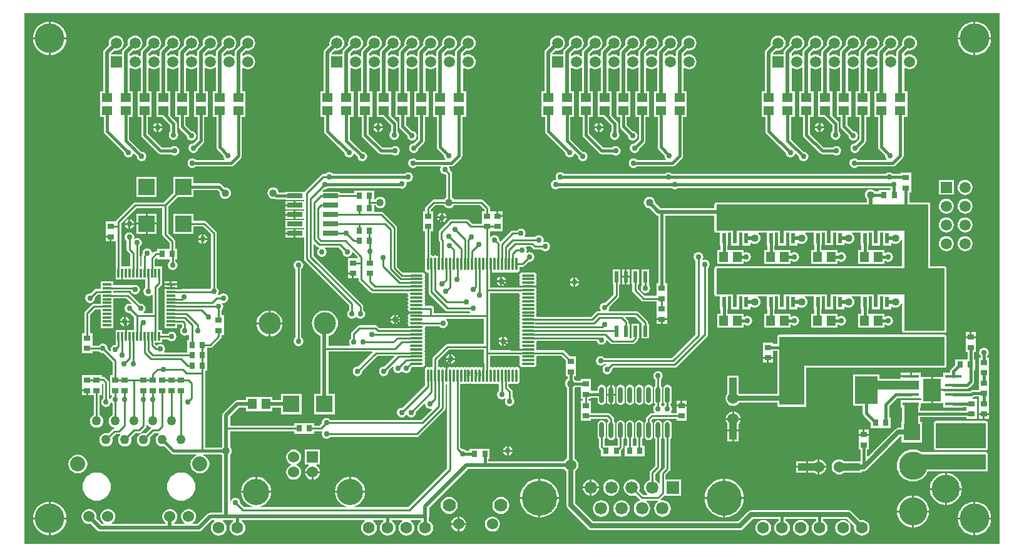
<source format=gtl>
%FSLAX43Y43*%
%MOMM*%
%SFA1B1*%

%IPPOS*%
%AMD20*
4,1,8,-0.474980,-1.600200,0.474980,-1.600200,0.949960,-1.125220,0.949960,1.125220,0.474980,1.600200,-0.474980,1.600200,-0.949960,1.125220,-0.949960,-1.125220,-0.474980,-1.600200,0.0*
%
%ADD10R,0.899160X0.800100*%
%ADD11R,0.800100X0.899160*%
%ADD12R,2.301240X2.301240*%
%ADD13R,1.198880X1.399540*%
%ADD14O,1.800860X0.299720*%
%ADD15O,0.299720X1.800860*%
%ADD16R,0.508000X1.501140*%
%ADD17R,1.399540X1.198880*%
%ADD18R,2.199640X2.199640*%
%ADD19O,0.599440X2.199640*%
G04~CAMADD=20~4~0.0~0.0~748.0~1260.0~0.0~187.0~0~0.0~0.0~0.0~0.0~0~0.0~0.0~0.0~0.0~0~0.0~0.0~0.0~180.0~748.0~1260.0*
%ADD20D20*%
%ADD21R,0.599440X1.399540*%
%ADD22R,0.599440X1.800860*%
%ADD23R,1.016000X2.540000*%
%ADD24R,3.048000X3.683000*%
%ADD25R,2.540000X1.016000*%
%ADD26R,2.400300X3.098800*%
%ADD27R,2.199640X0.449580*%
%ADD28R,2.032000X0.635000*%
%ADD29R,1.198880X0.299720*%
%ADD30R,0.299720X1.198880*%
%ADD31C,0.254000*%
%ADD32C,0.508000*%
%ADD33C,0.381000*%
%ADD34C,0.635000*%
%ADD35R,28.702000X3.556000*%
%ADD36R,3.302000X6.350000*%
%ADD37R,30.861000X3.556000*%
%ADD38R,5.461000X7.112000*%
%ADD39R,22.352000X3.937000*%
%ADD40R,3.429000X6.350000*%
%ADD41R,6.985000X1.270000*%
%ADD42R,9.779000X2.159000*%
%ADD43R,6.731000X3.429000*%
%ADD44R,1.905000X3.302000*%
%ADD45C,0.762000*%
%ADD46C,2.999740*%
%ADD47C,1.016000*%
%ADD48C,1.524000*%
%ADD49C,1.501140*%
%ADD50R,1.501140X1.501140*%
%ADD51C,1.778000*%
%ADD52C,1.600200*%
%ADD53C,3.810000*%
%ADD54R,1.501140X1.501140*%
%ADD55C,2.032000*%
%ADD56C,1.270000*%
%ADD57C,3.556000*%
%ADD58R,1.524000X1.524000*%
%ADD59C,4.759960*%
%ADD60R,1.689100X1.689100*%
%ADD61C,1.689100*%
%ADD62C,4.000500*%
%LNlp_led_cube_8x8x8-1*%
%LPD*%
G36*
X165346Y41409D02*
X33408D01*
Y113276*
X165346*
Y41409*
G37*
%LNlp_led_cube_8x8x8-2*%
%LPC*%
G36*
X123004Y60789D02*
X122427D01*
Y60264*
X123004*
Y60789*
G37*
G36*
X41782Y62036D02*
X41206D01*
Y61511*
X41782*
Y62036*
G37*
G36*
X112648Y61455D02*
X112212D01*
Y60782*
X112255Y60566*
X112377Y60383*
X112560Y60258*
X112648Y60241*
Y61455*
G37*
G36*
X113339D02*
X112902D01*
Y60241*
X112991Y60258*
X113174Y60383*
X113296Y60566*
X113339Y60782*
Y61455*
G37*
G36*
X122173Y60789D02*
X121597D01*
Y60264*
X122173*
Y60789*
G37*
G36*
X163194Y67957D02*
X162946Y67906D01*
X162737Y67767*
X162598Y67558*
X162547Y67309*
X162598Y67061*
X162737Y66852*
X162742Y66850*
Y66631*
X162491*
Y65323*
Y65232*
Y63924*
Y63837*
Y62529*
Y62438*
Y62237*
X161721*
X161549Y62202*
X161401Y62105*
X161356Y62057*
X160439*
Y62085*
X157754*
X157731*
X157711Y62102*
X156336*
Y60426*
X157640*
X157662*
X157731Y60358*
Y59875*
X160439*
Y59900*
X160840*
Y59735*
Y59644*
Y59443*
X154564*
Y59875*
X154688*
Y60358*
X154757Y60426*
X154779*
X156082*
Y62229*
Y64033*
X154779*
X154757*
X154688Y64101*
Y64584*
X153461*
Y64104*
X153334*
Y63977*
X151980*
Y63759*
X149034*
Y64325*
X145478*
Y60134*
X146804*
Y59052*
X146837Y58879*
X146936Y58732*
X147871Y57797*
Y57081*
X149179*
X149270*
X150578*
Y58488*
X150378*
Y60076*
X151455Y61153*
X151980*
Y61125*
X154665*
X154688*
X154757Y61059*
Y60832*
X154688*
X154665*
X151980*
Y59875*
X152140*
Y57919*
X152046*
Y57096*
X151637*
X151414Y57053*
X151226Y56926*
X147510Y53210*
X147391Y53258*
Y54145*
X147642*
Y55453*
Y55544*
Y56073*
X146235*
Y55544*
Y55453*
Y54145*
X146486*
Y52577*
X144312*
X144150Y52702*
X143901Y52806*
X143636Y52839*
X143372Y52806*
X143123Y52702*
X142913Y52539*
X142750Y52329*
X142646Y52080*
X142613Y51815*
X142646Y51551*
X142750Y51302*
X142913Y51092*
X143123Y50929*
X143372Y50825*
X143636Y50792*
X143901Y50825*
X144150Y50929*
X144312Y51053*
X146684*
Y51234*
X146938*
X147162Y51277*
X147350Y51404*
X151879Y55933*
X152046*
Y55110*
X154856*
Y57919*
X154564*
Y58536*
X160840*
Y58336*
X162247*
Y59644*
Y59735*
Y61043*
X161650*
X161637Y61170*
X161716Y61186*
X161864Y61285*
X161909Y61330*
X162491*
Y61130*
Y61043*
Y59735*
Y59644*
Y59115*
X163898*
Y59644*
Y59735*
Y61043*
Y61130*
Y62438*
Y62529*
Y63837*
Y63924*
Y65232*
Y65323*
Y66631*
X163647*
Y66850*
X163652Y66852*
X163794Y67061*
X163842Y67309*
X163794Y67558*
X163652Y67767*
X163443Y67906*
X163194Y67957*
G37*
G36*
X36702Y47083D02*
X36388Y47053D01*
X35963Y46923*
X35572Y46713*
X35227Y46433*
X34947Y46088*
X34737Y45697*
X34607Y45272*
X34577Y44957*
X36702*
Y47083*
G37*
G36*
X153207Y64584D02*
X151980D01*
Y64231*
X153207*
Y64584*
G37*
G36*
X112648Y62920D02*
X112560Y62903D01*
X112377Y62781*
X112255Y62598*
X112212Y62382*
Y61709*
X112648*
Y62920*
G37*
G36*
X112902D02*
Y61709D01*
X113339*
Y62382*
X113296Y62598*
X113174Y62781*
X112991Y62903*
X112902Y62920*
G37*
G36*
X129158Y59301D02*
X129021Y59283D01*
X128772Y59179*
X128562Y59016*
X128399Y58806*
X128295Y58557*
X128277Y58419*
X129158*
Y59301*
G37*
G36*
X129412D02*
Y58419D01*
X130294*
X130276Y58557*
X130172Y58806*
X130009Y59016*
X129799Y59179*
X129550Y59283*
X129412Y59301*
G37*
G36*
X163898Y58861D02*
X163321D01*
Y58336*
X163898*
Y58861*
G37*
G36*
X130294Y58165D02*
X128277D01*
X128295Y58028*
X128399Y57779*
X128523Y57617*
Y56895*
X130047*
Y57617*
X130172Y57779*
X130276Y58028*
X130294Y58165*
G37*
G36*
X163067Y58861D02*
X162491D01*
Y58336*
X163067*
Y58861*
G37*
G36*
X116585Y62946D02*
X116370Y62903D01*
X116187Y62781*
X116065Y62598*
X116022Y62382*
Y60782*
X116065Y60566*
X116187Y60383*
X116370Y60258*
X116585Y60218*
X116801Y60258*
X116984Y60383*
X117106Y60566*
X117149Y60782*
Y62382*
X117106Y62598*
X116984Y62781*
X116801Y62903*
X116585Y62946*
G37*
G36*
X117855D02*
X117640Y62903D01*
X117457Y62781*
X117335Y62598*
X117292Y62382*
Y60782*
X117335Y60566*
X117457Y60383*
X117640Y60258*
X117855Y60218*
X118071Y60258*
X118254Y60383*
X118376Y60566*
X118419Y60782*
Y62382*
X118376Y62598*
X118254Y62781*
X118071Y62903*
X117855Y62946*
G37*
G36*
X115315D02*
X115100Y62903D01*
X114917Y62781*
X114795Y62598*
X114752Y62382*
Y60782*
X114795Y60566*
X114917Y60383*
X115100Y60258*
X115315Y60218*
X115531Y60258*
X115714Y60383*
X115836Y60566*
X115879Y60782*
Y62382*
X115836Y62598*
X115714Y62781*
X115531Y62903*
X115315Y62946*
G37*
G36*
X119125Y64782D02*
X118877Y64731D01*
X118668Y64592*
X118529Y64383*
X118478Y64134*
X118529Y63886*
X118668Y63677*
X118737Y63632*
Y62788*
X118727Y62781*
X118605Y62598*
X118562Y62382*
Y60782*
X118605Y60566*
X118727Y60383*
X118737Y60375*
Y60192*
X118668Y60147*
X118529Y59938*
X118478Y59689*
X118529Y59441*
X118666Y59235*
X118605Y59123*
X118297*
X118150Y59095*
X118023Y59011*
X117581Y58567*
X117497Y58442*
X117467Y58292*
Y57988*
X117457Y57980*
X117335Y57797*
X117292Y57581*
Y55981*
X117335Y55765*
X117457Y55582*
X117640Y55460*
X117855Y55417*
X118071Y55460*
X118254Y55582*
X118376Y55765*
X118419Y55981*
Y57581*
X118376Y57797*
X118254Y57980*
X118244Y57988*
Y58132*
X118460Y58346*
X121597*
Y58082*
X123004*
Y59390*
Y59481*
Y60010*
X121597*
Y59481*
Y59390*
Y59123*
X120916*
X120855Y59235*
X120992Y59441*
X121043Y59689*
X120992Y59938*
X120853Y60147*
X120784Y60192*
Y60375*
X120794Y60383*
X120916Y60566*
X120959Y60782*
Y62382*
X120916Y62598*
X120794Y62781*
X120611Y62903*
X120395Y62946*
X120180Y62903*
X119997Y62781*
X119875Y62598*
X119832Y62382*
Y60782*
X119875Y60566*
X119997Y60383*
X120007Y60375*
Y60192*
X119938Y60147*
X119824Y59977*
X119697*
X119583Y60147*
X119514Y60192*
Y60375*
X119524Y60383*
X119646Y60566*
X119689Y60782*
Y62382*
X119646Y62598*
X119524Y62781*
X119514Y62788*
Y63632*
X119583Y63677*
X119725Y63886*
X119773Y64134*
X119725Y64383*
X119583Y64592*
X119374Y64731*
X119125Y64782*
G37*
G36*
X114045Y62946D02*
X113830Y62903D01*
X113647Y62781*
X113525Y62598*
X113482Y62382*
Y60782*
X113525Y60566*
X113647Y60383*
X113830Y60258*
X114045Y60218*
X114261Y60258*
X114444Y60383*
X114566Y60566*
X114609Y60782*
Y62382*
X114566Y62598*
X114444Y62781*
X114261Y62903*
X114045Y62946*
G37*
G36*
X92265Y45077D02*
Y44195D01*
X93146*
X93129Y44333*
X93024Y44582*
X92862Y44792*
X92651Y44955*
X92402Y45059*
X92265Y45077*
G37*
G36*
X161289Y70060D02*
X160713D01*
Y69535*
X161289*
Y70060*
G37*
G36*
X162120D02*
X161543D01*
Y69535*
X162120*
Y70060*
G37*
G36*
X68310Y71119D02*
X66687D01*
Y69496*
X66903Y69517*
X67236Y69618*
X67541Y69781*
X67807Y69999*
X68026Y70266*
X68188Y70571*
X68290Y70904*
X68310Y71119*
G37*
G36*
X96710Y45092D02*
X96446Y45059D01*
X96197Y44955*
X95986Y44792*
X95824Y44582*
X95719Y44333*
X95686Y44068*
X95719Y43804*
X95824Y43555*
X95986Y43345*
X96197Y43182*
X96446Y43078*
X96710Y43045*
X96974Y43078*
X97223Y43182*
X97434Y43345*
X97596Y43555*
X97701Y43804*
X97734Y44068*
X97701Y44333*
X97596Y44582*
X97434Y44792*
X97223Y44955*
X96974Y45059*
X96710Y45092*
G37*
G36*
X66433Y71119D02*
X64810D01*
X64833Y70904*
X64932Y70571*
X65095Y70266*
X65313Y69999*
X65582Y69781*
X65887Y69618*
X66217Y69517*
X66433Y69496*
Y71119*
G37*
G36*
X84188Y71650D02*
X83692D01*
Y71155*
X83814Y71180*
X84023Y71320*
X84162Y71531*
X84188Y71650*
G37*
G36*
X119506Y71688D02*
X118930D01*
Y71163*
X119506*
Y71688*
G37*
G36*
X83438Y71650D02*
X82943D01*
X82966Y71531*
X83108Y71320*
X83317Y71180*
X83438Y71155*
Y71650*
G37*
G36*
X164177Y44703D02*
X162051D01*
Y42578*
X162366Y42608*
X162791Y42738*
X163182Y42948*
X163527Y43228*
X163807Y43573*
X164017Y43964*
X164147Y44389*
X164177Y44703*
G37*
G36*
X161797D02*
X159672D01*
X159702Y44389*
X159832Y43964*
X160042Y43573*
X160322Y43228*
X160667Y42948*
X161058Y42738*
X161483Y42608*
X161797Y42578*
Y44703*
G37*
G36*
X92011Y43941D02*
X91130D01*
X91147Y43804*
X91252Y43555*
X91414Y43345*
X91625Y43182*
X91874Y43078*
X92011Y43060*
Y43941*
G37*
G36*
X155762Y45656D02*
X153733D01*
Y43627*
X154030Y43654*
X154437Y43779*
X154812Y43980*
X155140Y44249*
X155409Y44576*
X155610Y44952*
X155735Y45359*
X155762Y45656*
G37*
G36*
X124586Y80911D02*
X124338Y80860D01*
X124129Y80721*
X123990Y80512*
X123939Y80263*
X123990Y80015*
X124129Y79806*
X124198Y79761*
Y69756*
X120997Y66555*
X111881*
X111836Y66624*
X111627Y66766*
X111378Y66814*
X111130Y66766*
X110921Y66624*
X110782Y66415*
X110731Y66166*
X110782Y65918*
X110921Y65709*
X111130Y65567*
X111378Y65519*
X111627Y65567*
X111836Y65709*
X111881Y65778*
X112158*
X112171Y65651*
X112019Y65620*
X111810Y65481*
X111671Y65272*
X111620Y65023*
X111671Y64775*
X111810Y64566*
X112019Y64424*
X112267Y64376*
X112516Y64424*
X112725Y64566*
X112867Y64775*
X112915Y65023*
X112897Y65105*
X113063Y65270*
X121368*
X121516Y65300*
X121643Y65384*
X125750Y69491*
X125834Y69618*
X125864Y69766*
Y78745*
X125933Y78790*
X126075Y78999*
X126123Y79247*
X126075Y79496*
X125933Y79705*
X125724Y79844*
X125475Y79895*
X125227Y79844*
X125216Y79837*
X125125Y79928*
X125183Y80015*
X125234Y80263*
X125183Y80512*
X125044Y80721*
X124835Y80860*
X124586Y80911*
G37*
G36*
X92011Y45077D02*
X91874Y45059D01*
X91625Y44955*
X91414Y44792*
X91252Y44582*
X91147Y44333*
X91130Y44195*
X92011*
Y45077*
G37*
G36*
X133857Y66481D02*
X133281D01*
Y65956*
X133857*
Y66481*
G37*
G36*
X134688D02*
X134111D01*
Y65956*
X134688*
Y66481*
G37*
G36*
X157860Y69728D02*
X135508D01*
X135409Y69707*
X135326Y69651*
X135270Y69568*
X135249Y69468*
Y68463*
X134688*
Y68663*
X133281*
Y67355*
Y67264*
Y66735*
X134688*
Y67264*
Y67355*
Y67556*
X135249*
Y66547*
Y65531*
Y61668*
X130119*
X130047Y61762*
Y64134*
X128523*
Y61762*
X128399Y61600*
X128295Y61351*
X128262Y61086*
X128295Y60822*
X128399Y60573*
X128562Y60363*
X128772Y60200*
X129021Y60096*
X129285Y60063*
X129550Y60096*
X129799Y60200*
X130009Y60363*
X130119Y60505*
X135249*
Y60197*
X135270Y60098*
X135326Y60015*
X135409Y59959*
X135508Y59938*
X138937*
X139037Y59959*
X139120Y60015*
X139176Y60098*
X139197Y60197*
Y65272*
X157860*
X157960Y65293*
X158043Y65349*
X158099Y65432*
X158120Y65531*
Y69468*
X158099Y69568*
X158043Y69651*
X157960Y69707*
X157860Y69728*
G37*
G36*
X162120Y69281D02*
X160713D01*
Y68752*
Y68661*
Y67353*
X160964*
Y66362*
X160700*
X160609*
X159301*
Y65646*
X158765Y65110*
X158666Y64963*
X158630Y64787*
Y64584*
X157731*
Y64033*
X157662*
X157640*
X156336*
Y62356*
X157711*
X157731Y62374*
X157754*
X160439*
Y62412*
X160908*
X161081Y62445*
X161229Y62544*
X161737Y63052*
X161787Y63126*
X161836Y63200*
X161869Y63372*
Y64955*
X162008*
Y66362*
X161869*
Y67353*
X162120*
Y68661*
Y68752*
Y69281*
G37*
G36*
X93146Y43941D02*
X92265D01*
Y43060*
X92402Y43078*
X92651Y43182*
X92862Y43345*
X93024Y43555*
X93129Y43804*
X93146Y43941*
G37*
G36*
X70484Y79768D02*
X70236Y79720D01*
X70027Y79578*
X69888Y79369*
X69837Y79120*
X69888Y78872*
X70027Y78663*
X70096Y78618*
Y69336*
X70027Y69291*
X69888Y69082*
X69837Y68833*
X69888Y68585*
X70027Y68376*
X70236Y68237*
X70484Y68186*
X70733Y68237*
X70942Y68376*
X71081Y68585*
X71132Y68833*
X71081Y69082*
X70942Y69291*
X70873Y69336*
Y78618*
X70942Y78663*
X71081Y78872*
X71132Y79120*
X71081Y79369*
X70942Y79578*
X70733Y79720*
X70484Y79768*
G37*
G36*
X153479Y45656D02*
X151450D01*
X151477Y45359*
X151602Y44952*
X151803Y44576*
X152072Y44249*
X152399Y43980*
X152775Y43779*
X153182Y43654*
X153479Y43627*
Y45656*
G37*
G36*
X90868Y47762D02*
X90571Y47721D01*
X90291Y47607*
X90053Y47424*
X89870Y47185*
X89755Y46906*
X89715Y46608*
X89755Y46311*
X89870Y46032*
X90053Y45793*
X90291Y45610*
X90571Y45496*
X90868Y45455*
X91165Y45496*
X91445Y45610*
X91683Y45793*
X91866Y46032*
X91981Y46311*
X92021Y46608*
X91981Y46906*
X91866Y47185*
X91683Y47424*
X91445Y47607*
X91165Y47721*
X90868Y47762*
G37*
G36*
X114185Y47289D02*
X113898Y47251D01*
X113631Y47139*
X113400Y46964*
X113225Y46733*
X113113Y46466*
X113075Y46179*
X113113Y45892*
X113225Y45626*
X113400Y45397*
X113631Y45219*
X113898Y45110*
X114185Y45072*
X114472Y45110*
X114739Y45219*
X114968Y45397*
X115145Y45626*
X115255Y45892*
X115293Y46179*
X115255Y46466*
X115145Y46733*
X114968Y46964*
X114739Y47139*
X114472Y47251*
X114185Y47289*
G37*
G36*
X97853Y47762D02*
X97556Y47721D01*
X97276Y47607*
X97038Y47424*
X96855Y47185*
X96740Y46906*
X96700Y46608*
X96740Y46311*
X96855Y46032*
X97038Y45793*
X97276Y45610*
X97556Y45496*
X97853Y45455*
X98150Y45496*
X98430Y45610*
X98668Y45793*
X98851Y46032*
X98966Y46311*
X99006Y46608*
X98966Y46906*
X98851Y47185*
X98668Y47424*
X98430Y47607*
X98150Y47721*
X97853Y47762*
G37*
G36*
X111122Y48892D02*
X110157D01*
Y47927*
X110317Y47950*
X110583Y48059*
X110812Y48237*
X110990Y48465*
X111099Y48732*
X111122Y48892*
G37*
G36*
X153479Y47939D02*
X153182Y47912D01*
X152775Y47787*
X152399Y47586*
X152072Y47317*
X151803Y46989*
X151602Y46614*
X151477Y46207*
X151450Y45910*
X153479*
Y47939*
G37*
G36*
X110157Y50111D02*
Y49146D01*
X111122*
X111099Y49306*
X110990Y49573*
X110812Y49804*
X110583Y49979*
X110317Y50091*
X110157Y50111*
G37*
G36*
X120395Y58145D02*
X120180Y58105D01*
X119997Y57980*
X119875Y57797*
X119832Y57581*
Y55981*
X119875Y55765*
X119997Y55582*
X120007Y55575*
Y51722*
X119486Y51201*
X119402Y51076*
X119372Y50926*
Y49677*
X119252Y49636*
X119123Y49804*
X118894Y49979*
X118727Y50048*
Y50893*
X119400Y51564*
X119484Y51691*
X119514Y51838*
Y55575*
X119524Y55582*
X119646Y55765*
X119689Y55981*
Y57581*
X119646Y57797*
X119524Y57980*
X119341Y58105*
X119125Y58145*
X118910Y58105*
X118727Y57980*
X118605Y57797*
X118562Y57581*
Y55981*
X118605Y55765*
X118727Y55582*
X118737Y55575*
Y52001*
X118064Y51328*
X117980Y51203*
X117952Y51053*
Y50048*
X117784Y49979*
X117556Y49804*
X117381Y49573*
X117269Y49306*
X117231Y49019*
X117269Y48732*
X117381Y48465*
X117556Y48237*
X117690Y48132*
X117647Y48013*
X117127*
X116573Y48567*
X116641Y48732*
X116677Y49019*
X116641Y49306*
X116530Y49573*
X116354Y49804*
X116123Y49979*
X115857Y50091*
X115569Y50129*
X115282Y50091*
X115016Y49979*
X114785Y49804*
X114609Y49573*
X114498Y49306*
X114462Y49019*
X114498Y48732*
X114609Y48465*
X114785Y48237*
X115016Y48059*
X115282Y47950*
X115569Y47912*
X115857Y47950*
X116022Y48018*
X116672Y47368*
X116649Y47241*
X116400Y47139*
X116171Y46964*
X115994Y46733*
X115884Y46466*
X115846Y46179*
X115884Y45892*
X115994Y45626*
X116171Y45397*
X116400Y45219*
X116667Y45110*
X116954Y45072*
X117241Y45110*
X117508Y45219*
X117739Y45397*
X117914Y45626*
X118026Y45892*
X118064Y46179*
X118026Y46466*
X117914Y46733*
X117739Y46964*
X117541Y47116*
X117581Y47236*
X119098*
X119138Y47116*
X118940Y46964*
X118765Y46733*
X118653Y46466*
X118615Y46179*
X118653Y45892*
X118765Y45626*
X118940Y45397*
X119171Y45219*
X119438Y45110*
X119725Y45072*
X120012Y45110*
X120279Y45219*
X120507Y45397*
X120685Y45626*
X120794Y45892*
X120832Y46179*
X120794Y46466*
X120685Y46733*
X120507Y46964*
X120279Y47139*
X120012Y47251*
X119725Y47289*
X119476Y47256*
X119420Y47368*
X119981Y47932*
X120009Y47922*
X122209*
Y50119*
X120149*
Y50766*
X120670Y51287*
X120754Y51412*
X120759Y51437*
X120784Y51561*
Y55575*
X120794Y55582*
X120916Y55765*
X120959Y55981*
Y57581*
X120916Y57797*
X120794Y57980*
X120611Y58105*
X120395Y58145*
G37*
G36*
X109903Y50111D02*
X109743Y50091D01*
X109476Y49979*
X109245Y49804*
X109070Y49573*
X108958Y49306*
X108938Y49146*
X109903*
Y50111*
G37*
G36*
X157924Y50987D02*
X157627Y50960D01*
X157220Y50835*
X156844Y50634*
X156517Y50365*
X156248Y50037*
X156047Y49662*
X155922Y49255*
X155895Y48958*
X157924*
Y50987*
G37*
G36*
X158178D02*
Y48958D01*
X160207*
X160180Y49255*
X160055Y49662*
X159854Y50037*
X159585Y50365*
X159257Y50634*
X158882Y50835*
X158475Y50960*
X158178Y50987*
G37*
G36*
X109903Y48892D02*
X108938D01*
X108958Y48732*
X109070Y48465*
X109245Y48237*
X109476Y48059*
X109743Y47950*
X109903Y47927*
Y48892*
G37*
G36*
X43179Y51064D02*
X42806Y51026D01*
X42448Y50916*
X42115Y50741*
X41826Y50502*
X41587Y50213*
X41412Y49880*
X41302Y49522*
X41264Y49148*
X41302Y48775*
X41412Y48417*
X41587Y48084*
X41826Y47795*
X42115Y47556*
X42448Y47381*
X42806Y47271*
X43179Y47233*
X43553Y47271*
X43911Y47381*
X44244Y47556*
X44533Y47795*
X44772Y48084*
X44947Y48417*
X45057Y48775*
X45095Y49148*
X45057Y49522*
X44947Y49880*
X44772Y50213*
X44533Y50502*
X44244Y50741*
X43911Y50916*
X43553Y51026*
X43179Y51064*
G37*
G36*
X54609D02*
X54236Y51026D01*
X53878Y50916*
X53545Y50741*
X53256Y50502*
X53017Y50213*
X52842Y49880*
X52732Y49522*
X52694Y49148*
X52732Y48775*
X52842Y48417*
X53017Y48084*
X53256Y47795*
X53545Y47556*
X53878Y47381*
X54236Y47271*
X54609Y47233*
X54983Y47271*
X55341Y47381*
X55674Y47556*
X55963Y47795*
X56202Y48084*
X56377Y48417*
X56487Y48775*
X56525Y49148*
X56487Y49522*
X56377Y49880*
X56202Y50213*
X55963Y50502*
X55674Y50741*
X55341Y50916*
X54983Y51026*
X54609Y51064*
G37*
G36*
X160207Y48704D02*
X158178D01*
Y46675*
X158475Y46702*
X158882Y46827*
X159257Y47028*
X159585Y47297*
X159854Y47624*
X160055Y48000*
X160180Y48407*
X160207Y48704*
G37*
G36*
X153733Y47939D02*
Y45910D01*
X155762*
X155735Y46207*
X155610Y46614*
X155409Y46989*
X155140Y47317*
X154812Y47586*
X154437Y47787*
X154030Y47912*
X153733Y47939*
G37*
G36*
X157924Y48704D02*
X155895D01*
X155922Y48407*
X156047Y48000*
X156248Y47624*
X156517Y47297*
X156844Y47028*
X157220Y46827*
X157627Y46702*
X157924Y46675*
Y48704*
G37*
G36*
X128191Y50231D02*
Y47726D01*
X130698*
X130675Y48013*
X130578Y48417*
X130418Y48798*
X130202Y49154*
X129933Y49469*
X129618Y49738*
X129265Y49954*
X128882Y50111*
X128478Y50210*
X128191Y50231*
G37*
G36*
X112798Y50129D02*
X112511Y50091D01*
X112245Y49979*
X112016Y49804*
X111841Y49573*
X111729Y49306*
X111691Y49019*
X111729Y48732*
X111841Y48465*
X112016Y48237*
X112245Y48059*
X112511Y47950*
X112798Y47912*
X113085Y47950*
X113355Y48059*
X113583Y48237*
X113758Y48465*
X113870Y48732*
X113908Y49019*
X113870Y49306*
X113758Y49573*
X113583Y49804*
X113355Y49979*
X113085Y50091*
X112798Y50129*
G37*
G36*
X127937Y50231D02*
X127652Y50210D01*
X127248Y50111*
X126865Y49954*
X126512Y49738*
X126197Y49469*
X125928Y49154*
X125709Y48798*
X125552Y48417*
X125455Y48013*
X125432Y47726*
X127937*
Y50231*
G37*
G36*
X102948D02*
X102661Y50210D01*
X102257Y50111*
X101874Y49954*
X101521Y49738*
X101206Y49469*
X100937Y49154*
X100721Y48798*
X100561Y48417*
X100464Y48013*
X100441Y47726*
X102948*
Y50231*
G37*
G36*
X103202D02*
Y47726D01*
X105707*
X105684Y48013*
X105587Y48417*
X105430Y48798*
X105211Y49154*
X104942Y49469*
X104627Y49738*
X104274Y49954*
X103891Y50111*
X103487Y50210*
X103202Y50231*
G37*
G36*
X153606Y54175D02*
X153182Y54135D01*
X152775Y54010*
X152399Y53809*
X152072Y53540*
X151803Y53212*
X151602Y52837*
X151477Y52430*
X151437Y52006*
X151477Y51582*
X151602Y51175*
X151803Y50799*
X152072Y50472*
X152399Y50203*
X152775Y50002*
X153182Y49877*
X153606Y49837*
X154030Y49877*
X154437Y50002*
X154812Y50203*
X155140Y50472*
X155409Y50799*
X155610Y51175*
X163448*
X163548Y51196*
X163631Y51252*
X163687Y51335*
X163708Y51434*
Y53593*
X163687Y53693*
X163631Y53776*
X163548Y53832*
X163448Y53853*
X154731*
X154437Y54010*
X154030Y54135*
X153606Y54175*
G37*
G36*
X36956Y47083D02*
Y44957D01*
X39082*
X39052Y45272*
X38922Y45697*
X38712Y46088*
X38432Y46433*
X38087Y46713*
X37696Y46923*
X37271Y47053*
X36956Y47083*
G37*
G36*
X114045Y58145D02*
X113830Y58105D01*
X113647Y57980*
X113525Y57797*
X113482Y57581*
Y55981*
X113525Y55765*
X113647Y55582*
X113657Y55575*
Y54706*
X113629Y54678*
X112821*
X112730*
X111922*
X111894Y54706*
Y55575*
X111904Y55582*
X112026Y55765*
X112069Y55981*
Y57581*
X112026Y57797*
X111904Y57980*
X111721Y58105*
X111505Y58145*
X111290Y58105*
X111107Y57980*
X110985Y57797*
X110942Y57581*
Y55981*
X110985Y55765*
X111107Y55582*
X111117Y55575*
Y54543*
X111147Y54396*
X111231Y54269*
X111422Y54079*
Y53271*
X112730*
X112821*
X114129*
Y54079*
X114320Y54269*
X114404Y54396*
X114434Y54543*
Y55575*
X114444Y55582*
X114566Y55765*
X114609Y55981*
Y57581*
X114566Y57797*
X114444Y57980*
X114261Y58105*
X114045Y58145*
G37*
G36*
X161797Y47083D02*
X161483Y47053D01*
X161058Y46923*
X160667Y46713*
X160322Y46433*
X160042Y46088*
X159832Y45697*
X159702Y45272*
X159672Y44957*
X161797*
Y47083*
G37*
G36*
X162051D02*
Y44957D01*
X164177*
X164147Y45272*
X164017Y45697*
X163807Y46088*
X163527Y46433*
X163182Y46713*
X162791Y46923*
X162366Y47053*
X162051Y47083*
G37*
G36*
X163448Y58044D02*
X156717D01*
X156618Y58023*
X156535Y57967*
X156479Y57884*
X156458Y57784*
Y54355*
X156479Y54256*
X156535Y54173*
X156618Y54117*
X156717Y54096*
X163448*
X163548Y54117*
X163631Y54173*
X163687Y54256*
X163708Y54355*
Y57784*
X163687Y57884*
X163631Y57967*
X163548Y58023*
X163448Y58044*
G37*
G36*
X146811Y56852D02*
X146235D01*
Y56327*
X146811*
Y56852*
G37*
G36*
X147642D02*
X147065D01*
Y56327*
X147642*
Y56852*
G37*
G36*
X130047Y56641D02*
X129412D01*
Y55244*
X130047*
Y56641*
G37*
G36*
X116585Y58145D02*
X116370Y58105D01*
X116187Y57980*
X116065Y57797*
X116022Y57581*
Y55981*
X116065Y55765*
X116187Y55582*
X116197Y55575*
Y54678*
X115996*
X115905*
X115704*
Y55575*
X115714Y55582*
X115836Y55765*
X115879Y55981*
Y57581*
X115836Y57797*
X115714Y57980*
X115531Y58105*
X115315Y58145*
X115100Y58105*
X114917Y57980*
X114795Y57797*
X114752Y57581*
Y55981*
X114795Y55765*
X114917Y55582*
X114927Y55575*
Y54678*
X114597*
Y53271*
X115905*
X115996*
X117304*
Y54678*
X116974*
Y55575*
X116984Y55582*
X117106Y55765*
X117149Y55981*
Y57581*
X117106Y57797*
X116984Y57980*
X116801Y58105*
X116585Y58145*
G37*
G36*
X129158Y56641D02*
X128523D01*
Y55244*
X129158*
Y56641*
G37*
G36*
X102948Y47472D02*
X100441D01*
X100464Y47185*
X100561Y46784*
X100721Y46400*
X100937Y46047*
X101206Y45732*
X101521Y45463*
X101874Y45245*
X102257Y45087*
X102661Y44991*
X102948Y44968*
Y47472*
G37*
G36*
X140715Y52824D02*
X140578Y52806D01*
X140329Y52702*
X140167Y52577*
X139445*
Y51815*
Y51053*
X140167*
X140329Y50929*
X140578Y50825*
X140715Y50807*
Y51815*
Y52824*
G37*
G36*
X141851Y51688D02*
X140969D01*
Y50807*
X141107Y50825*
X141356Y50929*
X141566Y51092*
X141729Y51302*
X141833Y51551*
X141851Y51688*
G37*
G36*
X127937Y47472D02*
X125432D01*
X125455Y47185*
X125552Y46784*
X125709Y46400*
X125928Y46047*
X126197Y45732*
X126512Y45463*
X126865Y45245*
X127248Y45087*
X127652Y44991*
X127937Y44968*
Y47472*
G37*
G36*
X111414Y47289D02*
X111127Y47251D01*
X110860Y47139*
X110632Y46964*
X110454Y46733*
X110345Y46466*
X110307Y46179*
X110345Y45892*
X110454Y45626*
X110632Y45397*
X110860Y45219*
X111127Y45110*
X111414Y45072*
X111701Y45110*
X111968Y45219*
X112199Y45397*
X112374Y45626*
X112486Y45892*
X112524Y46179*
X112486Y46466*
X112374Y46733*
X112199Y46964*
X111968Y47139*
X111701Y47251*
X111414Y47289*
G37*
G36*
X130698Y47472D02*
X128191D01*
Y44968*
X128478Y44991*
X128882Y45087*
X129265Y45245*
X129618Y45463*
X129933Y45732*
X130202Y46047*
X130418Y46400*
X130578Y46784*
X130675Y47185*
X130698Y47472*
G37*
G36*
X139191Y52577D02*
X137794D01*
Y51942*
X139191*
Y52577*
G37*
G36*
X140969Y52824D02*
Y51942D01*
X141851*
X141833Y52080*
X141729Y52329*
X141566Y52539*
X141356Y52702*
X141107Y52806*
X140969Y52824*
G37*
G36*
X105707Y47472D02*
X103202D01*
Y44968*
X103487Y44991*
X103891Y45087*
X104274Y45245*
X104627Y45463*
X104942Y45732*
X105211Y46047*
X105430Y46400*
X105587Y46784*
X105684Y47185*
X105707Y47472*
G37*
G36*
X40639Y53477D02*
X40307Y53433D01*
X39999Y53306*
X39733Y53103*
X39530Y52837*
X39403Y52529*
X39359Y52196*
X39403Y51864*
X39530Y51556*
X39733Y51290*
X39999Y51087*
X40307Y50960*
X40639Y50916*
X40972Y50960*
X41280Y51087*
X41546Y51290*
X41749Y51556*
X41876Y51864*
X41920Y52196*
X41876Y52529*
X41749Y52837*
X41546Y53103*
X41280Y53306*
X40972Y53433*
X40639Y53477*
G37*
G36*
X139191Y51688D02*
X137794D01*
Y51053*
X139191*
Y51688*
G37*
G36*
X120337Y71688D02*
X119760D01*
Y71163*
X120337*
Y71688*
G37*
G36*
X69849Y85851D02*
X68706D01*
Y85407*
X69849*
Y85851*
G37*
G36*
X141096Y98412D02*
Y97916D01*
X141592*
X141569Y98038*
X141427Y98247*
X141218Y98386*
X141096Y98412*
G37*
G36*
X39082Y109727D02*
X36956D01*
Y107602*
X37271Y107632*
X37696Y107762*
X38087Y107972*
X38432Y108252*
X38712Y108597*
X38922Y108988*
X39052Y109413*
X39082Y109727*
G37*
G36*
X36702D02*
X34577D01*
X34607Y109413*
X34737Y108988*
X34947Y108597*
X35227Y108252*
X35572Y107972*
X35963Y107762*
X36388Y107632*
X36702Y107602*
Y109727*
G37*
G36*
X140842Y98412D02*
X140721Y98386D01*
X140512Y98247*
X140373Y98038*
X140347Y97916*
X140842*
Y98412*
G37*
G36*
X158114Y88160D02*
X157853Y88125D01*
X157609Y88023*
X157398Y87863*
X157238Y87652*
X157137Y87409*
X157101Y87147*
X157137Y86885*
X157238Y86641*
X157398Y86431*
X157609Y86271*
X157853Y86169*
X158114Y86133*
X158376Y86169*
X158620Y86271*
X158831Y86431*
X158991Y86641*
X159092Y86885*
X159128Y87147*
X159092Y87409*
X158991Y87652*
X158831Y87863*
X158620Y88023*
X158376Y88125*
X158114Y88160*
G37*
G36*
X160654D02*
X160393Y88125D01*
X160149Y88023*
X159938Y87863*
X159778Y87652*
X159677Y87409*
X159641Y87147*
X159677Y86885*
X159778Y86641*
X159938Y86431*
X160149Y86271*
X160393Y86169*
X160654Y86133*
X160916Y86169*
X161160Y86271*
X161371Y86431*
X161531Y86641*
X161632Y86885*
X161668Y87147*
X161632Y87409*
X161531Y87652*
X161371Y87863*
X161160Y88023*
X160916Y88125*
X160654Y88160*
G37*
G36*
X98112Y86443D02*
X97535D01*
Y85918*
X98112*
Y86443*
G37*
G36*
X69849Y86550D02*
X68706D01*
Y86105*
X69849*
Y86550*
G37*
G36*
X158114Y85620D02*
X157853Y85585D01*
X157609Y85483*
X157398Y85323*
X157238Y85112*
X157137Y84869*
X157101Y84607*
X157137Y84345*
X157238Y84101*
X157398Y83891*
X157609Y83731*
X157853Y83629*
X158114Y83593*
X158376Y83629*
X158620Y83731*
X158831Y83891*
X158991Y84101*
X159092Y84345*
X159128Y84607*
X159092Y84869*
X158991Y85112*
X158831Y85323*
X158620Y85483*
X158376Y85585*
X158114Y85620*
G37*
G36*
X160654D02*
X160393Y85585D01*
X160149Y85483*
X159938Y85323*
X159778Y85112*
X159677Y84869*
X159641Y84607*
X159677Y84345*
X159778Y84101*
X159938Y83891*
X160149Y83731*
X160393Y83629*
X160654Y83593*
X160916Y83629*
X161160Y83731*
X161371Y83891*
X161531Y84101*
X161632Y84345*
X161668Y84607*
X161632Y84869*
X161531Y85112*
X161371Y85323*
X161160Y85483*
X160916Y85585*
X160654Y85620*
G37*
G36*
X138429Y44625D02*
X138155Y44587D01*
X137899Y44480*
X137678Y44312*
X137510Y44091*
X137403Y43835*
X137365Y43560*
X137403Y43286*
X137510Y43030*
X137678Y42809*
X137899Y42641*
X138155Y42534*
X138429Y42496*
X138704Y42534*
X138960Y42641*
X139181Y42809*
X139349Y43030*
X139456Y43286*
X139494Y43560*
X139456Y43835*
X139349Y44091*
X139181Y44312*
X138960Y44480*
X138704Y44587*
X138429Y44625*
G37*
G36*
X69849Y84010D02*
X68706D01*
Y83565*
X69849*
Y84010*
G37*
G36*
X133349Y44625D02*
X133075Y44587D01*
X132819Y44480*
X132598Y44312*
X132430Y44091*
X132323Y43835*
X132285Y43560*
X132323Y43286*
X132430Y43030*
X132598Y42809*
X132819Y42641*
X133075Y42534*
X133349Y42496*
X133624Y42534*
X133880Y42641*
X134101Y42809*
X134269Y43030*
X134376Y43286*
X134414Y43560*
X134376Y43835*
X134269Y44091*
X134101Y44312*
X133880Y44480*
X133624Y44587*
X133349Y44625*
G37*
G36*
X164177Y109727D02*
X162051D01*
Y107602*
X162366Y107632*
X162791Y107762*
X163182Y107972*
X163527Y108252*
X163807Y108597*
X164017Y108988*
X164147Y109413*
X164177Y109727*
G37*
G36*
X161797D02*
X159672D01*
X159702Y109413*
X159832Y108988*
X160042Y108597*
X160322Y108252*
X160667Y107972*
X161058Y107762*
X161483Y107632*
X161797Y107602*
Y109727*
G37*
G36*
X93446Y110233D02*
X93184Y110197D01*
X92941Y110096*
X92730Y109936*
X92570Y109725*
X92468Y109481*
X92433Y109219*
X92466Y108973*
X91836Y108341*
X91724Y108173*
X91683Y107975*
Y107492*
X91569Y107436*
X91412Y107556*
X91168Y107657*
X90906Y107693*
X90644Y107657*
X90401Y107556*
X90294Y107475*
X90180Y107530*
Y107762*
X90660Y108239*
X90906Y108206*
X91168Y108242*
X91412Y108343*
X91622Y108503*
X91782Y108714*
X91884Y108958*
X91920Y109219*
X91884Y109481*
X91782Y109725*
X91622Y109936*
X91412Y110096*
X91168Y110197*
X90906Y110233*
X90644Y110197*
X90401Y110096*
X90190Y109936*
X90030Y109725*
X89928Y109481*
X89893Y109219*
X89926Y108973*
X89296Y108341*
X89184Y108173*
X89143Y107975*
Y107492*
X89029Y107436*
X88872Y107556*
X88628Y107657*
X88366Y107693*
X88104Y107657*
X87861Y107556*
X87754Y107475*
X87640Y107530*
Y107762*
X88120Y108239*
X88366Y108206*
X88628Y108242*
X88872Y108343*
X89082Y108503*
X89242Y108714*
X89344Y108958*
X89380Y109219*
X89344Y109481*
X89242Y109725*
X89082Y109936*
X88872Y110096*
X88628Y110197*
X88366Y110233*
X88104Y110197*
X87861Y110096*
X87650Y109936*
X87490Y109725*
X87388Y109481*
X87353Y109219*
X87386Y108973*
X86756Y108341*
X86644Y108173*
X86603Y107975*
Y107492*
X86489Y107436*
X86332Y107556*
X86088Y107657*
X85826Y107693*
X85564Y107657*
X85321Y107556*
X85214Y107475*
X85100Y107530*
Y107762*
X85580Y108239*
X85826Y108206*
X86088Y108242*
X86332Y108343*
X86542Y108503*
X86702Y108714*
X86804Y108958*
X86840Y109219*
X86804Y109481*
X86702Y109725*
X86542Y109936*
X86332Y110096*
X86088Y110197*
X85826Y110233*
X85564Y110197*
X85321Y110096*
X85110Y109936*
X84950Y109725*
X84848Y109481*
X84813Y109219*
X84846Y108973*
X84216Y108341*
X84104Y108173*
X84063Y107975*
Y107492*
X83949Y107436*
X83792Y107556*
X83548Y107657*
X83286Y107693*
X83024Y107657*
X82781Y107556*
X82674Y107475*
X82560Y107530*
Y107762*
X83040Y108239*
X83286Y108206*
X83548Y108242*
X83792Y108343*
X84002Y108503*
X84162Y108714*
X84264Y108958*
X84300Y109219*
X84264Y109481*
X84162Y109725*
X84002Y109936*
X83792Y110096*
X83548Y110197*
X83286Y110233*
X83024Y110197*
X82781Y110096*
X82570Y109936*
X82410Y109725*
X82308Y109481*
X82273Y109219*
X82306Y108973*
X81676Y108341*
X81564Y108173*
X81523Y107975*
Y107492*
X81409Y107436*
X81252Y107556*
X81008Y107657*
X80746Y107693*
X80484Y107657*
X80241Y107556*
X80134Y107475*
X80020Y107530*
Y107762*
X80500Y108239*
X80746Y108206*
X81008Y108242*
X81252Y108343*
X81462Y108503*
X81622Y108714*
X81724Y108958*
X81760Y109219*
X81724Y109481*
X81622Y109725*
X81462Y109936*
X81252Y110096*
X81008Y110197*
X80746Y110233*
X80484Y110197*
X80241Y110096*
X80030Y109936*
X79870Y109725*
X79768Y109481*
X79733Y109219*
X79766Y108973*
X79136Y108341*
X79024Y108173*
X78983Y107975*
Y107492*
X78869Y107436*
X78712Y107556*
X78468Y107657*
X78206Y107693*
X77944Y107657*
X77701Y107556*
X77594Y107475*
X77480Y107530*
Y107762*
X77960Y108239*
X78206Y108206*
X78468Y108242*
X78712Y108343*
X78922Y108503*
X79082Y108714*
X79184Y108958*
X79220Y109219*
X79184Y109481*
X79082Y109725*
X78922Y109936*
X78712Y110096*
X78468Y110197*
X78206Y110233*
X77944Y110197*
X77701Y110096*
X77490Y109936*
X77330Y109725*
X77228Y109481*
X77193Y109219*
X77226Y108973*
X76596Y108341*
X76484Y108173*
X76443Y107975*
Y107683*
X75029*
X74980Y107800*
X75420Y108239*
X75666Y108206*
X75928Y108242*
X76172Y108343*
X76382Y108503*
X76542Y108714*
X76644Y108958*
X76680Y109219*
X76644Y109481*
X76542Y109725*
X76382Y109936*
X76172Y110096*
X75928Y110197*
X75666Y110233*
X75404Y110197*
X75161Y110096*
X74950Y109936*
X74790Y109725*
X74688Y109481*
X74653Y109219*
X74686Y108973*
X74056Y108341*
X73944Y108173*
X73903Y107975*
Y102720*
X73466*
Y101010*
Y100919*
Y99209*
X73969*
Y97248*
Y97246*
Y97243*
X73985Y97160*
X74002Y97073*
X74005Y97071*
X74053Y97000*
X74101Y96926*
X74104*
X76695Y94363*
Y94360*
X76746Y94112*
X76885Y93903*
X77094Y93764*
X77342Y93713*
X77591Y93764*
X77800Y93903*
X77942Y94112*
X77960Y94213*
X78082Y94249*
X78475Y93858*
X78473Y93852*
X78521Y93604*
X78663Y93395*
X78872Y93253*
X79120Y93205*
X79369Y93253*
X79578Y93395*
X79720Y93604*
X79768Y93852*
X79720Y94101*
X79578Y94310*
X79369Y94449*
X79120Y94500*
X79115Y94498*
X77414Y96199*
Y99209*
X77917*
Y100919*
Y101010*
Y102720*
X77480*
Y105829*
X77594Y105884*
X77701Y105803*
X77944Y105702*
X78206Y105666*
X78468Y105702*
X78712Y105803*
X78869Y105923*
X78983Y105867*
Y102720*
X78546*
Y101010*
Y100919*
Y99209*
X79049*
Y96773*
X79082Y96601*
X79181Y96453*
X81340Y94294*
X81488Y94195*
X81660Y94162*
X83106*
X83108Y94157*
X83317Y94018*
X83565Y93967*
X83814Y94018*
X84023Y94157*
X84162Y94366*
X84213Y94614*
X84162Y94863*
X84023Y95072*
X83814Y95211*
X83565Y95262*
X83317Y95211*
X83108Y95072*
X83106Y95067*
X81848*
X79954Y96961*
Y99209*
X80457*
Y100919*
Y101010*
Y102720*
X80020*
Y105829*
X80134Y105884*
X80241Y105803*
X80484Y105702*
X80746Y105666*
X81008Y105702*
X81252Y105803*
X81409Y105923*
X81523Y105867*
Y102720*
X81086*
Y101010*
Y100919*
Y99209*
X81884*
X82986Y98110*
Y97233*
X82981Y97231*
X82842Y97022*
X82791Y96773*
X82842Y96525*
X82981Y96316*
X83190Y96174*
X83438Y96126*
X83687Y96174*
X83896Y96316*
X84035Y96525*
X84086Y96773*
X84035Y97022*
X83896Y97231*
X83891Y97233*
Y98297*
X83858Y98470*
X83759Y98618*
X82997Y99382*
Y100919*
Y101010*
Y102720*
X82560*
Y105829*
X82674Y105884*
X82781Y105803*
X83024Y105702*
X83286Y105666*
X83548Y105702*
X83792Y105803*
X83949Y105923*
X84063Y105867*
Y102720*
X83626*
Y101010*
Y100919*
Y99209*
X84129*
Y97916*
X84162Y97744*
X84261Y97596*
X85206Y96652*
X85204Y96646*
X85255Y96398*
X85394Y96189*
X85603Y96050*
X85851Y95999*
X86100Y96050*
X86309Y96189*
X86448Y96398*
X86499Y96646*
X86448Y96895*
X86309Y97104*
X86100Y97246*
X85851Y97294*
X85846Y97292*
X85034Y98104*
Y99209*
X85537*
Y100919*
Y101010*
Y102720*
X85100*
Y105829*
X85214Y105884*
X85321Y105803*
X85564Y105702*
X85826Y105666*
X86088Y105702*
X86332Y105803*
X86489Y105923*
X86603Y105867*
Y102720*
X86166*
Y101010*
Y100919*
Y99209*
X86669*
Y96199*
X86111Y95641*
X86105Y95643*
X85857Y95595*
X85648Y95453*
X85509Y95244*
X85458Y94995*
X85509Y94747*
X85648Y94538*
X85857Y94396*
X86105Y94348*
X86354Y94396*
X86563Y94538*
X86702Y94747*
X86753Y94995*
X86751Y95001*
X87442Y95691*
X87541Y95839*
X87574Y96011*
Y99209*
X88077*
Y100919*
Y101010*
Y102720*
X87640*
Y105829*
X87754Y105884*
X87861Y105803*
X88104Y105702*
X88366Y105666*
X88628Y105702*
X88872Y105803*
X89029Y105923*
X89143Y105867*
Y102720*
X88706*
Y101010*
Y100919*
Y99209*
X89209*
Y95122*
X89242Y94950*
X89341Y94802*
X90159Y93985*
X90157Y93979*
X90208Y93731*
X90342Y93530*
X90281Y93416*
X86438*
X86436Y93421*
X86227Y93560*
X85978Y93611*
X85730Y93560*
X85521Y93421*
X85379Y93212*
X85331Y92963*
X85379Y92715*
X85521Y92506*
X85730Y92367*
X85978Y92316*
X86227Y92367*
X86436Y92506*
X86438Y92511*
X89689*
X89748Y92397*
X89700Y92323*
X89649Y92074*
X89700Y91826*
X89839Y91617*
X90048Y91475*
X90296Y91427*
X90350Y91437*
X90449Y91358*
Y88292*
X90294Y88173*
X90175Y88018*
X88772*
X88648Y87993*
X88623Y87988*
X88498Y87904*
X87736Y87142*
X87652Y87017*
X87622Y86867*
Y86443*
X87307*
Y85135*
Y85044*
Y83736*
X87591*
Y80172*
X87569Y80055*
Y78554*
X87599Y78397*
X87688Y78262*
X87823Y78173*
X87980Y78143*
X87993Y78145*
X88092Y78064*
Y75476*
X88120Y75328*
X88206Y75201*
X90403Y73004*
X90528Y72920*
X90677Y72890*
X93604*
X93649Y72821*
X93733Y72765*
X93695Y72643*
X88780*
Y73256*
X88750Y73403*
X88666Y73530*
X88541Y73614*
X88391Y73642*
X87670*
X87589Y73741*
X87591Y73753*
X87561Y73911*
X87497Y74005*
X87561Y74096*
X87591Y74254*
X87561Y74411*
X87497Y74505*
X87561Y74597*
X87591Y74754*
X87561Y74912*
X87497Y75006*
X87561Y75097*
X87591Y75255*
X87561Y75412*
X87497Y75504*
X87561Y75598*
X87591Y75755*
X87561Y75912*
X87497Y76004*
X87561Y76098*
X87591Y76255*
X87561Y76413*
X87497Y76504*
X87561Y76596*
X87591Y76756*
X87561Y76913*
X87497Y77005*
X87561Y77096*
X87591Y77254*
X87561Y77411*
X87497Y77505*
X87561Y77596*
X87591Y77754*
X87561Y77911*
X87472Y78046*
X87337Y78135*
X87180Y78165*
X85679*
X85562Y78143*
X84584*
X83797Y78933*
Y84231*
X83766Y84381*
X83682Y84505*
X81935Y86253*
X81810Y86337*
X81660Y86367*
X80728*
Y87241*
X80871*
X80990Y87086*
X81150Y86964*
X81335Y86888*
X81533Y86860*
X81732Y86888*
X81917Y86964*
X82077Y87086*
X82199Y87246*
X82275Y87431*
X82303Y87629*
X82275Y87828*
X82199Y88013*
X82077Y88173*
X81917Y88295*
X81732Y88371*
X81533Y88399*
X81335Y88371*
X81150Y88295*
X80990Y88173*
X80871Y88018*
X80728*
Y89222*
X79420*
X79329*
X78021*
Y88907*
X76072*
Y89090*
X73804*
X73753Y89207*
X73959Y89413*
X74040Y89395*
X74289Y89446*
X74498Y89585*
X74500Y89590*
X84180*
X84206Y89570*
X84454Y89522*
X84703Y89570*
X84912Y89712*
X85054Y89921*
X85102Y90169*
X85064Y90360*
X85153Y90449*
X85343Y90411*
X85592Y90462*
X85801Y90601*
X85940Y90810*
X85991Y91058*
X85940Y91307*
X85801Y91516*
X85592Y91658*
X85343Y91706*
X85095Y91658*
X84940Y91554*
X75135*
X75133Y91556*
X74924Y91699*
X74675Y91747*
X74427Y91699*
X74218Y91556*
X74173Y91488*
X73827*
X73680Y91457*
X73553Y91373*
X71353Y89174*
X71297Y89090*
X71246*
X68706*
Y88971*
X67815*
X67797Y89098*
X67721Y89283*
X67599Y89443*
X67439Y89565*
X67254Y89641*
X67055Y89669*
X66857Y89641*
X66672Y89565*
X66512Y89443*
X66390Y89283*
X66314Y89098*
X66286Y88899*
X66314Y88701*
X66390Y88516*
X66512Y88356*
X66672Y88234*
X66857Y88158*
X67055Y88130*
X67190Y88148*
X67264Y88099*
X67436Y88066*
X68706*
Y87947*
X71239*
Y87820*
X70103*
Y87248*
X69976*
Y87121*
X68706*
Y86677*
X71239*
Y86550*
X70103*
Y85978*
Y85407*
X71239*
Y85280*
X68706*
Y84137*
X71239*
Y84010*
X70103*
Y83438*
Y82867*
X71239*
Y80009*
X71269Y79860*
X71353Y79735*
X77335Y73753*
Y73019*
X77266Y72974*
X77124Y72765*
X77076Y72516*
X77124Y72268*
X77266Y72059*
X77475Y71917*
X77723Y71869*
X77972Y71917*
X78181Y72059*
X78231Y72133*
X78358*
X78409Y72059*
X78618Y71917*
X78866Y71869*
X79115Y71917*
X79324Y72059*
X79466Y72268*
X79514Y72516*
X79466Y72765*
X79324Y72974*
X79255Y73019*
Y73532*
X79225Y73682*
X79141Y73807*
X72524Y80424*
Y81998*
X72641Y82047*
X73047Y81640*
X73174Y81556*
X73197Y81551*
X73263Y81539*
X73286Y81414*
X73202Y81356*
X73063Y81147*
X73012Y80898*
X73063Y80650*
X73202Y80441*
X73411Y80299*
X73659Y80251*
X73908Y80299*
X74117Y80441*
X74256Y80650*
X74307Y80898*
X74256Y81147*
X74117Y81356*
X74046Y81404*
X74081Y81526*
X75912*
X76459Y80980*
X76441Y80898*
X76492Y80650*
X76631Y80441*
X76840Y80299*
X77088Y80251*
X77337Y80299*
X77546Y80441*
X77685Y80650*
X77721Y80827*
X77843Y80865*
X78496Y80210*
X78447Y80093*
X77147*
Y78785*
Y78694*
Y78165*
X77850*
Y78038*
X77977*
Y77386*
X78516*
X78554*
X78605Y77335*
Y77215*
X78635Y77066*
X78719Y76941*
X80180Y75481*
X80307Y75397*
X80330Y75392*
X80454Y75366*
X85189*
X85270Y75267*
X85267Y75255*
X85298Y75097*
X85361Y75006*
X85298Y74912*
X85267Y74754*
X85298Y74597*
X85361Y74505*
X85298Y74411*
X85267Y74254*
X85298Y74096*
X85361Y74005*
X85298Y73911*
X85267Y73753*
X85298Y73596*
X85361Y73505*
X85298Y73413*
X85267Y73256*
X85298Y73096*
X85361Y73004*
X85298Y72913*
X85293Y72882*
X85511*
X85521Y72875*
X85679Y72842*
X86431*
Y72666*
X85679*
X85521Y72636*
X85511Y72628*
X85293*
X85298Y72598*
X85361Y72504*
X85298Y72412*
X85267Y72255*
X85298Y72097*
X85361Y72003*
X85298Y71912*
X85267Y71754*
X85298Y71597*
X85361Y71506*
X85298Y71412*
X85267Y71254*
X85298Y71097*
X85361Y71005*
X85298Y70911*
X85267Y70754*
X85270Y70741*
X85189Y70642*
X81417*
X81173Y70886*
X81048Y70970*
X80898Y71000*
X78739*
X78590Y70970*
X78465Y70886*
X77703Y70124*
X77619Y69999*
X77589Y69849*
Y69209*
X77520Y69164*
X77378Y68955*
X77330Y68706*
X77378Y68458*
X77475Y68318*
X77414Y68206*
X74523*
Y69555*
X74734Y69618*
X75039Y69781*
X75308Y69999*
X75526Y70266*
X75689Y70571*
X75788Y70904*
X75824Y71246*
X75788Y71589*
X75689Y71922*
X75526Y72227*
X75308Y72494*
X75039Y72712*
X74734Y72875*
X74404Y72976*
X74061Y73009*
X73718Y72976*
X73385Y72875*
X73080Y72712*
X72814Y72494*
X72595Y72227*
X72433Y71922*
X72331Y71589*
X72298Y71246*
X72331Y70904*
X72433Y70571*
X72595Y70266*
X72814Y69999*
X73080Y69781*
X73385Y69618*
X73487Y69588*
Y67817*
Y61729*
X72600*
Y58920*
X75410*
Y61729*
X74523*
Y67429*
X80429*
X80479Y67312*
X78567Y65399*
X78485Y65417*
X78237Y65366*
X78028Y65227*
X77889Y65018*
X77838Y64769*
X77889Y64521*
X78028Y64312*
X78237Y64170*
X78485Y64122*
X78734Y64170*
X78943Y64312*
X79082Y64521*
X79133Y64769*
X79115Y64851*
X81132Y66865*
X83423*
X83472Y66748*
X82123Y65399*
X82041Y65417*
X81793Y65366*
X81584Y65227*
X81442Y65018*
X81394Y64769*
X81442Y64521*
X81584Y64312*
X81793Y64170*
X82041Y64122*
X82290Y64170*
X82499Y64312*
X82641Y64521*
X82689Y64769*
X82671Y64851*
X83225Y65404*
X83337Y65344*
X83299Y65150*
X83350Y64902*
X83489Y64693*
X83698Y64554*
X83946Y64503*
X84195Y64554*
X84404Y64693*
X84454Y64767*
X84581*
X84632Y64693*
X84841Y64554*
X85089Y64503*
X85338Y64554*
X85547Y64693*
X85686Y64902*
X85737Y65150*
X85719Y65232*
X85831Y65344*
X87180*
X87337Y65374*
X87472Y65463*
X87561Y65598*
X87591Y65755*
X87561Y65912*
X87497Y66004*
X87561Y66098*
X87591Y66255*
X87561Y66413*
X87497Y66504*
X87561Y66596*
X87591Y66753*
X87561Y66913*
X87497Y67005*
X87561Y67096*
X87591Y67254*
X87561Y67411*
X87497Y67505*
X87561Y67597*
X87591Y67754*
X87561Y67911*
X87497Y68005*
X87561Y68097*
X87591Y68254*
X87561Y68412*
X87497Y68503*
X87561Y68597*
X87591Y68755*
X87561Y68912*
X87497Y69004*
X87561Y69098*
X87591Y69255*
X87561Y69413*
X87497Y69504*
X87561Y69598*
X87591Y69756*
X87561Y69913*
X87497Y70004*
X87561Y70096*
X87591Y70253*
X87561Y70413*
X87497Y70505*
X87561Y70596*
X87591Y70754*
X87589Y70769*
X87670Y70865*
X89532*
X89585Y70789*
X89794Y70650*
X90042Y70599*
X90291Y70650*
X90500Y70789*
X90642Y70998*
X90690Y71246*
X90642Y71495*
X90500Y71704*
X90441Y71744*
X90477Y71866*
X95590*
Y68460*
X90637*
X90487Y68430*
X90363Y68346*
X88704Y66690*
X88620Y66563*
X88592Y66415*
Y65445*
X88493Y65364*
X88480Y65366*
X88323Y65336*
X88229Y65272*
X88137Y65336*
X87980Y65366*
X87823Y65336*
X87688Y65247*
X87599Y65112*
X87569Y64955*
Y63454*
X87591Y63337*
Y62867*
X84536Y59811*
X84454Y59829*
X84206Y59778*
X83997Y59639*
X83858Y59430*
X83807Y59181*
X83858Y58933*
X83997Y58724*
X84206Y58582*
X84454Y58534*
X84703Y58582*
X84912Y58724*
X85026Y58894*
X85153*
X85267Y58724*
X85476Y58582*
X85724Y58534*
X85973Y58582*
X86182Y58724*
X86324Y58933*
X86372Y59181*
X86354Y59263*
X87513Y60418*
X87624Y60360*
X87617Y60324*
X87668Y60076*
X87807Y59867*
X88016Y59725*
X88264Y59677*
X88458Y59715*
X88518Y59603*
X87088Y58173*
X74797*
X74752Y58242*
X74543Y58381*
X74294Y58432*
X74046Y58381*
X73837Y58242*
X73695Y58033*
X73647Y57784*
X73665Y57703*
X73372Y57411*
X72600*
Y57726*
X71292*
X71201*
X69893*
Y57411*
X61224*
Y58587*
X62443Y59806*
X63395*
Y59369*
X65105*
X65196*
X66906*
Y59806*
X68099*
Y58920*
X70909*
Y61729*
X68099*
Y60843*
X66906*
Y61280*
X65196*
X65105*
X63395*
Y60843*
X62229*
X62031Y60802*
X61864Y60690*
X60340Y59166*
X60228Y58999*
X60187Y58800*
Y54538*
X60162Y54518*
X60093Y54427*
X57858*
Y64828*
X58122*
Y66235*
Y67622*
Y67937*
X58546*
X58696Y67967*
X58821Y68051*
X59964Y69194*
X60048Y69319*
X60078Y69468*
Y69639*
X60393*
Y70947*
Y71038*
Y72346*
X60078*
Y73030*
X60147Y73075*
X60286Y73286*
X60337Y73532*
X60286Y73781*
X60185Y73936*
X60253Y74043*
X60324Y74028*
X60573Y74079*
X60782Y74218*
X60924Y74427*
X60972Y74675*
X60924Y74924*
X60782Y75133*
X60573Y75275*
X60324Y75323*
X60076Y75275*
X59867Y75133*
X59822Y75064*
X59618*
X59557Y75176*
X59654Y75316*
X59702Y75564*
X59654Y75813*
X59512Y76022*
X59443Y76067*
Y83438*
X59413Y83588*
X59329Y83713*
X58018Y85023*
X57894Y85107*
X57744Y85138*
X56304*
Y86103*
X53596*
Y83395*
X56304*
Y84361*
X57584*
X58666Y83278*
Y76067*
X58597Y76022*
X58531Y75925*
X54048*
Y76133*
Y76410*
X52341*
Y76164*
X53195*
Y75940*
X52341*
Y75633*
Y75133*
Y74632*
Y74132*
Y73632*
Y73134*
Y72633*
Y72133*
Y71633*
Y71132*
Y70632*
X54048*
Y71132*
Y71147*
X54665*
X54729Y71086*
Y70733*
X54660Y70688*
X54521Y70479*
X54470Y70230*
X54521Y69982*
X54660Y69773*
X54869Y69634*
X55117Y69583*
X55366Y69634*
X55567Y69768*
X55679Y69707*
Y69029*
X55415*
Y67622*
Y67317*
X52379*
X52318Y67429*
X52412Y67569*
X52463Y67817*
X52412Y68066*
X52273Y68275*
X52064Y68417*
X51815Y68465*
X51567Y68417*
X51358Y68275*
X51280Y68267*
X51033Y68513*
Y68633*
X52049*
Y69098*
X52824*
X52882Y69011*
X53091Y68872*
X53339Y68821*
X53588Y68872*
X53797Y69011*
X53936Y69220*
X53987Y69468*
X53936Y69717*
X53797Y69926*
X53588Y70065*
X53339Y70116*
X53091Y70065*
X52882Y69926*
X52847Y69875*
X52049*
Y70340*
X51534*
Y72262*
Y76001*
X51920Y76390*
X52003Y76514*
X52034Y76664*
Y77233*
X52049*
Y78940*
X51033*
Y79949*
X51234Y80147*
X51351Y80098*
Y79941*
X52659*
X52750*
X53078*
Y79623*
X53009Y79578*
X52867Y79369*
X52819Y79120*
X52867Y78872*
X53009Y78663*
X53218Y78521*
X53466Y78473*
X53715Y78521*
X53924Y78663*
X54066Y78872*
X54114Y79120*
X54066Y79369*
X53924Y79578*
X53855Y79623*
Y79941*
X54058*
Y81348*
X53794*
Y82356*
X53764Y82506*
X53680Y82633*
X52852Y83459*
Y87101*
X54145Y88394*
X56304*
Y89296*
X59542*
X59824Y89011*
X59809Y88899*
X59837Y88701*
X59913Y88516*
X60035Y88356*
X60195Y88234*
X60380Y88158*
X60578Y88130*
X60777Y88158*
X60962Y88234*
X61122Y88356*
X61244Y88516*
X61320Y88701*
X61348Y88899*
X61320Y89098*
X61244Y89283*
X61122Y89443*
X60962Y89565*
X60777Y89641*
X60578Y89669*
X60467Y89654*
X60050Y90068*
X59903Y90167*
X59730Y90203*
X56304*
Y91102*
X53596*
Y88943*
X52290Y87637*
X48386*
X48237Y87607*
X48112Y87523*
X45869Y85280*
X45786Y85156*
X45765Y85046*
X44381*
Y83738*
Y83647*
Y83118*
X45084*
Y82991*
X45211*
Y82339*
X45755*
Y78940*
X45740*
Y77233*
X46548*
Y78087*
X46741*
Y77233*
X47741*
X49756*
Y76055*
X49707Y76022*
X49565Y75813*
X49517Y75564*
X49565Y75316*
X49707Y75107*
X49916Y74968*
X50164Y74917*
X50413Y74968*
X50622Y75107*
X50634Y75125*
X50756Y75087*
Y72651*
X49570*
X49535Y72773*
X49606Y72821*
X49745Y73030*
X49796Y73278*
X49745Y73527*
X49606Y73736*
X49397Y73878*
X49148Y73926*
X49067Y73908*
X47665Y75310*
X47538Y75394*
X47391Y75425*
X45448*
Y75633*
Y75648*
X47772*
X47790Y75570*
X47929Y75361*
X48138Y75222*
X48386Y75171*
X48635Y75222*
X48844Y75361*
X48986Y75570*
X49034Y75818*
X48986Y76067*
X48844Y76276*
X48635Y76415*
X48386Y76466*
X48176Y76423*
X48168Y76426*
X45448*
Y76441*
Y76941*
X43741*
Y76133*
Y75925*
X43152*
X43002Y75895*
X42877Y75811*
X42372Y75305*
X42290Y75323*
X42042Y75275*
X41833Y75133*
X41694Y74924*
X41643Y74675*
X41694Y74427*
X41833Y74218*
X42042Y74079*
X42290Y74028*
X42539Y74079*
X42748Y74218*
X42887Y74427*
X42938Y74675*
X42920Y74757*
X43312Y75148*
X43741*
Y75133*
Y74632*
Y74132*
Y73941*
Y73926*
X42804*
X42654Y73896*
X42527Y73812*
X41638Y72923*
X41554Y72796*
X41526Y72649*
Y69933*
X41206*
Y68625*
Y68534*
Y67226*
X42613*
Y67490*
X43502*
X43548Y67421*
X43759Y67282*
X44008Y67233*
X44089Y67249*
X45331Y66006*
Y64218*
X45016*
Y62910*
Y62819*
Y61511*
X45189*
X45250Y61399*
X45123Y61208*
X45079Y60993*
X44955Y60967*
X44907Y61036*
X44838Y61081*
Y63245*
X44808Y63395*
X44724Y63520*
X44343Y63901*
X44218Y63985*
X44068Y64015*
X43883*
Y64218*
X41206*
Y62910*
Y62819*
Y62290*
X41909*
Y62163*
X42036*
Y61511*
X42791*
Y58839*
X42730Y58816*
X42544Y58673*
X42402Y58488*
X42313Y58270*
X42283Y58038*
X42313Y57807*
X42402Y57589*
X42544Y57403*
X42730Y57261*
X42948Y57172*
X43179Y57142*
X43411Y57172*
X43629Y57261*
X43814Y57403*
X43957Y57589*
X44046Y57807*
X44076Y58038*
X44046Y58270*
X43957Y58488*
X43814Y58673*
X43629Y58816*
X43568Y58839*
Y61511*
X43883*
Y62819*
Y62910*
Y63096*
X43954Y63126*
X44061Y63055*
Y61081*
X43992Y61036*
X43850Y60827*
X43802Y60578*
X43850Y60330*
X43992Y60121*
X44201Y59979*
X44449Y59931*
X44698Y59979*
X44907Y60121*
X45049Y60330*
X45090Y60545*
X45214Y60571*
X45262Y60502*
X45331Y60457*
Y58839*
X45270Y58816*
X45084Y58673*
X44942Y58488*
X44853Y58270*
X44823Y58038*
X44853Y57807*
X44942Y57589*
X45084Y57403*
X45270Y57261*
X45488Y57172*
X45608Y57157*
X45598Y57030*
X45592*
X45443Y57000*
X45318Y56916*
X44742Y56339*
X44681Y56365*
X44449Y56395*
X44218Y56365*
X44000Y56276*
X43814Y56133*
X43672Y55948*
X43583Y55730*
X43553Y55498*
X43583Y55267*
X43672Y55049*
X43814Y54863*
X44000Y54721*
X44218Y54632*
X44449Y54602*
X44681Y54632*
X44899Y54721*
X45084Y54863*
X45227Y55049*
X45316Y55267*
X45346Y55498*
X45316Y55730*
X45290Y55791*
X45753Y56253*
X46227*
X46337Y56276*
X46390Y56159*
X46354Y56133*
X46212Y55948*
X46123Y55730*
X46093Y55498*
X46123Y55267*
X46212Y55049*
X46354Y54863*
X46540Y54721*
X46758Y54632*
X46989Y54602*
X47221Y54632*
X47439Y54721*
X47624Y54863*
X47767Y55049*
X47856Y55267*
X47886Y55498*
X47856Y55730*
X47830Y55791*
X48420Y56380*
X48894*
X49044Y56410*
X49169Y56494*
X49804Y57129*
X49888Y57254*
X49918Y57403*
Y57530*
X50037Y57571*
X50164Y57403*
X50350Y57261*
X50535Y57185*
X50548Y57058*
X50525Y57043*
X49822Y56339*
X49761Y56365*
X49529Y56395*
X49298Y56365*
X49080Y56276*
X48894Y56133*
X48752Y55948*
X48663Y55730*
X48633Y55498*
X48663Y55267*
X48752Y55049*
X48894Y54863*
X49080Y54721*
X49298Y54632*
X49529Y54602*
X49761Y54632*
X49979Y54721*
X50164Y54863*
X50307Y55049*
X50396Y55267*
X50426Y55498*
X50396Y55730*
X50370Y55791*
X50960Y56380*
X51561*
X51564Y56372*
X51587Y56250*
X51434Y56133*
X51292Y55948*
X51203Y55730*
X51173Y55498*
X51203Y55267*
X51292Y55049*
X51434Y54863*
X51620Y54721*
X51838Y54632*
X52069Y54602*
X52296Y54632*
X53273Y53654*
X53421Y53555*
X53593Y53522*
X56702*
X56728Y53398*
X56509Y53306*
X56243Y53103*
X56040Y52837*
X55913Y52529*
X55869Y52196*
X55913Y51864*
X56040Y51556*
X56243Y51290*
X56509Y51087*
X56817Y50960*
X57149Y50916*
X57482Y50960*
X57790Y51087*
X58056Y51290*
X58259Y51556*
X58386Y51864*
X58430Y52196*
X58386Y52529*
X58259Y52837*
X58056Y53103*
X57790Y53306*
X57571Y53398*
X57597Y53522*
X60093*
X60162Y53431*
X60187Y53411*
Y45603*
X58546*
X58348Y45562*
X58181Y45450*
X56809Y44079*
X56187*
X56154Y44160*
X56141Y44198*
X56349Y44361*
X56512Y44571*
X56616Y44820*
X56649Y45084*
X56616Y45349*
X56512Y45598*
X56349Y45808*
X56139Y45971*
X55890Y46075*
X55625Y46108*
X55361Y46075*
X55112Y45971*
X54902Y45808*
X54739Y45598*
X54635Y45349*
X54602Y45084*
X54635Y44820*
X54739Y44571*
X54902Y44361*
X55110Y44198*
X55097Y44160*
X55064Y44079*
X53604*
Y44201*
X53809Y44361*
X53972Y44571*
X54076Y44820*
X54109Y45084*
X54076Y45349*
X53972Y45598*
X53809Y45808*
X53599Y45971*
X53350Y46075*
X53085Y46108*
X52821Y46075*
X52572Y45971*
X52362Y45808*
X52199Y45598*
X52095Y45349*
X52062Y45084*
X52095Y44820*
X52199Y44571*
X52362Y44361*
X52567Y44201*
Y44079*
X45265*
X45232Y44160*
X45219Y44198*
X45427Y44361*
X45590Y44571*
X45694Y44820*
X45727Y45084*
X45694Y45349*
X45590Y45598*
X45427Y45808*
X45217Y45971*
X44968Y46075*
X44703Y46108*
X44439Y46075*
X44190Y45971*
X43980Y45808*
X43817Y45598*
X43713Y45349*
X43680Y45084*
X43713Y44820*
X43817Y44571*
X43980Y44361*
X44188Y44198*
X44175Y44160*
X44142Y44079*
X43901*
X43154Y44825*
X43187Y45084*
X43154Y45349*
X43050Y45598*
X42887Y45808*
X42677Y45971*
X42428Y46075*
X42163Y46108*
X41899Y46075*
X41650Y45971*
X41440Y45808*
X41277Y45598*
X41173Y45349*
X41140Y45084*
X41173Y44820*
X41277Y44571*
X41440Y44361*
X41650Y44198*
X41899Y44094*
X42163Y44061*
X42423Y44094*
X43322Y43195*
X43489Y43083*
X43687Y43042*
X57022*
X57221Y43083*
X57388Y43195*
X58760Y44566*
X59072*
X59113Y44447*
X58938Y44312*
X58770Y44091*
X58663Y43835*
X58625Y43560*
X58663Y43286*
X58770Y43030*
X58938Y42809*
X59159Y42641*
X59415Y42534*
X59689Y42496*
X59964Y42534*
X60220Y42641*
X60441Y42809*
X60609Y43030*
X60716Y43286*
X60754Y43560*
X60716Y43835*
X60609Y44091*
X60441Y44312*
X60266Y44447*
X60307Y44566*
X61612*
X61653Y44447*
X61478Y44312*
X61310Y44091*
X61203Y43835*
X61165Y43560*
X61203Y43286*
X61310Y43030*
X61478Y42809*
X61699Y42641*
X61955Y42534*
X62229Y42496*
X62504Y42534*
X62760Y42641*
X62981Y42809*
X63149Y43030*
X63256Y43286*
X63294Y43560*
X63256Y43835*
X63149Y44091*
X62981Y44312*
X62806Y44447*
X62847Y44566*
X79392*
X79433Y44447*
X79258Y44312*
X79090Y44091*
X78983Y43835*
X78945Y43560*
X78983Y43286*
X79090Y43030*
X79258Y42809*
X79479Y42641*
X79735Y42534*
X80009Y42496*
X80284Y42534*
X80540Y42641*
X80761Y42809*
X80929Y43030*
X81036Y43286*
X81074Y43560*
X81036Y43835*
X80929Y44091*
X80761Y44312*
X80586Y44447*
X80627Y44566*
X81932*
X81973Y44447*
X81798Y44312*
X81630Y44091*
X81523Y43835*
X81485Y43560*
X81523Y43286*
X81630Y43030*
X81798Y42809*
X82019Y42641*
X82275Y42534*
X82549Y42496*
X82824Y42534*
X83080Y42641*
X83301Y42809*
X83469Y43030*
X83576Y43286*
X83614Y43560*
X83576Y43835*
X83469Y44091*
X83301Y44312*
X83126Y44447*
X83167Y44566*
X84472*
X84513Y44447*
X84338Y44312*
X84170Y44091*
X84063Y43835*
X84025Y43560*
X84063Y43286*
X84170Y43030*
X84338Y42809*
X84559Y42641*
X84815Y42534*
X85089Y42496*
X85364Y42534*
X85620Y42641*
X85841Y42809*
X86009Y43030*
X86116Y43286*
X86154Y43560*
X86116Y43835*
X86009Y44091*
X85841Y44312*
X85666Y44447*
X85707Y44566*
X87012*
X87053Y44447*
X86878Y44312*
X86710Y44091*
X86603Y43835*
X86565Y43560*
X86603Y43286*
X86710Y43030*
X86878Y42809*
X87099Y42641*
X87355Y42534*
X87629Y42496*
X87904Y42534*
X88160Y42641*
X88381Y42809*
X88549Y43030*
X88656Y43286*
X88694Y43560*
X88656Y43835*
X88549Y44091*
X88381Y44312*
X88160Y44480*
X88082Y44513*
Y44848*
X88107Y44886*
X88148Y45084*
Y46268*
X93431Y51551*
X106431*
X106591Y51346*
X106733Y51236*
Y46608*
X106776Y46385*
X106903Y46197*
X109697Y43403*
X109885Y43276*
X110108Y43233*
X130174*
X130398Y43276*
X130586Y43403*
X131940Y44757*
X135437*
Y44513*
X135359Y44480*
X135138Y44312*
X134970Y44091*
X134863Y43835*
X134825Y43560*
X134863Y43286*
X134970Y43030*
X135138Y42809*
X135359Y42641*
X135615Y42534*
X135889Y42496*
X136164Y42534*
X136420Y42641*
X136641Y42809*
X136809Y43030*
X136916Y43286*
X136954Y43560*
X136916Y43835*
X136809Y44091*
X136641Y44312*
X136420Y44480*
X136342Y44513*
Y44757*
X140517*
Y44513*
X140439Y44480*
X140218Y44312*
X140050Y44091*
X139943Y43835*
X139905Y43560*
X139943Y43286*
X140050Y43030*
X140218Y42809*
X140439Y42641*
X140695Y42534*
X140969Y42496*
X141244Y42534*
X141500Y42641*
X141721Y42809*
X141889Y43030*
X141996Y43286*
X142034Y43560*
X141996Y43835*
X141889Y44091*
X141721Y44312*
X141500Y44480*
X141422Y44513*
Y44757*
X144665*
X145648Y43771*
X145620Y43560*
X145658Y43286*
X145765Y43030*
X145933Y42809*
X146154Y42641*
X146410Y42534*
X146684Y42496*
X146959Y42534*
X147215Y42641*
X147436Y42809*
X147604Y43030*
X147711Y43286*
X147749Y43560*
X147711Y43835*
X147604Y44091*
X147436Y44312*
X147215Y44480*
X146959Y44587*
X146684Y44625*
X146474Y44597*
X145318Y45750*
X145130Y45877*
X144906Y45920*
X131698*
X131475Y45877*
X131287Y45750*
X129933Y44396*
X110350*
X107896Y46850*
Y51236*
X108038Y51346*
X108201Y51556*
X108305Y51805*
X108338Y52069*
X108305Y52334*
X108201Y52583*
X108038Y52793*
X107833Y52953*
Y62539*
X107858Y62560*
X107891Y62603*
X108643*
Y62402*
Y62311*
Y61003*
X108958*
Y60789*
X108643*
Y59481*
Y59390*
Y58082*
X110050*
Y58346*
X112171*
X112387Y58132*
Y57988*
X112377Y57980*
X112255Y57797*
X112212Y57581*
Y55981*
X112255Y55765*
X112377Y55582*
X112560Y55460*
X112775Y55417*
X112991Y55460*
X113174Y55582*
X113296Y55765*
X113339Y55981*
Y57581*
X113296Y57797*
X113174Y57980*
X113164Y57988*
Y58292*
X113134Y58442*
X113050Y58567*
X112608Y59011*
X112481Y59095*
X112334Y59123*
X110050*
Y59390*
Y59481*
Y60789*
X109735*
Y61003*
X110050*
Y61203*
X110942*
Y60782*
X110985Y60566*
X111107Y60383*
X111290Y60258*
X111505Y60218*
X111721Y60258*
X111904Y60383*
X112026Y60566*
X112069Y60782*
Y62382*
X112026Y62598*
X111904Y62781*
X111721Y62903*
X111505Y62946*
X111290Y62903*
X111107Y62781*
X110985Y62598*
X110942Y62382*
Y62110*
X110050*
Y62311*
Y62402*
Y63710*
X108643*
Y63510*
X107962*
X107858Y63647*
X107767Y63715*
Y64051*
X108018*
Y65359*
Y65450*
Y66758*
X107210*
X106438Y67528*
X106314Y67614*
X106164Y67642*
X102770*
X102689Y67741*
X102692Y67754*
X102661Y67911*
X102598Y68005*
X102661Y68097*
X102692Y68254*
X102661Y68412*
X102598Y68503*
X102661Y68597*
X102692Y68755*
X102689Y68767*
X102770Y68867*
X110832*
X110850Y68770*
X110990Y68559*
X111201Y68419*
X111450Y68371*
X111696Y68419*
X111907Y68559*
X112047Y68770*
X112082Y68945*
X112204Y68983*
X112628Y68559*
X112753Y68475*
X112902Y68445*
X115696*
X115846Y68475*
X115971Y68559*
X116342Y68930*
X116425Y69057*
X116456Y69204*
Y69209*
X116575*
Y71219*
X115559*
Y69245*
X115536Y69222*
X115275*
Y71219*
X115155*
Y71414*
X115128Y71561*
X115041Y71688*
X114719Y72011*
X114769Y72128*
X116044*
X116888Y71285*
X116860Y71219*
Y69209*
X117876*
Y71219*
X117756*
Y71353*
X117726Y71503*
X117642Y71627*
X116479Y72791*
X116354Y72875*
X116204Y72905*
X112450*
X112389Y73017*
X112483Y73157*
X112534Y73405*
X112516Y73487*
X113743Y74711*
X113827Y74838*
X113855Y74985*
Y76560*
X113974*
Y78567*
X112958*
Y76560*
X113080*
Y75148*
X111968Y74035*
X111886Y74053*
X111638Y74002*
X111429Y73863*
X111290Y73654*
X111239Y73405*
X111290Y73157*
X111384Y73017*
X111323Y72905*
X110997*
X110848Y72875*
X110723Y72791*
X110075Y72143*
X102770*
X102689Y72242*
X102692Y72255*
X102661Y72412*
X102598Y72504*
X102661Y72598*
X102692Y72755*
X102661Y72913*
X102598Y73004*
X102661Y73096*
X102692Y73256*
X102661Y73413*
X102598Y73505*
X102661Y73596*
X102692Y73753*
X102661Y73911*
X102598Y74005*
X102661Y74096*
X102692Y74254*
X102661Y74411*
X102598Y74505*
X102661Y74597*
X102692Y74754*
X102661Y74912*
X102598Y75006*
X102661Y75097*
X102692Y75255*
X102661Y75412*
X102598Y75504*
X102661Y75598*
X102692Y75755*
X102661Y75912*
X102598Y76004*
X102661Y76098*
X102666Y76128*
X102448*
X102438Y76136*
X102280Y76166*
X101528*
Y76342*
X102280*
X102438Y76375*
X102448Y76382*
X102666*
X102661Y76413*
X102598Y76504*
X102661Y76596*
X102692Y76756*
X102661Y76913*
X102598Y77005*
X102661Y77096*
X102692Y77254*
X102661Y77411*
X102598Y77505*
X102661Y77596*
X102692Y77754*
X102661Y77911*
X102570Y78046*
X102438Y78135*
X102280Y78165*
X100779*
X100622Y78135*
X100487Y78046*
X100398Y77911*
X100368Y77754*
X100398Y77596*
X100462Y77505*
X100398Y77411*
X100368Y77254*
X100398Y77096*
X100462Y77005*
X100398Y76913*
X100368Y76756*
X100398Y76596*
X100462Y76504*
X100398Y76413*
X100368Y76255*
X100370Y76240*
X100289Y76144*
X96367*
Y78064*
X96466Y78145*
X96479Y78143*
X96636Y78173*
X96730Y78237*
X96822Y78173*
X96979Y78143*
X97137Y78173*
X97231Y78237*
X97322Y78173*
X97480Y78143*
X97637Y78173*
X97729Y78237*
X97823Y78173*
X97980Y78143*
X98137Y78173*
X98229Y78237*
X98323Y78173*
X98480Y78143*
X98638Y78173*
X98729Y78237*
X98821Y78173*
X98981Y78143*
X99138Y78173*
X99230Y78237*
X99321Y78173*
X99479Y78143*
X99636Y78173*
X99730Y78237*
X99821Y78173*
X99979Y78143*
X100136Y78173*
X100271Y78262*
X100360Y78397*
X100390Y78554*
Y78917*
X100766*
X100916Y78945*
X101043Y79029*
X101645Y79634*
X101726Y79616*
X101975Y79667*
X102184Y79806*
X102326Y80015*
X102374Y80263*
X102326Y80512*
X102184Y80721*
X101975Y80860*
X101726Y80911*
X101478Y80860*
X101391Y80802*
X101300Y80893*
X101307Y80904*
X101358Y81152*
X101307Y81401*
X101213Y81541*
X101274Y81653*
X101947*
X102214Y81386*
X102339Y81302*
X102488Y81272*
X103383*
X103428Y81203*
X103637Y81064*
X103885Y81013*
X104134Y81064*
X104343Y81203*
X104485Y81412*
X104533Y81660*
X104485Y81909*
X104343Y82118*
X104134Y82257*
X103885Y82308*
X103695Y82270*
X103606Y82359*
X103644Y82549*
X103593Y82798*
X103454Y83007*
X103245Y83149*
X102996Y83197*
X102748Y83149*
X102539Y83007*
X102494Y82938*
X101147*
X101086Y83050*
X101183Y83190*
X101231Y83438*
X101183Y83687*
X101041Y83896*
X100832Y84035*
X100583Y84086*
X100335Y84035*
X100126Y83896*
X100081Y83827*
X99440*
X99316Y83802*
X99291Y83797*
X99166Y83713*
X97817Y82367*
X97754Y82372*
X97657Y82468*
X97675Y82549*
X97624Y82798*
X97485Y83007*
X97276Y83149*
X97027Y83197*
X96779Y83149*
X96570Y83007*
X96489Y82887*
X96367Y82925*
Y83736*
X98112*
Y85044*
Y85135*
Y85664*
X97408*
Y85791*
X97281*
Y86443*
X96400*
Y86867*
X96370Y87017*
X96286Y87142*
X95524Y87904*
X95399Y87988*
X95249Y88018*
X91498*
X91379Y88173*
X91224Y88292*
Y91533*
X91196Y91683*
X91112Y91810*
X90926Y91993*
X90944Y92074*
X90896Y92323*
X90845Y92397*
X90904Y92511*
X91185*
X91358Y92544*
X91506Y92643*
X92522Y93659*
X92621Y93807*
X92654Y93979*
Y99209*
X93157*
Y100919*
Y101010*
Y102720*
X92720*
Y105829*
X92834Y105884*
X92941Y105803*
X93184Y105702*
X93446Y105666*
X93708Y105702*
X93952Y105803*
X94162Y105963*
X94322Y106174*
X94424Y106418*
X94460Y106679*
X94424Y106941*
X94322Y107185*
X94162Y107396*
X93952Y107556*
X93708Y107657*
X93446Y107693*
X93184Y107657*
X92941Y107556*
X92834Y107475*
X92720Y107530*
Y107762*
X93200Y108239*
X93446Y108206*
X93708Y108242*
X93952Y108343*
X94162Y108503*
X94322Y108714*
X94424Y108958*
X94460Y109219*
X94424Y109481*
X94322Y109725*
X94162Y109936*
X93952Y110096*
X93708Y110197*
X93446Y110233*
G37*
G36*
X63601D02*
X63339Y110197D01*
X63096Y110096*
X62885Y109936*
X62725Y109725*
X62623Y109481*
X62588Y109219*
X62621Y108973*
X61991Y108341*
X61879Y108173*
X61838Y107975*
Y107492*
X61724Y107436*
X61567Y107556*
X61323Y107657*
X61061Y107693*
X60799Y107657*
X60556Y107556*
X60449Y107475*
X60335Y107530*
Y107762*
X60815Y108239*
X61061Y108206*
X61323Y108242*
X61567Y108343*
X61777Y108503*
X61937Y108714*
X62039Y108958*
X62075Y109219*
X62039Y109481*
X61937Y109725*
X61777Y109936*
X61567Y110096*
X61323Y110197*
X61061Y110233*
X60799Y110197*
X60556Y110096*
X60345Y109936*
X60185Y109725*
X60083Y109481*
X60048Y109219*
X60081Y108973*
X59451Y108341*
X59339Y108173*
X59298Y107975*
Y107492*
X59184Y107436*
X59027Y107556*
X58783Y107657*
X58521Y107693*
X58259Y107657*
X58016Y107556*
X57909Y107475*
X57795Y107530*
Y107762*
X58275Y108239*
X58521Y108206*
X58783Y108242*
X59027Y108343*
X59237Y108503*
X59397Y108714*
X59499Y108958*
X59535Y109219*
X59499Y109481*
X59397Y109725*
X59237Y109936*
X59027Y110096*
X58783Y110197*
X58521Y110233*
X58259Y110197*
X58016Y110096*
X57805Y109936*
X57645Y109725*
X57543Y109481*
X57508Y109219*
X57541Y108973*
X56911Y108341*
X56799Y108173*
X56758Y107975*
Y107492*
X56644Y107436*
X56487Y107556*
X56243Y107657*
X55981Y107693*
X55719Y107657*
X55476Y107556*
X55369Y107475*
X55255Y107530*
Y107762*
X55735Y108239*
X55981Y108206*
X56243Y108242*
X56487Y108343*
X56697Y108503*
X56857Y108714*
X56959Y108958*
X56995Y109219*
X56959Y109481*
X56857Y109725*
X56697Y109936*
X56487Y110096*
X56243Y110197*
X55981Y110233*
X55719Y110197*
X55476Y110096*
X55265Y109936*
X55105Y109725*
X55003Y109481*
X54968Y109219*
X55001Y108973*
X54371Y108341*
X54259Y108173*
X54218Y107975*
Y107492*
X54104Y107436*
X53947Y107556*
X53703Y107657*
X53441Y107693*
X53179Y107657*
X52936Y107556*
X52829Y107475*
X52715Y107530*
Y107762*
X53195Y108239*
X53441Y108206*
X53703Y108242*
X53947Y108343*
X54157Y108503*
X54317Y108714*
X54419Y108958*
X54455Y109219*
X54419Y109481*
X54317Y109725*
X54157Y109936*
X53947Y110096*
X53703Y110197*
X53441Y110233*
X53179Y110197*
X52936Y110096*
X52725Y109936*
X52565Y109725*
X52463Y109481*
X52428Y109219*
X52461Y108973*
X51831Y108341*
X51719Y108173*
X51678Y107975*
Y107492*
X51564Y107436*
X51407Y107556*
X51163Y107657*
X50901Y107693*
X50639Y107657*
X50396Y107556*
X50289Y107475*
X50175Y107530*
Y107762*
X50655Y108239*
X50901Y108206*
X51163Y108242*
X51407Y108343*
X51617Y108503*
X51777Y108714*
X51879Y108958*
X51915Y109219*
X51879Y109481*
X51777Y109725*
X51617Y109936*
X51407Y110096*
X51163Y110197*
X50901Y110233*
X50639Y110197*
X50396Y110096*
X50185Y109936*
X50025Y109725*
X49923Y109481*
X49888Y109219*
X49921Y108973*
X49291Y108341*
X49179Y108173*
X49138Y107975*
Y107492*
X49024Y107436*
X48867Y107556*
X48623Y107657*
X48361Y107693*
X48099Y107657*
X47856Y107556*
X47749Y107475*
X47635Y107530*
Y107762*
X48115Y108239*
X48361Y108206*
X48623Y108242*
X48867Y108343*
X49077Y108503*
X49237Y108714*
X49339Y108958*
X49375Y109219*
X49339Y109481*
X49237Y109725*
X49077Y109936*
X48867Y110096*
X48623Y110197*
X48361Y110233*
X48099Y110197*
X47856Y110096*
X47645Y109936*
X47485Y109725*
X47383Y109481*
X47348Y109219*
X47381Y108973*
X46751Y108341*
X46639Y108173*
X46598Y107975*
Y107683*
X45184*
X45135Y107800*
X45575Y108239*
X45821Y108206*
X46083Y108242*
X46327Y108343*
X46537Y108503*
X46697Y108714*
X46799Y108958*
X46835Y109219*
X46799Y109481*
X46697Y109725*
X46537Y109936*
X46327Y110096*
X46083Y110197*
X45821Y110233*
X45559Y110197*
X45316Y110096*
X45105Y109936*
X44945Y109725*
X44843Y109481*
X44808Y109219*
X44841Y108973*
X44211Y108341*
X44099Y108173*
X44058Y107975*
Y102720*
X43621*
Y101010*
Y100919*
Y99209*
X44124*
Y97248*
Y97246*
Y97243*
X44140Y97160*
X44157Y97073*
X44160Y97071*
X44208Y97000*
X44256Y96926*
X44259*
X46850Y94363*
Y94360*
X46898Y94112*
X47040Y93903*
X47249Y93764*
X47497Y93713*
X47746Y93764*
X47955Y93903*
X48097Y94112*
X48115Y94213*
X48237Y94249*
X48630Y93858*
X48628Y93852*
X48679Y93604*
X48818Y93395*
X49027Y93253*
X49275Y93205*
X49524Y93253*
X49733Y93395*
X49872Y93604*
X49923Y93852*
X49872Y94101*
X49733Y94310*
X49524Y94449*
X49275Y94500*
X49270Y94498*
X47569Y96199*
Y99209*
X48072*
Y100919*
Y101010*
Y102720*
X47635*
Y105829*
X47749Y105884*
X47856Y105803*
X48099Y105702*
X48361Y105666*
X48623Y105702*
X48867Y105803*
X49024Y105923*
X49138Y105867*
Y102720*
X48701*
Y101010*
Y100919*
Y99209*
X49204*
Y96773*
X49237Y96601*
X49336Y96453*
X51495Y94294*
X51643Y94195*
X51815Y94162*
X53261*
X53263Y94157*
X53472Y94018*
X53720Y93967*
X53969Y94018*
X54178Y94157*
X54320Y94366*
X54368Y94614*
X54320Y94863*
X54178Y95072*
X53969Y95211*
X53720Y95262*
X53472Y95211*
X53263Y95072*
X53261Y95067*
X52003*
X50109Y96961*
Y99209*
X50612*
Y100919*
Y101010*
Y102720*
X50175*
Y105829*
X50289Y105884*
X50396Y105803*
X50639Y105702*
X50901Y105666*
X51163Y105702*
X51407Y105803*
X51564Y105923*
X51678Y105867*
Y102720*
X51241*
Y101010*
Y100919*
Y99209*
X52039*
X53141Y98110*
Y97233*
X53136Y97231*
X52997Y97022*
X52946Y96773*
X52997Y96525*
X53136Y96316*
X53345Y96174*
X53593Y96126*
X53842Y96174*
X54051Y96316*
X54190Y96525*
X54241Y96773*
X54190Y97022*
X54051Y97231*
X54046Y97233*
Y98297*
X54013Y98470*
X53914Y98618*
X53152Y99382*
Y100919*
Y101010*
Y102720*
X52715*
Y105829*
X52829Y105884*
X52936Y105803*
X53179Y105702*
X53441Y105666*
X53703Y105702*
X53947Y105803*
X54104Y105923*
X54218Y105867*
Y102720*
X53781*
Y101010*
Y100919*
Y99209*
X54284*
Y97916*
X54317Y97744*
X54416Y97596*
X55361Y96652*
X55359Y96646*
X55407Y96398*
X55549Y96189*
X55758Y96050*
X56006Y95999*
X56255Y96050*
X56464Y96189*
X56603Y96398*
X56654Y96646*
X56603Y96895*
X56464Y97104*
X56255Y97246*
X56006Y97294*
X56001Y97292*
X55189Y98104*
Y99209*
X55692*
Y100919*
Y101010*
Y102720*
X55255*
Y105829*
X55369Y105884*
X55476Y105803*
X55719Y105702*
X55981Y105666*
X56243Y105702*
X56487Y105803*
X56644Y105923*
X56758Y105867*
Y102720*
X56321*
Y101010*
Y100919*
Y99209*
X56824*
Y96199*
X56266Y95641*
X56260Y95643*
X56012Y95595*
X55803Y95453*
X55664Y95244*
X55613Y94995*
X55664Y94747*
X55803Y94538*
X56012Y94396*
X56260Y94348*
X56509Y94396*
X56718Y94538*
X56857Y94747*
X56908Y94995*
X56906Y95001*
X57597Y95691*
X57696Y95839*
X57729Y96011*
Y99209*
X58232*
Y100919*
Y101010*
Y102720*
X57795*
Y105829*
X57909Y105884*
X58016Y105803*
X58259Y105702*
X58521Y105666*
X58783Y105702*
X59027Y105803*
X59184Y105923*
X59298Y105867*
Y102720*
X58861*
Y101010*
Y100919*
Y99209*
X59364*
Y95122*
X59397Y94950*
X59496Y94802*
X60314Y93985*
X60312Y93979*
X60363Y93731*
X60497Y93530*
X60436Y93416*
X56593*
X56591Y93421*
X56382Y93560*
X56133Y93611*
X55885Y93560*
X55676Y93421*
X55537Y93212*
X55486Y92963*
X55537Y92715*
X55676Y92506*
X55885Y92367*
X56133Y92316*
X56382Y92367*
X56591Y92506*
X56593Y92511*
X61340*
X61513Y92544*
X61661Y92643*
X62677Y93659*
X62776Y93807*
X62809Y93979*
Y99209*
X63312*
Y100919*
Y101010*
Y102720*
X62875*
Y105829*
X62989Y105884*
X63096Y105803*
X63339Y105702*
X63601Y105666*
X63863Y105702*
X64107Y105803*
X64317Y105963*
X64477Y106174*
X64579Y106418*
X64615Y106679*
X64579Y106941*
X64477Y107185*
X64317Y107396*
X64107Y107556*
X63863Y107657*
X63601Y107693*
X63339Y107657*
X63096Y107556*
X62989Y107475*
X62875Y107530*
Y107762*
X63355Y108239*
X63601Y108206*
X63863Y108242*
X64107Y108343*
X64317Y108503*
X64477Y108714*
X64579Y108958*
X64615Y109219*
X64579Y109481*
X64477Y109725*
X64317Y109936*
X64107Y110096*
X63863Y110197*
X63601Y110233*
G37*
G36*
X111251Y98412D02*
Y97916D01*
X111747*
X111724Y98038*
X111582Y98247*
X111373Y98386*
X111251Y98412*
G37*
G36*
X140842Y97662D02*
X140347D01*
X140373Y97541*
X140512Y97332*
X140721Y97193*
X140842Y97167*
Y97662*
G37*
G36*
X141592D02*
X141096D01*
Y97167*
X141218Y97193*
X141427Y97332*
X141569Y97541*
X141592Y97662*
G37*
G36*
X110997D02*
X110502D01*
X110525Y97541*
X110667Y97332*
X110876Y97193*
X110997Y97167*
Y97662*
G37*
G36*
X111747D02*
X111251D01*
Y97167*
X111373Y97193*
X111582Y97332*
X111724Y97541*
X111747Y97662*
G37*
G36*
X51307Y98412D02*
X51186Y98386D01*
X50977Y98247*
X50838Y98038*
X50812Y97916*
X51307*
Y98412*
G37*
G36*
X81406D02*
Y97916D01*
X81902*
X81879Y98038*
X81737Y98247*
X81528Y98386*
X81406Y98412*
G37*
G36*
X110997D02*
X110876Y98386D01*
X110667Y98247*
X110525Y98038*
X110502Y97916*
X110997*
Y98412*
G37*
G36*
X51561D02*
Y97916D01*
X52057*
X52031Y98038*
X51892Y98247*
X51683Y98386*
X51561Y98412*
G37*
G36*
X81152D02*
X81031Y98386D01*
X80822Y98247*
X80683Y98038*
X80657Y97916*
X81152*
Y98412*
G37*
G36*
X160654Y90700D02*
X160393Y90665D01*
X160149Y90563*
X159938Y90403*
X159778Y90192*
X159677Y89949*
X159641Y89687*
X159677Y89425*
X159778Y89181*
X159938Y88971*
X160149Y88811*
X160393Y88709*
X160654Y88673*
X160916Y88709*
X161160Y88811*
X161371Y88971*
X161531Y89181*
X161632Y89425*
X161668Y89687*
X161632Y89949*
X161531Y90192*
X161371Y90403*
X161160Y90563*
X160916Y90665*
X160654Y90700*
G37*
G36*
X159118Y90690D02*
X157111D01*
Y88684*
X159118*
Y90690*
G37*
G36*
X69849Y87820D02*
X68706D01*
Y87375*
X69849*
Y87820*
G37*
G36*
X51305Y91102D02*
X48597D01*
Y88394*
X51305*
Y91102*
G37*
G36*
X105917Y91747D02*
X105669Y91699D01*
X105460Y91556*
X105321Y91348*
X105270Y91099*
X105321Y90853*
X105359Y90794*
X105288Y90690*
X105282*
X105034Y90642*
X104825Y90500*
X104683Y90291*
X104635Y90042*
X104683Y89794*
X104825Y89585*
X105034Y89446*
X105282Y89395*
X105531Y89446*
X105740Y89585*
X105742Y89590*
X120919*
X120921Y89585*
X121132Y89446*
X121378Y89395*
X121627Y89446*
X121838Y89585*
X121841Y89590*
X150479Y89601*
X150571Y89509*
Y89349*
X150413*
X150322*
X149014*
Y89110*
X148462*
X148391Y89199*
X148234Y89321*
X148048Y89400*
X147848Y89425*
X147650Y89400*
X147464Y89321*
X147304Y89199*
X147182Y89042*
X147106Y88856*
X147081Y88656*
X147106Y88458*
X147182Y88272*
X147304Y88112*
X147330Y88094*
Y87624*
X126999*
X126900Y87604*
X126817Y87548*
X126761Y87464*
X126740Y87365*
Y86878*
X119633*
X119435*
X118714Y87596*
X118719Y87629*
X118694Y87828*
X118617Y88013*
X118493Y88173*
X118336Y88295*
X118150Y88371*
X117952Y88399*
X117751Y88371*
X117566Y88295*
X117408Y88173*
X117284Y88013*
X117208Y87828*
X117182Y87629*
X117208Y87431*
X117284Y87246*
X117408Y87086*
X117566Y86964*
X117751Y86888*
X117952Y86860*
X117982Y86865*
X118854Y85994*
X119021Y85882*
X119181Y85849*
Y76664*
X118930*
Y75356*
Y75265*
Y74998*
X117320*
X116405Y75912*
Y76560*
X116525*
Y78567*
X115509*
Y76560*
X115628*
Y75752*
X115658Y75603*
X115742Y75476*
X116883Y74335*
X117010Y74251*
X117160Y74221*
X118930*
Y73957*
Y73870*
Y72562*
Y72471*
Y71942*
X120337*
Y72471*
Y72562*
Y73870*
Y73957*
Y75265*
Y75356*
Y76664*
X120086*
Y85841*
X126740*
Y83809*
X126761Y83710*
X126817Y83626*
X126900Y83568*
X126999Y83550*
X127485*
Y81815*
X127586*
Y81219*
X127149*
Y79308*
X128859*
X128950*
X130660*
Y79636*
X130771Y79695*
X130815Y79667*
X131063Y79616*
X131312Y79667*
X131521Y79806*
X131660Y80015*
X131711Y80263*
X131660Y80512*
X131521Y80721*
X131312Y80860*
X131063Y80911*
X130815Y80860*
X130771Y80832*
X130660Y80891*
Y81219*
X128950*
X128859*
X128493*
Y81815*
X128595*
Y83550*
X128986*
Y81815*
X130093*
Y83550*
X130484*
Y81815*
X131594*
Y82171*
X131706Y82227*
X131823Y82138*
X132008Y82062*
X132206Y82034*
X132405Y82062*
X132590Y82138*
X132750Y82260*
X132872Y82420*
X132948Y82605*
X132976Y82803*
X132948Y83002*
X132872Y83187*
X132750Y83347*
X132643Y83428*
X132684Y83550*
X133835*
Y81815*
X133936*
Y81219*
X133499*
Y79308*
X135209*
X135300*
X137010*
Y79720*
X137121Y79781*
X137292Y79667*
X137540Y79616*
X137789Y79667*
X137998Y79806*
X138137Y80015*
X138188Y80263*
X138137Y80512*
X137998Y80721*
X137789Y80860*
X137540Y80911*
X137292Y80860*
X137121Y80746*
X137010Y80807*
Y81219*
X135300*
X135209*
X134843*
Y81815*
X134945*
Y83550*
X135336*
Y81815*
X136443*
Y83550*
X136834*
Y81815*
X137944*
Y82171*
X138056Y82227*
X138173Y82138*
X138358Y82062*
X138556Y82034*
X138755Y82062*
X138940Y82138*
X139100Y82260*
X139222Y82420*
X139298Y82605*
X139326Y82803*
X139298Y83002*
X139222Y83187*
X139100Y83347*
X138993Y83428*
X139034Y83550*
X140185*
Y81828*
X140286*
Y81219*
X139849*
Y79308*
X141559*
X141650*
X143360*
Y79720*
X143471Y79781*
X143642Y79667*
X143890Y79616*
X144139Y79667*
X144348Y79806*
X144487Y80015*
X144538Y80263*
X144487Y80512*
X144348Y80721*
X144139Y80860*
X143890Y80911*
X143642Y80860*
X143471Y80746*
X143360Y80807*
Y81219*
X141650*
X141559*
X141193*
Y81828*
X141295*
Y83550*
X141686*
Y81828*
X142793*
Y83550*
X143184*
Y81828*
X144294*
Y82171*
X144406Y82227*
X144523Y82138*
X144708Y82062*
X144906Y82034*
X145105Y82062*
X145290Y82138*
X145450Y82260*
X145572Y82420*
X145648Y82605*
X145676Y82803*
X145648Y83002*
X145572Y83187*
X145450Y83347*
X145343Y83428*
X145384Y83550*
X146535*
Y81815*
X146636*
Y81219*
X146199*
Y79308*
X147909*
X148000*
X149710*
Y79720*
X149821Y79781*
X149992Y79667*
X150240Y79616*
X150489Y79667*
X150698Y79806*
X150837Y80015*
X150888Y80263*
X150837Y80512*
X150698Y80721*
X150489Y80860*
X150240Y80911*
X149992Y80860*
X149821Y80746*
X149710Y80807*
Y81219*
X148000*
X147909*
X147543*
Y81815*
X147645*
Y83550*
X148036*
Y81815*
X149143*
Y83550*
X149534*
Y81815*
X150644*
Y82171*
X150756Y82227*
X150873Y82138*
X151058Y82062*
X151256Y82034*
X151455Y82062*
X151640Y82138*
X151800Y82260*
X151922Y82420*
X151998Y82605*
X152013Y82717*
X152140Y82710*
Y78999*
X126999*
X126900Y78978*
X126817Y78922*
X126761Y78839*
X126740Y78739*
Y75183*
X126761Y75084*
X126817Y75001*
X126900Y74945*
X126999Y74924*
X127485*
Y73179*
X127586*
Y72583*
X127149*
Y70672*
X128859*
X128950*
X130660*
Y71084*
X130771Y71145*
X130942Y71028*
X131190Y70980*
X131439Y71028*
X131648Y71170*
X131787Y71379*
X131838Y71627*
X131787Y71876*
X131648Y72085*
X131439Y72224*
X131190Y72275*
X130942Y72224*
X130771Y72110*
X130660Y72171*
Y72583*
X128950*
X128859*
X128493*
Y73179*
X128595*
Y74924*
X128986*
Y73179*
X130093*
Y74924*
X130484*
Y73179*
X131594*
Y73535*
X131706Y73591*
X131823Y73502*
X132008Y73426*
X132206Y73398*
X132405Y73426*
X132590Y73502*
X132750Y73624*
X132872Y73784*
X132948Y73969*
X132976Y74167*
X132948Y74366*
X132872Y74551*
X132750Y74711*
X132628Y74805*
X132669Y74924*
X133835*
Y73179*
X133936*
Y72583*
X133499*
Y70672*
X135209*
X135300*
X137010*
Y71084*
X137121Y71145*
X137292Y71028*
X137540Y70980*
X137789Y71028*
X137998Y71170*
X138137Y71379*
X138188Y71627*
X138137Y71876*
X137998Y72085*
X137789Y72224*
X137540Y72275*
X137292Y72224*
X137121Y72110*
X137010Y72171*
Y72583*
X135300*
X135209*
X134843*
Y73179*
X134945*
Y74924*
X135336*
Y73179*
X136443*
Y74924*
X136834*
Y73179*
X137944*
Y73535*
X138056Y73591*
X138173Y73502*
X138358Y73426*
X138556Y73398*
X138755Y73426*
X138940Y73502*
X139100Y73624*
X139222Y73784*
X139298Y73969*
X139326Y74167*
X139298Y74366*
X139222Y74551*
X139100Y74711*
X138978Y74805*
X139019Y74924*
X140185*
Y73179*
X140286*
Y72583*
X139849*
Y70672*
X141559*
X141650*
X143360*
Y71084*
X143471Y71145*
X143642Y71028*
X143890Y70980*
X144139Y71028*
X144348Y71170*
X144487Y71379*
X144538Y71627*
X144487Y71876*
X144348Y72085*
X144139Y72224*
X143890Y72275*
X143642Y72224*
X143471Y72110*
X143360Y72171*
Y72583*
X141650*
X141559*
X141193*
Y73179*
X141295*
Y74924*
X141686*
Y73179*
X142793*
Y74924*
X143184*
Y73179*
X144294*
Y73535*
X144406Y73591*
X144523Y73502*
X144708Y73426*
X144906Y73398*
X145105Y73426*
X145290Y73502*
X145450Y73624*
X145572Y73784*
X145648Y73969*
X145676Y74167*
X145648Y74366*
X145572Y74551*
X145450Y74711*
X145328Y74805*
X145369Y74924*
X146535*
Y73179*
X146636*
Y72583*
X146199*
Y70672*
X147909*
X148000*
X149710*
Y71084*
X149821Y71145*
X149992Y71028*
X150240Y70980*
X150489Y71028*
X150698Y71170*
X150837Y71379*
X150888Y71627*
X150837Y71876*
X150698Y72085*
X150489Y72224*
X150240Y72275*
X149992Y72224*
X149821Y72110*
X149710Y72171*
Y72583*
X148000*
X147909*
X147543*
Y73179*
X147645*
Y74924*
X148036*
Y73179*
X149143*
Y74924*
X149534*
Y73179*
X150644*
Y73535*
X150756Y73591*
X150873Y73502*
X151058Y73426*
X151256Y73398*
X151455Y73426*
X151640Y73502*
X151800Y73624*
X151922Y73784*
X151998Y73969*
X152013Y74081*
X152140Y74074*
Y70230*
X152161Y70131*
X152217Y70048*
X152300Y69992*
X152399Y69971*
X157860*
X157960Y69992*
X158043Y70048*
X158099Y70131*
X158120Y70230*
Y77342*
Y78739*
X158099Y78839*
X158043Y78922*
X157960Y78978*
X157860Y78999*
X155961*
Y84200*
Y87365*
X155940Y87464*
X155884Y87548*
X155801Y87604*
X155701Y87624*
X153106*
Y88943*
X153357*
Y90251*
Y90342*
Y91650*
X151950*
Y91605*
X151858Y91516*
X150850Y91521*
X150848Y91528*
X150637Y91668*
X150388Y91716*
X150141Y91668*
X149931Y91528*
X149928Y91523*
X120982Y91511*
X120980Y91516*
X120771Y91658*
X120522Y91706*
X120274Y91658*
X120119Y91554*
X106377*
X106375Y91556*
X106166Y91699*
X105917Y91747*
G37*
G36*
X81152Y97662D02*
X80657D01*
X80683Y97541*
X80822Y97332*
X81031Y97193*
X81152Y97167*
Y97662*
G37*
G36*
X81902D02*
X81406D01*
Y97167*
X81528Y97193*
X81737Y97332*
X81879Y97541*
X81902Y97662*
G37*
G36*
X51307D02*
X50812D01*
X50838Y97541*
X50977Y97332*
X51186Y97193*
X51307Y97167*
Y97662*
G37*
G36*
X52057D02*
X51561D01*
Y97167*
X51683Y97193*
X51892Y97332*
X52031Y97541*
X52057Y97662*
G37*
G36*
X114640Y77436D02*
X114259D01*
Y76560*
X114640*
Y77436*
G37*
G36*
X115275D02*
X114894D01*
Y76560*
X115275*
Y77436*
G37*
G36*
X97789Y76834D02*
X97294D01*
X97317Y76713*
X97459Y76504*
X97668Y76362*
X97789Y76339*
Y76834*
G37*
G36*
X98539D02*
X98043D01*
Y76339*
X98165Y76362*
X98374Y76504*
X98516Y76713*
X98539Y76834*
G37*
G36*
X117927Y78567D02*
X116911D01*
Y76560*
X116961Y76461*
X116959*
X116819Y76250*
X116771Y76001*
X116819Y75755*
X116959Y75544*
X117170Y75404*
X117419Y75356*
X117665Y75404*
X117876Y75544*
X118016Y75755*
X118064Y76001*
X118016Y76250*
X117876Y76461*
X117873*
X117927Y76560*
Y78567*
G37*
G36*
X161797Y112107D02*
X161483Y112077D01*
X161058Y111947*
X160667Y111737*
X160322Y111457*
X160042Y111112*
X159832Y110721*
X159702Y110296*
X159672Y109981*
X161797*
Y112107*
G37*
G36*
X107695Y77457D02*
X107574Y77431D01*
X107365Y77292*
X107223Y77083*
X107200Y76961*
X107695*
Y77457*
G37*
G36*
X53068Y76941D02*
X52341D01*
Y76664*
X53068*
Y76941*
G37*
G36*
X54048D02*
X53322D01*
Y76664*
X54048*
Y76941*
G37*
G36*
X39082Y44703D02*
X36956D01*
Y42578*
X37271Y42608*
X37696Y42738*
X38087Y42948*
X38432Y43228*
X38712Y43573*
X38922Y43964*
X39052Y44389*
X39082Y44703*
G37*
G36*
X36702D02*
X34577D01*
X34607Y44389*
X34737Y43964*
X34947Y43573*
X35227Y43228*
X35572Y42948*
X35963Y42738*
X36388Y42608*
X36702Y42578*
Y44703*
G37*
G36*
X66433Y72997D02*
X66217Y72976D01*
X65887Y72875*
X65582Y72712*
X65313Y72494*
X65095Y72227*
X64932Y71922*
X64833Y71589*
X64810Y71373*
X66433*
Y72997*
G37*
G36*
X66687D02*
Y71373D01*
X68310*
X68290Y71589*
X68188Y71922*
X68026Y72227*
X67807Y72494*
X67541Y72712*
X67236Y72875*
X66903Y72976*
X66687Y72997*
G37*
G36*
X83438Y72400D02*
X83317Y72377D01*
X83108Y72235*
X82966Y72026*
X82943Y71904*
X83438*
Y72400*
G37*
G36*
X107695Y76707D02*
X107200D01*
X107223Y76586*
X107365Y76377*
X107574Y76238*
X107695Y76212*
Y76707*
G37*
G36*
X108445D02*
X107949D01*
Y76212*
X108071Y76238*
X108280Y76377*
X108419Y76586*
X108445Y76707*
G37*
G36*
X83692Y72400D02*
Y71904D01*
X84188*
X84162Y72026*
X84023Y72235*
X83814Y72377*
X83692Y72400*
G37*
G36*
X162051Y112107D02*
Y109981D01*
X164177*
X164147Y110296*
X164017Y110721*
X163807Y111112*
X163527Y111457*
X163182Y111737*
X162791Y111947*
X162366Y112077*
X162051Y112107*
G37*
G36*
X107949Y77457D02*
Y76961D01*
X108445*
X108419Y77083*
X108280Y77292*
X108071Y77431*
X107949Y77457*
G37*
G36*
X57403Y82549D02*
X56908D01*
X56934Y82428*
X57073Y82219*
X57282Y82080*
X57403Y82054*
Y82549*
G37*
G36*
X58153D02*
X57657D01*
Y82054*
X57779Y82080*
X57988Y82219*
X58127Y82428*
X58153Y82549*
G37*
G36*
X153136Y110233D02*
X152874Y110197D01*
X152631Y110096*
X152420Y109936*
X152260Y109725*
X152158Y109481*
X152123Y109219*
X152156Y108973*
X151526Y108341*
X151414Y108173*
X151373Y107975*
Y107492*
X151259Y107436*
X151102Y107556*
X150858Y107657*
X150596Y107693*
X150334Y107657*
X150091Y107556*
X149984Y107475*
X149870Y107530*
Y107762*
X150350Y108239*
X150596Y108206*
X150858Y108242*
X151102Y108343*
X151312Y108503*
X151472Y108714*
X151574Y108958*
X151610Y109219*
X151574Y109481*
X151472Y109725*
X151312Y109936*
X151102Y110096*
X150858Y110197*
X150596Y110233*
X150334Y110197*
X150091Y110096*
X149880Y109936*
X149720Y109725*
X149618Y109481*
X149583Y109219*
X149616Y108973*
X148986Y108341*
X148874Y108173*
X148833Y107975*
Y107492*
X148719Y107436*
X148562Y107556*
X148318Y107657*
X148056Y107693*
X147794Y107657*
X147551Y107556*
X147444Y107475*
X147330Y107530*
Y107762*
X147810Y108239*
X148056Y108206*
X148318Y108242*
X148562Y108343*
X148772Y108503*
X148932Y108714*
X149034Y108958*
X149070Y109219*
X149034Y109481*
X148932Y109725*
X148772Y109936*
X148562Y110096*
X148318Y110197*
X148056Y110233*
X147794Y110197*
X147551Y110096*
X147340Y109936*
X147180Y109725*
X147078Y109481*
X147043Y109219*
X147076Y108973*
X146446Y108341*
X146334Y108173*
X146293Y107975*
Y107492*
X146179Y107436*
X146022Y107556*
X145778Y107657*
X145516Y107693*
X145254Y107657*
X145011Y107556*
X144904Y107475*
X144790Y107530*
Y107762*
X145270Y108239*
X145516Y108206*
X145778Y108242*
X146022Y108343*
X146232Y108503*
X146392Y108714*
X146494Y108958*
X146530Y109219*
X146494Y109481*
X146392Y109725*
X146232Y109936*
X146022Y110096*
X145778Y110197*
X145516Y110233*
X145254Y110197*
X145011Y110096*
X144800Y109936*
X144640Y109725*
X144538Y109481*
X144503Y109219*
X144536Y108973*
X143906Y108341*
X143794Y108173*
X143753Y107975*
Y107492*
X143639Y107436*
X143482Y107556*
X143238Y107657*
X142976Y107693*
X142714Y107657*
X142471Y107556*
X142364Y107475*
X142250Y107530*
Y107762*
X142730Y108239*
X142976Y108206*
X143238Y108242*
X143482Y108343*
X143692Y108503*
X143852Y108714*
X143954Y108958*
X143990Y109219*
X143954Y109481*
X143852Y109725*
X143692Y109936*
X143482Y110096*
X143238Y110197*
X142976Y110233*
X142714Y110197*
X142471Y110096*
X142260Y109936*
X142100Y109725*
X141998Y109481*
X141963Y109219*
X141996Y108973*
X141366Y108341*
X141254Y108173*
X141213Y107975*
Y107492*
X141099Y107436*
X140942Y107556*
X140698Y107657*
X140436Y107693*
X140174Y107657*
X139931Y107556*
X139824Y107475*
X139710Y107530*
Y107762*
X140190Y108239*
X140436Y108206*
X140698Y108242*
X140942Y108343*
X141152Y108503*
X141312Y108714*
X141414Y108958*
X141450Y109219*
X141414Y109481*
X141312Y109725*
X141152Y109936*
X140942Y110096*
X140698Y110197*
X140436Y110233*
X140174Y110197*
X139931Y110096*
X139720Y109936*
X139560Y109725*
X139458Y109481*
X139423Y109219*
X139456Y108973*
X138826Y108341*
X138714Y108173*
X138673Y107975*
Y107492*
X138559Y107436*
X138402Y107556*
X138158Y107657*
X137896Y107693*
X137634Y107657*
X137391Y107556*
X137284Y107475*
X137170Y107530*
Y107762*
X137650Y108239*
X137896Y108206*
X138158Y108242*
X138402Y108343*
X138612Y108503*
X138772Y108714*
X138874Y108958*
X138910Y109219*
X138874Y109481*
X138772Y109725*
X138612Y109936*
X138402Y110096*
X138158Y110197*
X137896Y110233*
X137634Y110197*
X137391Y110096*
X137180Y109936*
X137020Y109725*
X136918Y109481*
X136883Y109219*
X136916Y108973*
X136286Y108341*
X136174Y108173*
X136133Y107975*
Y107683*
X134719*
X134670Y107800*
X135110Y108239*
X135356Y108206*
X135618Y108242*
X135862Y108343*
X136072Y108503*
X136232Y108714*
X136334Y108958*
X136370Y109219*
X136334Y109481*
X136232Y109725*
X136072Y109936*
X135862Y110096*
X135618Y110197*
X135356Y110233*
X135094Y110197*
X134851Y110096*
X134640Y109936*
X134480Y109725*
X134378Y109481*
X134343Y109219*
X134376Y108973*
X133746Y108341*
X133634Y108173*
X133593Y107975*
Y102720*
X133156*
Y101010*
Y100919*
Y99209*
X133659*
Y97248*
Y97246*
Y97243*
X133675Y97160*
X133692Y97073*
X133695Y97071*
X133743Y97000*
X133791Y96926*
X133794*
X136385Y94363*
Y94360*
X136433Y94112*
X136575Y93903*
X136784Y93764*
X137032Y93713*
X137281Y93764*
X137490Y93903*
X137632Y94112*
X137650Y94213*
X137772Y94249*
X138165Y93858*
X138163Y93852*
X138214Y93604*
X138353Y93395*
X138562Y93253*
X138810Y93205*
X139059Y93253*
X139268Y93395*
X139410Y93604*
X139458Y93852*
X139410Y94101*
X139268Y94310*
X139059Y94449*
X138810Y94500*
X138805Y94498*
X137104Y96199*
Y99209*
X137607*
Y100919*
Y101010*
Y102720*
X137170*
Y105829*
X137284Y105884*
X137391Y105803*
X137634Y105702*
X137896Y105666*
X138158Y105702*
X138402Y105803*
X138559Y105923*
X138673Y105867*
Y102720*
X138236*
Y101010*
Y100919*
Y99209*
X138739*
Y96773*
X138772Y96601*
X138871Y96453*
X141030Y94294*
X141178Y94195*
X141350Y94162*
X142796*
X142798Y94157*
X143007Y94018*
X143255Y93967*
X143504Y94018*
X143713Y94157*
X143852Y94366*
X143903Y94614*
X143852Y94863*
X143713Y95072*
X143504Y95211*
X143255Y95262*
X143007Y95211*
X142798Y95072*
X142796Y95067*
X141538*
X139644Y96961*
Y99209*
X140147*
Y100919*
Y101010*
Y102720*
X139710*
Y105829*
X139824Y105884*
X139931Y105803*
X140174Y105702*
X140436Y105666*
X140698Y105702*
X140942Y105803*
X141099Y105923*
X141213Y105867*
Y102720*
X140776*
Y101010*
Y100919*
Y99209*
X141574*
X142676Y98110*
Y97233*
X142671Y97231*
X142532Y97022*
X142481Y96773*
X142532Y96525*
X142671Y96316*
X142880Y96174*
X143128Y96126*
X143377Y96174*
X143586Y96316*
X143725Y96525*
X143776Y96773*
X143725Y97022*
X143586Y97231*
X143581Y97233*
Y98297*
X143548Y98470*
X143449Y98618*
X142687Y99382*
Y100919*
Y101010*
Y102720*
X142250*
Y105829*
X142364Y105884*
X142471Y105803*
X142714Y105702*
X142976Y105666*
X143238Y105702*
X143482Y105803*
X143639Y105923*
X143753Y105867*
Y102720*
X143316*
Y101010*
Y100919*
Y99209*
X143819*
Y97916*
X143852Y97744*
X143951Y97596*
X144896Y96652*
X144894Y96646*
X144942Y96398*
X145084Y96189*
X145293Y96050*
X145541Y95999*
X145790Y96050*
X145999Y96189*
X146141Y96398*
X146189Y96646*
X146141Y96895*
X145999Y97104*
X145790Y97246*
X145541Y97294*
X145536Y97292*
X144724Y98104*
Y99209*
X145227*
Y100919*
Y101010*
Y102720*
X144790*
Y105829*
X144904Y105884*
X145011Y105803*
X145254Y105702*
X145516Y105666*
X145778Y105702*
X146022Y105803*
X146179Y105923*
X146293Y105867*
Y102720*
X145856*
Y101010*
Y100919*
Y99209*
X146359*
Y96199*
X145801Y95641*
X145795Y95643*
X145547Y95595*
X145338Y95453*
X145199Y95244*
X145148Y94995*
X145199Y94747*
X145338Y94538*
X145547Y94396*
X145795Y94348*
X146044Y94396*
X146253Y94538*
X146392Y94747*
X146443Y94995*
X146441Y95001*
X147132Y95691*
X147231Y95839*
X147264Y96011*
Y99209*
X147767*
Y100919*
Y101010*
Y102720*
X147330*
Y105829*
X147444Y105884*
X147551Y105803*
X147794Y105702*
X148056Y105666*
X148318Y105702*
X148562Y105803*
X148719Y105923*
X148833Y105867*
Y102720*
X148396*
Y101010*
Y100919*
Y99209*
X148899*
Y95122*
X148932Y94950*
X149031Y94802*
X149849Y93985*
X149847Y93979*
X149898Y93731*
X150032Y93530*
X149971Y93416*
X146128*
X146126Y93421*
X145917Y93560*
X145668Y93611*
X145420Y93560*
X145211Y93421*
X145072Y93212*
X145021Y92963*
X145072Y92715*
X145211Y92506*
X145420Y92367*
X145668Y92316*
X145917Y92367*
X146126Y92506*
X146128Y92511*
X150875*
X151048Y92544*
X151196Y92643*
X152212Y93659*
X152311Y93807*
X152344Y93979*
Y99209*
X152847*
Y100919*
Y101010*
Y102720*
X152410*
Y105829*
X152524Y105884*
X152631Y105803*
X152874Y105702*
X153136Y105666*
X153398Y105702*
X153642Y105803*
X153852Y105963*
X154012Y106174*
X154114Y106418*
X154150Y106679*
X154114Y106941*
X154012Y107185*
X153852Y107396*
X153642Y107556*
X153398Y107657*
X153136Y107693*
X152874Y107657*
X152631Y107556*
X152524Y107475*
X152410Y107530*
Y107762*
X152890Y108239*
X153136Y108206*
X153398Y108242*
X153642Y108343*
X153852Y108503*
X154012Y108714*
X154114Y108958*
X154150Y109219*
X154114Y109481*
X154012Y109725*
X153852Y109936*
X153642Y110096*
X153398Y110197*
X153136Y110233*
G37*
G36*
X123291D02*
X123029Y110197D01*
X122786Y110096*
X122575Y109936*
X122415Y109725*
X122313Y109481*
X122278Y109219*
X122311Y108973*
X121681Y108341*
X121569Y108173*
X121528Y107975*
Y107492*
X121414Y107436*
X121257Y107556*
X121013Y107657*
X120751Y107693*
X120489Y107657*
X120246Y107556*
X120139Y107475*
X120025Y107530*
Y107762*
X120505Y108239*
X120751Y108206*
X121013Y108242*
X121257Y108343*
X121467Y108503*
X121627Y108714*
X121729Y108958*
X121765Y109219*
X121729Y109481*
X121627Y109725*
X121467Y109936*
X121257Y110096*
X121013Y110197*
X120751Y110233*
X120489Y110197*
X120246Y110096*
X120035Y109936*
X119875Y109725*
X119773Y109481*
X119738Y109219*
X119771Y108973*
X119141Y108341*
X119029Y108173*
X118988Y107975*
Y107492*
X118874Y107436*
X118717Y107556*
X118473Y107657*
X118211Y107693*
X117949Y107657*
X117706Y107556*
X117599Y107475*
X117485Y107530*
Y107762*
X117965Y108239*
X118211Y108206*
X118473Y108242*
X118717Y108343*
X118927Y108503*
X119087Y108714*
X119189Y108958*
X119225Y109219*
X119189Y109481*
X119087Y109725*
X118927Y109936*
X118717Y110096*
X118473Y110197*
X118211Y110233*
X117949Y110197*
X117706Y110096*
X117495Y109936*
X117335Y109725*
X117233Y109481*
X117198Y109219*
X117231Y108973*
X116601Y108341*
X116489Y108173*
X116448Y107975*
Y107492*
X116334Y107436*
X116177Y107556*
X115933Y107657*
X115671Y107693*
X115409Y107657*
X115166Y107556*
X115059Y107475*
X114945Y107530*
Y107762*
X115425Y108239*
X115671Y108206*
X115933Y108242*
X116177Y108343*
X116387Y108503*
X116547Y108714*
X116649Y108958*
X116685Y109219*
X116649Y109481*
X116547Y109725*
X116387Y109936*
X116177Y110096*
X115933Y110197*
X115671Y110233*
X115409Y110197*
X115166Y110096*
X114955Y109936*
X114795Y109725*
X114693Y109481*
X114658Y109219*
X114691Y108973*
X114061Y108341*
X113949Y108173*
X113908Y107975*
Y107492*
X113794Y107436*
X113637Y107556*
X113393Y107657*
X113131Y107693*
X112869Y107657*
X112626Y107556*
X112519Y107475*
X112405Y107530*
Y107762*
X112885Y108239*
X113131Y108206*
X113393Y108242*
X113637Y108343*
X113847Y108503*
X114007Y108714*
X114109Y108958*
X114145Y109219*
X114109Y109481*
X114007Y109725*
X113847Y109936*
X113637Y110096*
X113393Y110197*
X113131Y110233*
X112869Y110197*
X112626Y110096*
X112415Y109936*
X112255Y109725*
X112153Y109481*
X112118Y109219*
X112151Y108973*
X111521Y108341*
X111409Y108173*
X111368Y107975*
Y107492*
X111254Y107436*
X111097Y107556*
X110853Y107657*
X110591Y107693*
X110329Y107657*
X110086Y107556*
X109979Y107475*
X109865Y107530*
Y107762*
X110345Y108239*
X110591Y108206*
X110853Y108242*
X111097Y108343*
X111307Y108503*
X111467Y108714*
X111569Y108958*
X111605Y109219*
X111569Y109481*
X111467Y109725*
X111307Y109936*
X111097Y110096*
X110853Y110197*
X110591Y110233*
X110329Y110197*
X110086Y110096*
X109875Y109936*
X109715Y109725*
X109613Y109481*
X109578Y109219*
X109611Y108973*
X108981Y108341*
X108869Y108173*
X108828Y107975*
Y107492*
X108714Y107436*
X108557Y107556*
X108313Y107657*
X108051Y107693*
X107789Y107657*
X107546Y107556*
X107439Y107475*
X107325Y107530*
Y107762*
X107805Y108239*
X108051Y108206*
X108313Y108242*
X108557Y108343*
X108767Y108503*
X108927Y108714*
X109029Y108958*
X109065Y109219*
X109029Y109481*
X108927Y109725*
X108767Y109936*
X108557Y110096*
X108313Y110197*
X108051Y110233*
X107789Y110197*
X107546Y110096*
X107335Y109936*
X107175Y109725*
X107073Y109481*
X107038Y109219*
X107071Y108973*
X106441Y108341*
X106329Y108173*
X106288Y107975*
Y107683*
X104874*
X104825Y107800*
X105265Y108239*
X105511Y108206*
X105773Y108242*
X106017Y108343*
X106227Y108503*
X106387Y108714*
X106489Y108958*
X106525Y109219*
X106489Y109481*
X106387Y109725*
X106227Y109936*
X106017Y110096*
X105773Y110197*
X105511Y110233*
X105249Y110197*
X105006Y110096*
X104795Y109936*
X104635Y109725*
X104533Y109481*
X104498Y109219*
X104531Y108973*
X103901Y108341*
X103789Y108173*
X103748Y107975*
Y102720*
X103311*
Y101010*
Y100919*
Y99209*
X103814*
Y97248*
Y97246*
Y97243*
X103830Y97160*
X103847Y97073*
X103850Y97071*
X103898Y97000*
X103946Y96926*
X103949*
X106540Y94363*
Y94360*
X106591Y94112*
X106730Y93903*
X106939Y93764*
X107187Y93713*
X107436Y93764*
X107645Y93903*
X107784Y94112*
X107805Y94213*
X107927Y94249*
X108320Y93858*
X108318Y93852*
X108366Y93604*
X108508Y93395*
X108717Y93253*
X108965Y93205*
X109214Y93253*
X109423Y93395*
X109562Y93604*
X109613Y93852*
X109562Y94101*
X109423Y94310*
X109214Y94449*
X108965Y94500*
X108960Y94498*
X107259Y96199*
Y99209*
X107762*
Y100919*
Y101010*
Y102720*
X107325*
Y105829*
X107439Y105884*
X107546Y105803*
X107789Y105702*
X108051Y105666*
X108313Y105702*
X108557Y105803*
X108714Y105923*
X108828Y105867*
Y102720*
X108391*
Y101010*
Y100919*
Y99209*
X108894*
Y96773*
X108927Y96601*
X109026Y96453*
X111185Y94294*
X111333Y94195*
X111505Y94162*
X112951*
X112953Y94157*
X113162Y94018*
X113410Y93967*
X113659Y94018*
X113868Y94157*
X114010Y94366*
X114058Y94614*
X114010Y94863*
X113868Y95072*
X113659Y95211*
X113410Y95262*
X113162Y95211*
X112953Y95072*
X112951Y95067*
X111693*
X109799Y96961*
Y99209*
X110302*
Y100919*
Y101010*
Y102720*
X109865*
Y105829*
X109979Y105884*
X110086Y105803*
X110329Y105702*
X110591Y105666*
X110853Y105702*
X111097Y105803*
X111254Y105923*
X111368Y105867*
Y102720*
X110931*
Y101010*
Y100919*
Y99209*
X111729*
X112831Y98110*
Y97233*
X112826Y97231*
X112687Y97022*
X112636Y96773*
X112687Y96525*
X112826Y96316*
X113035Y96174*
X113283Y96126*
X113532Y96174*
X113741Y96316*
X113883Y96525*
X113931Y96773*
X113883Y97022*
X113741Y97231*
X113736Y97233*
Y98297*
X113703Y98470*
X113604Y98618*
X112842Y99382*
Y100919*
Y101010*
Y102720*
X112405*
Y105829*
X112519Y105884*
X112626Y105803*
X112869Y105702*
X113131Y105666*
X113393Y105702*
X113637Y105803*
X113794Y105923*
X113908Y105867*
Y102720*
X113471*
Y101010*
Y100919*
Y99209*
X113974*
Y97916*
X114007Y97744*
X114106Y97596*
X115051Y96652*
X115049Y96646*
X115097Y96398*
X115239Y96189*
X115448Y96050*
X115696Y95999*
X115945Y96050*
X116154Y96189*
X116293Y96398*
X116344Y96646*
X116293Y96895*
X116154Y97104*
X115945Y97246*
X115696Y97294*
X115691Y97292*
X114879Y98104*
Y99209*
X115382*
Y100919*
Y101010*
Y102720*
X114945*
Y105829*
X115059Y105884*
X115166Y105803*
X115409Y105702*
X115671Y105666*
X115933Y105702*
X116177Y105803*
X116334Y105923*
X116448Y105867*
Y102720*
X116011*
Y101010*
Y100919*
Y99209*
X116514*
Y96199*
X115956Y95641*
X115950Y95643*
X115702Y95595*
X115493Y95453*
X115354Y95244*
X115303Y94995*
X115354Y94747*
X115493Y94538*
X115702Y94396*
X115950Y94348*
X116199Y94396*
X116408Y94538*
X116550Y94747*
X116598Y94995*
X116596Y95001*
X117287Y95691*
X117386Y95839*
X117419Y96011*
Y99209*
X117922*
Y100919*
Y101010*
Y102720*
X117485*
Y105829*
X117599Y105884*
X117706Y105803*
X117949Y105702*
X118211Y105666*
X118473Y105702*
X118717Y105803*
X118874Y105923*
X118988Y105867*
Y102720*
X118551*
Y101010*
Y100919*
Y99209*
X119054*
Y95122*
X119087Y94950*
X119186Y94802*
X120004Y93985*
X120002Y93979*
X120050Y93731*
X120187Y93530*
X120126Y93416*
X116283*
X116281Y93421*
X116072Y93560*
X115823Y93611*
X115575Y93560*
X115366Y93421*
X115224Y93212*
X115176Y92963*
X115224Y92715*
X115366Y92506*
X115575Y92367*
X115823Y92316*
X116072Y92367*
X116281Y92506*
X116283Y92511*
X121030*
X121203Y92544*
X121351Y92643*
X122367Y93659*
X122466Y93807*
X122499Y93979*
Y99209*
X123002*
Y100919*
Y101010*
Y102720*
X122565*
Y105829*
X122679Y105884*
X122786Y105803*
X123029Y105702*
X123291Y105666*
X123553Y105702*
X123797Y105803*
X124007Y105963*
X124167Y106174*
X124269Y106418*
X124305Y106679*
X124269Y106941*
X124167Y107185*
X124007Y107396*
X123797Y107556*
X123553Y107657*
X123291Y107693*
X123029Y107657*
X122786Y107556*
X122679Y107475*
X122565Y107530*
Y107762*
X123045Y108239*
X123291Y108206*
X123553Y108242*
X123797Y108343*
X124007Y108503*
X124167Y108714*
X124269Y108958*
X124305Y109219*
X124269Y109481*
X124167Y109725*
X124007Y109936*
X123797Y110096*
X123553Y110197*
X123291Y110233*
G37*
G36*
X44957Y82864D02*
X44381D01*
Y82339*
X44957*
Y82864*
G37*
G36*
X69849Y83311D02*
X68706D01*
Y82867*
X69849*
Y83311*
G37*
G36*
X144144Y44625D02*
X143870Y44587D01*
X143614Y44480*
X143393Y44312*
X143225Y44091*
X143118Y43835*
X143080Y43560*
X143118Y43286*
X143225Y43030*
X143393Y42809*
X143614Y42641*
X143870Y42534*
X144144Y42496*
X144419Y42534*
X144675Y42641*
X144896Y42809*
X145064Y43030*
X145171Y43286*
X145209Y43560*
X145171Y43835*
X145064Y44091*
X144896Y44312*
X144675Y44480*
X144419Y44587*
X144144Y44625*
G37*
G36*
X57403Y83299D02*
X57282Y83273D01*
X57073Y83134*
X56934Y82925*
X56908Y82803*
X57403*
Y83299*
G37*
G36*
X57657D02*
Y82803D01*
X58153*
X58127Y82925*
X57988Y83134*
X57779Y83273*
X57657Y83299*
G37*
G36*
X77723Y77911D02*
X77147D01*
Y77386*
X77723*
Y77911*
G37*
G36*
X114640Y78567D02*
X114259D01*
Y77690*
X114640*
Y78567*
G37*
G36*
X97789Y77584D02*
X97668Y77561D01*
X97459Y77419*
X97317Y77210*
X97294Y77088*
X97789*
Y77584*
G37*
G36*
X98043D02*
Y77088D01*
X98539*
X98516Y77210*
X98374Y77419*
X98165Y77561*
X98043Y77584*
G37*
G36*
X115275Y78567D02*
X114894D01*
Y77690*
X115275*
Y78567*
G37*
G36*
X158114Y83080D02*
X157853Y83045D01*
X157609Y82943*
X157398Y82783*
X157238Y82572*
X157137Y82329*
X157101Y82067*
X157137Y81805*
X157238Y81561*
X157398Y81351*
X157609Y81191*
X157853Y81089*
X158114Y81053*
X158376Y81089*
X158620Y81191*
X158831Y81351*
X158991Y81561*
X159092Y81805*
X159128Y82067*
X159092Y82329*
X158991Y82572*
X158831Y82783*
X158620Y82943*
X158376Y83045*
X158114Y83080*
G37*
G36*
X160654D02*
X160393Y83045D01*
X160149Y82943*
X159938Y82783*
X159778Y82572*
X159677Y82329*
X159641Y82067*
X159677Y81805*
X159778Y81561*
X159938Y81351*
X160149Y81191*
X160393Y81089*
X160654Y81053*
X160916Y81089*
X161160Y81191*
X161371Y81351*
X161531Y81561*
X161632Y81805*
X161668Y82067*
X161632Y82329*
X161531Y82572*
X161371Y82783*
X161160Y82943*
X160916Y83045*
X160654Y83080*
G37*
G36*
X36956Y112107D02*
Y109981D01*
X39082*
X39052Y110296*
X38922Y110721*
X38712Y111112*
X38432Y111457*
X38087Y111737*
X37696Y111947*
X37271Y112077*
X36956Y112107*
G37*
G36*
X36702D02*
X36388Y112077D01*
X35963Y111947*
X35572Y111737*
X35227Y111457*
X34947Y111112*
X34737Y110721*
X34607Y110296*
X34577Y109981*
X36702*
Y112107*
G37*
%LNlp_led_cube_8x8x8-3*%
%LPD*%
G36*
X90591Y62964D02*
Y51643D01*
X85310Y46362*
X78018*
X78000Y46487*
X78252Y46563*
X78605Y46753*
X78912Y47007*
X79166Y47315*
X79357Y47668*
X79471Y48051*
X79499Y48323*
X75440*
X75468Y48051*
X75582Y47668*
X75773Y47315*
X76027Y47007*
X76334Y46753*
X76687Y46563*
X76939Y46487*
X76921Y46362*
X65318*
X65300Y46487*
X65552Y46563*
X65905Y46753*
X66212Y47007*
X66466Y47315*
X66657Y47668*
X66771Y48051*
X66799Y48323*
X62740*
X62768Y48051*
X62882Y47668*
X63073Y47315*
X63327Y47007*
X63634Y46753*
X63987Y46563*
X64239Y46487*
X64221Y46362*
X63152*
X62605Y46908*
X62623Y46989*
X62575Y47238*
X62433Y47447*
X62224Y47589*
X61975Y47637*
X61727Y47589*
X61518Y47447*
X61379Y47238*
X61351Y47099*
X61224Y47111*
Y53411*
X61249Y53431*
X61371Y53591*
X61447Y53776*
X61475Y53974*
X61447Y54173*
X61371Y54358*
X61249Y54518*
X61224Y54538*
Y56634*
X69893*
Y56319*
X71201*
X71292*
X72600*
Y56634*
X73532*
X73654Y56659*
X73726Y56553*
X73695Y56509*
X73647Y56260*
X73695Y56012*
X73837Y55803*
X74046Y55664*
X74294Y55613*
X74543Y55664*
X74752Y55803*
X74797Y55872*
X86486*
X86636Y55902*
X86761Y55986*
X90253Y59479*
X90337Y59606*
X90368Y59753*
Y62964*
X90467Y63045*
X90479Y63042*
X90492Y63045*
X90591Y62964*
G37*
G36*
X52077Y83296D02*
D01*
X52105Y83149*
X52189Y83022*
X53017Y82196*
Y81348*
X52750*
X52659*
X51351*
Y81033*
X51180*
X51031Y81003*
X50906Y80919*
X50792Y80805*
X50670Y80843*
X50634Y81020*
X50495Y81229*
X50286Y81371*
X50037Y81419*
X49789Y81371*
X49580Y81229*
X49438Y81020*
X49390Y80771*
X49408Y80690*
X49369Y80652*
X49286Y80528*
X49255Y80378*
Y78940*
X49032*
X49029Y81666*
X49098Y81711*
X49237Y81920*
X49288Y82168*
X49237Y82417*
X49098Y82626*
X48889Y82765*
X48640Y82816*
X48392Y82765*
X48353Y82740*
X48249Y82811*
X48272Y82930*
X48224Y83179*
X48082Y83388*
X47873Y83527*
X47624Y83578*
X47376Y83527*
X47167Y83388*
X47025Y83179*
X46977Y82930*
X47025Y82682*
X47167Y82473*
X47236Y82428*
Y81279*
X47266Y81130*
X47350Y81005*
X47757Y80599*
Y78940*
X46532*
Y84846*
X48547Y86860*
X52077*
Y83296*
G37*
G36*
X94239Y64764D02*
X94160D01*
Y64856*
X94239*
Y64764*
G37*
G36*
X106611Y66258D02*
Y65450D01*
Y65359*
Y64051*
X106862*
Y63715*
X106771Y63647*
X106649Y63487*
X106573Y63301*
X106545Y63103*
X106573Y62905*
X106649Y62720*
X106771Y62560*
X106796Y62539*
Y52953*
X106591Y52793*
X106431Y52588*
X96149*
Y52890*
X96349*
Y54297*
X95041*
X94950*
X93642*
Y54046*
X93124*
X93121Y54051*
X92910Y54190*
X92661Y54241*
X92580Y54223*
X92369Y54437*
Y62964*
X92466Y63045*
X92478Y63042*
X92638Y63073*
X92730Y63136*
X92821Y63073*
X92979Y63042*
X93136Y63073*
X93230Y63136*
X93322Y63073*
X93479Y63042*
X93637Y63073*
X93731Y63136*
X93822Y63073*
X93979Y63042*
X94137Y63073*
X94228Y63136*
X94322Y63073*
X94480Y63042*
X94637Y63073*
X94729Y63136*
X94823Y63073*
X94980Y63042*
X95138Y63073*
X95229Y63136*
X95321Y63073*
X95481Y63042*
X95638Y63073*
X95730Y63136*
X95821Y63073*
X95978Y63042*
X96136Y63073*
X96230Y63136*
X96321Y63073*
X96479Y63042*
X96636Y63073*
X96730Y63136*
X96822Y63073*
X96979Y63042*
X97137Y63073*
X97231Y63136*
X97322Y63073*
X97480Y63042*
X97492Y63045*
X97591Y62964*
Y62097*
X97523Y62052*
X97381Y61843*
X97332Y61594*
X97381Y61346*
X97523Y61137*
X97731Y60995*
X97980Y60947*
X98226Y60995*
X98432Y61132*
X98521Y61043*
X98463Y60954*
X98412Y60705*
X98463Y60457*
X98602Y60248*
X98811Y60109*
X99059Y60058*
X99308Y60109*
X99517Y60248*
X99656Y60457*
X99707Y60705*
X99656Y60954*
X99517Y61163*
X99448Y61208*
Y61975*
X99423Y62100*
X99418Y62125*
X99334Y62250*
X98869Y62717*
Y62964*
X98966Y63045*
X98981Y63042*
X99138Y63073*
X99230Y63136*
X99321Y63073*
X99479Y63042*
X99636Y63073*
X99730Y63136*
X99821Y63073*
X99979Y63042*
X100136Y63073*
X100271Y63164*
X100360Y63296*
X100390Y63454*
Y64955*
X100360Y65112*
X100271Y65247*
X100136Y65336*
X99979Y65366*
X99821Y65336*
X99730Y65272*
X99636Y65336*
X99479Y65366*
X99321Y65336*
X99230Y65272*
X99138Y65336*
X98981Y65366*
X98821Y65336*
X98729Y65272*
X98638Y65336*
X98480Y65366*
X98323Y65336*
X98229Y65272*
X98137Y65336*
X97980Y65366*
X97823Y65336*
X97729Y65272*
X97637Y65336*
X97480Y65366*
X97322Y65336*
X97231Y65272*
X97137Y65336*
X96979Y65366*
X96822Y65336*
X96730Y65272*
X96636Y65336*
X96479Y65366*
X96466Y65364*
X96367Y65445*
Y66865*
X100289*
X100370Y66768*
X100368Y66753*
X100398Y66596*
X100462Y66504*
X100398Y66413*
X100368Y66255*
X100398Y66098*
X100462Y66004*
X100398Y65912*
X100368Y65755*
X100398Y65598*
X100487Y65463*
X100622Y65374*
X100779Y65344*
X102280*
X102438Y65374*
X102570Y65463*
X102661Y65598*
X102692Y65755*
X102661Y65912*
X102598Y66004*
X102661Y66098*
X102692Y66255*
X102661Y66413*
X102598Y66504*
X102661Y66596*
X102692Y66753*
X102689Y66768*
X102770Y66865*
X106004*
X106611Y66258*
G37*
G36*
X47878Y74000D02*
X47818Y73888D01*
X47624Y73926*
X47376Y73878*
X47167Y73736*
X47025Y73527*
X46977Y73278*
X47025Y73030*
X47167Y72821*
X47376Y72679*
X47624Y72631*
X47706Y72649*
X48257Y72097*
Y70340*
X47241*
Y69486*
X47048*
Y70340*
X45740*
Y68633*
X45755*
Y68369*
X45719Y68338*
X45471Y68287*
X45262Y68148*
X45123Y67939*
X45072Y67690*
X45110Y67497*
X44998Y67436*
X44637Y67797*
X44653Y67878*
X44604Y68127*
X44465Y68338*
X44254Y68478*
X44008Y68526*
X43759Y68478*
X43548Y68338*
X43502Y68267*
X42613*
Y68534*
Y68625*
Y69933*
X42303*
Y72486*
X42964Y73149*
X43741*
Y73134*
Y72633*
Y72133*
Y71633*
Y71132*
Y70632*
X45448*
Y71132*
Y71633*
Y72133*
Y72633*
Y73134*
Y73632*
Y74132*
Y74632*
Y74648*
X47231*
X47878Y74000*
G37*
G36*
X100370Y75267D02*
X100368Y75255D01*
X100398Y75097*
X100462Y75006*
X100398Y74912*
X100368Y74754*
X100398Y74597*
X100462Y74505*
X100398Y74411*
X100368Y74254*
X100398Y74096*
X100462Y74005*
X100398Y73911*
X100368Y73753*
X100398Y73596*
X100462Y73505*
X100398Y73413*
X100368Y73256*
X100398Y73096*
X100462Y73004*
X100398Y72913*
X100368Y72755*
X100398Y72598*
X100462Y72504*
X100398Y72412*
X100368Y72255*
X100398Y72097*
X100462Y72003*
X100398Y71912*
X100368Y71754*
X100398Y71597*
X100462Y71506*
X100398Y71412*
X100368Y71254*
X100398Y71097*
X100462Y71005*
X100398Y70911*
X100368Y70754*
X100398Y70596*
X100462Y70505*
X100398Y70413*
X100368Y70253*
X100398Y70096*
X100462Y70004*
X100398Y69913*
X100368Y69756*
X100398Y69598*
X100462Y69504*
X100398Y69413*
X100368Y69255*
X100398Y69098*
X100462Y69004*
X100398Y68912*
X100368Y68755*
X100398Y68597*
X100462Y68503*
X100398Y68412*
X100368Y68254*
X100398Y68097*
X100462Y68005*
X100398Y67911*
X100368Y67754*
X100370Y67741*
X100289Y67642*
X96367*
Y75366*
X100289*
X100370Y75267*
G37*
G36*
X95590Y65445D02*
X95493Y65364D01*
X95481Y65366*
X95321Y65336*
X95229Y65272*
X95138Y65336*
X94980Y65366*
X94823Y65336*
X94729Y65272*
X94637Y65336*
X94480Y65366*
X94322Y65336*
X94228Y65272*
X94137Y65336*
X93979Y65366*
X93822Y65336*
X93731Y65272*
X93637Y65336*
X93479Y65366*
X93322Y65336*
X93230Y65272*
X93136Y65336*
X92979Y65366*
X92821Y65336*
X92730Y65272*
X92638Y65336*
X92478Y65366*
X92321Y65336*
X92229Y65272*
X92138Y65336*
X91981Y65366*
X91823Y65336*
X91729Y65272*
X91638Y65336*
X91480Y65366*
X91323Y65336*
X91229Y65272*
X91137Y65336*
X90980Y65366*
X90822Y65336*
X90728Y65272*
X90637Y65336*
X90606Y65341*
Y65123*
X90599Y65112*
X90568Y64955*
Y64206*
X90390*
Y64955*
X90360Y65112*
X90352Y65123*
Y65341*
X90322Y65336*
X90230Y65272*
X90136Y65336*
X89979Y65366*
X89822Y65336*
X89730Y65272*
X89636Y65336*
X89479Y65366*
X89466Y65364*
X89367Y65445*
Y66253*
X90797Y67683*
X95590*
Y65445*
G37*
G36*
X93251Y64866D02*
X93258D01*
X93276Y64863*
X93296Y64861*
X93317Y64856*
X93339Y64851*
X93360Y64843*
X93362Y64841*
X93365*
X93367Y64838*
X93378Y64833*
X93390Y64825*
X93405Y64815*
X93418Y64803*
X93431Y64790*
X93444Y64772*
X93446Y64769*
X93449Y64764*
X93454Y64757*
X93459Y64744*
X93466Y64729*
X93469Y64711*
X93474Y64693*
X93477Y64670*
X93393Y64665*
Y64668*
Y64670*
Y64676*
X93390Y64686*
X93385Y64701*
X93380Y64714*
X93372Y64729*
X93362Y64744*
X93347Y64757*
X93342Y64762*
X93332Y64767*
X93319Y64772*
X93304Y64780*
X93286Y64785*
X93261Y64787*
X93235Y64790*
X93223*
X93217Y64787*
X93210*
X93192Y64785*
X93174Y64782*
X93154Y64777*
X93136Y64769*
X93129Y64764*
X93121Y64759*
X93118*
X93116Y64754*
X93111Y64749*
X93106Y64742*
X93098Y64731*
X93093Y64719*
X93088Y64706*
X93085Y64691*
Y64688*
Y64686*
X93088Y64678*
X93090Y64670*
X93093Y64663*
X93098Y64653*
X93103Y64642*
X93111Y64635*
Y64632*
X93116Y64630*
X93121Y64627*
X93124Y64625*
X93129Y64622*
X93136Y64620*
X93144Y64617*
X93154Y64612*
X93164Y64609*
X93177Y64604*
X93190Y64599*
X93205Y64594*
X93223Y64592*
X93240Y64587*
X93243*
X93245*
X93251Y64584*
X93258*
X93266Y64582*
X93276Y64579*
X93286Y64576*
X93299Y64574*
X93322Y64566*
X93347Y64559*
X93357Y64556*
X93367Y64551*
X93378Y64549*
X93385Y64546*
X93388*
X93390Y64543*
X93393Y64541*
X93405Y64536*
X93416Y64528*
X93431Y64518*
X93444Y64505*
X93459Y64493*
X93469Y64480*
Y64477*
X93474Y64472*
X93477Y64465*
X93484Y64452*
X93487Y64439*
X93492Y64424*
X93494Y64406*
X93497Y64386*
Y64381*
Y64378*
X93494Y64368*
X93492Y64355*
X93489Y64340*
X93484Y64325*
X93477Y64307*
X93466Y64289*
Y64287*
X93461Y64282*
X93454Y64274*
X93444Y64264*
X93433Y64251*
X93418Y64241*
X93400Y64228*
X93380Y64218*
X93378*
X93375Y64216*
X93372*
X93365Y64213*
X93360Y64211*
X93344Y64206*
X93327Y64201*
X93304Y64198*
X93281Y64193*
X93256*
X93240*
X93233*
X93225*
X93215Y64195*
X93205*
X93179Y64201*
X93157Y64203*
X93131Y64211*
X93108Y64218*
X93106*
X93103Y64221*
X93098Y64223*
X93088Y64228*
X93075Y64239*
X93060Y64249*
X93042Y64261*
X93030Y64277*
X93014Y64295*
Y64297*
X93012Y64300*
Y64302*
X93009Y64305*
X93007Y64310*
X93004Y64315*
X92997Y64330*
X92991Y64348*
X92986Y64368*
X92981Y64388*
X92979Y64414*
X93060Y64422*
Y64419*
Y64416*
Y64411*
X93063Y64404*
X93065Y64391*
X93070Y64378*
X93073Y64366*
X93080Y64353*
X93085Y64340*
X93088Y64338*
X93090Y64335*
X93096Y64328*
X93103Y64322*
X93111Y64312*
X93124Y64305*
X93136Y64297*
X93151Y64289*
X93154Y64287*
X93157*
X93159*
X93169Y64284*
X93179Y64279*
X93195Y64277*
X93212Y64274*
X93230Y64272*
X93253Y64269*
X93261*
X93271Y64272*
X93281*
X93294Y64274*
X93309Y64277*
X93324Y64279*
X93339Y64284*
X93344Y64287*
X93352Y64292*
X93360Y64295*
X93367Y64302*
X93378Y64307*
X93388Y64315*
X93395Y64325*
X93398Y64330*
X93400Y64335*
X93405Y64343*
X93408Y64350*
X93411Y64358*
X93413Y64368*
Y64381*
Y64386*
Y64391*
X93411Y64399*
X93408Y64406*
X93405Y64416*
X93400Y64427*
X93395Y64434*
X93393*
X93390Y64437*
X93388Y64442*
X93380Y64447*
X93372Y64452*
X93362Y64460*
X93350Y64465*
X93337Y64472*
X93332*
X93324Y64475*
X93319Y64477*
X93311Y64480*
X93306Y64482*
X93296*
X93289Y64488*
X93276Y64490*
X93266Y64493*
X93253Y64495*
X93238Y64500*
X93220Y64503*
X93217Y64505*
X93212*
X93207Y64508*
X93200*
X93192Y64510*
X93172Y64515*
X93151Y64523*
X93129Y64531*
X93111Y64536*
X93103Y64541*
X93096Y64543*
X93093*
Y64546*
X93088Y64549*
X93080Y64554*
X93070Y64561*
X93057Y64569*
X93047Y64579*
X93035Y64592*
X93027Y64604*
X93024Y64607*
X93022Y64612*
X93019Y64620*
X93014Y64627*
X93012Y64640*
X93007Y64655*
X93004Y64670*
Y64686*
Y64688*
Y64691*
Y64693*
X93007Y64703*
Y64716*
X93012Y64729*
X93014Y64747*
X93022Y64762*
X93032Y64777*
Y64780*
X93037Y64785*
X93042Y64792*
X93052Y64803*
X93063Y64813*
X93078Y64823*
X93093Y64833*
X93113Y64843*
X93116Y64846*
X93118*
X93124Y64848*
X93126*
X93134Y64851*
X93149Y64856*
X93167Y64858*
X93187Y64863*
X93207Y64866*
X93233*
X93245*
X93251*
G37*
G36*
X93698Y64676D02*
X93779D01*
Y64615*
X93698*
Y64338*
Y64335*
Y64333*
Y64325*
Y64320*
X93700Y64305*
Y64297*
Y64292*
X93703*
X93705Y64287*
X93708Y64282*
X93715Y64277*
X93718*
X93723Y64274*
X93731*
X93743Y64272*
X93751*
X93756Y64274*
X93764*
X93771*
X93779*
X93789Y64206*
X93786*
X93784Y64203*
X93776*
X93769Y64201*
X93759*
X93748Y64198*
X93728*
X93720*
X93713*
X93703Y64201*
X93692*
X93680Y64203*
X93670Y64206*
X93659Y64211*
Y64213*
X93657*
X93652Y64216*
X93647Y64221*
X93642Y64226*
X93637Y64234*
X93632Y64239*
X93626Y64249*
X93624Y64251*
Y64259*
X93621Y64269*
Y64282*
X93619Y64287*
Y64297*
Y64307*
Y64317*
Y64328*
Y64343*
Y64615*
X93558*
Y64676*
X93619*
Y64792*
X93698Y64841*
Y64676*
G37*
G36*
X95054Y64686D02*
X95062D01*
X95069Y64683*
X95079Y64681*
X95089Y64678*
X95100Y64676*
X95110Y64670*
X95122Y64663*
X95135Y64658*
X95145Y64650*
X95158Y64640*
X95168Y64630*
X95178Y64617*
Y64676*
X95252*
Y64269*
Y64267*
Y64264*
Y64259*
Y64251*
Y64241*
Y64231*
X95249Y64221*
Y64208*
X95247Y64183*
X95242Y64157*
X95239Y64145*
X95237Y64132*
X95234Y64122*
X95229Y64114*
Y64112*
X95224Y64107*
X95219Y64096*
X95211Y64086*
X95201Y64076*
X95191Y64063*
X95176Y64051*
X95158Y64041*
X95156*
X95153Y64038*
X95150*
X95145Y64035*
X95140Y64033*
X95125Y64028*
X95107Y64023*
X95087Y64018*
X95064Y64015*
X95039Y64013*
X95031*
X95023Y64015*
X95016*
X95011*
X95001Y64018*
X94990*
X94968Y64023*
X94945Y64030*
X94922Y64038*
X94902Y64053*
X94894Y64061*
X94886Y64068*
X94876Y64081*
X94868Y64096*
X94858Y64117*
X94856Y64127*
X94853Y64140*
Y64152*
Y64165*
X94929Y64155*
X94932Y64150*
X94935Y64145*
Y64134*
X94940Y64127*
X94945Y64119*
X94950Y64109*
X94957Y64104*
X94960Y64101*
X94962Y64099*
X94970Y64096*
X94978Y64091*
X94990Y64086*
X95003Y64084*
X95021Y64081*
X95039Y64079*
X95049*
X95056Y64081*
X95072*
X95084Y64086*
X95097Y64089*
X95112Y64094*
X95125Y64101*
Y64104*
X95128Y64107*
X95135Y64112*
X95140Y64119*
X95148Y64127*
X95153Y64137*
X95161Y64150*
X95166Y64165*
Y64170*
X95168Y64175*
Y64185*
Y64193*
Y64201*
X95171Y64208*
Y64218*
Y64228*
Y64241*
Y64251*
Y64267*
X95168Y64264*
X95166Y64261*
X95161Y64256*
X95158Y64251*
X95150Y64246*
X95143Y64241*
X95135Y64236*
X95115Y64223*
X95095Y64213*
X95082Y64211*
X95069Y64208*
X95054Y64206*
X95041*
X95036*
X95031*
X95023*
X95016*
X95006Y64208*
X94995Y64211*
X94985Y64213*
X94973Y64216*
X94960Y64221*
X94947Y64226*
X94935Y64234*
X94922Y64241*
X94912Y64251*
X94899Y64261*
X94889Y64274*
X94886Y64277*
X94884Y64282*
X94881Y64287*
X94876Y64295*
X94871Y64302*
X94868Y64310*
X94863Y64322*
X94858Y64333*
X94853Y64345*
X94848Y64361*
X94846Y64376*
X94838Y64406*
Y64424*
X94835Y64442*
Y64444*
Y64449*
Y64455*
X94838Y64460*
Y64467*
X94841Y64482*
X94843Y64503*
X94846Y64523*
X94853Y64546*
X94861Y64566*
Y64569*
X94863Y64571*
X94866Y64576*
X94871Y64587*
X94879Y64599*
X94889Y64615*
X94902Y64627*
X94917Y64642*
X94932Y64655*
X94935*
X94937Y64658*
X94940Y64660*
X94950Y64665*
X94962Y64670*
X94978Y64676*
X94998Y64683*
X95018Y64686*
X95041*
X95049*
X95054*
G37*
G36*
X95623Y86707D02*
Y86443D01*
X95308*
Y85135*
Y85044*
Y84777*
X93952*
X93492Y85237*
X93367Y85321*
X93217Y85351*
X91185*
X91061Y85326*
X91036Y85321*
X90911Y85237*
X89514Y83840*
X89430Y83715*
X89400Y83565*
Y82676*
X89430Y82527*
X89514Y82402*
X89590Y82323*
Y80545*
X89494Y80464*
X89479Y80467*
X89321Y80436*
X89230Y80373*
X89138Y80436*
X88978Y80467*
X88821Y80436*
X88729Y80373*
X88638Y80436*
X88480Y80467*
X88465Y80464*
X88369Y80545*
Y83736*
X88714*
Y85044*
Y85135*
Y86443*
X88399*
Y86707*
X88933Y87241*
X90175*
X90294Y87086*
X90451Y86964*
X90637Y86888*
X90838Y86860*
X91036Y86888*
X91221Y86964*
X91379Y87086*
X91498Y87241*
X95089*
X95623Y86707*
G37*
G36*
X94239Y64206D02*
X94160D01*
Y64676*
X94239*
Y64206*
G37*
G36*
X94597Y64686D02*
X94609D01*
X94620Y64683*
X94632Y64681*
X94648Y64676*
X94660Y64670*
X94663*
X94665Y64668*
X94673Y64665*
X94681Y64660*
X94691Y64655*
X94698Y64648*
X94706Y64640*
X94714Y64630*
X94716*
Y64625*
X94721Y64620*
X94724Y64615*
X94729Y64604*
X94731Y64594*
X94736Y64584*
X94739Y64571*
X94741Y64566*
Y64561*
Y64554*
Y64543*
X94744Y64531*
Y64513*
Y64495*
Y64206*
X94665*
Y64490*
Y64493*
Y64498*
Y64508*
X94663Y64518*
Y64531*
X94660Y64541*
X94658Y64554*
X94655Y64564*
X94653Y64566*
X94650Y64571*
X94648Y64576*
X94642Y64584*
X94637Y64589*
X94630Y64597*
X94622Y64602*
X94620*
X94617Y64604*
X94612Y64607*
X94604Y64609*
X94597Y64612*
X94589Y64615*
X94576Y64617*
X94566*
X94561*
X94559*
X94548Y64615*
X94536*
X94523Y64609*
X94508Y64602*
X94493Y64594*
X94477Y64584*
Y64582*
X94472Y64576*
X94470Y64574*
X94467Y64569*
X94465Y64564*
X94460Y64556*
X94457Y64549*
X94452Y64541*
X94449Y64531*
X94447Y64518*
X94444Y64505*
Y64493*
X94442Y64477*
Y64462*
Y64206*
X94363*
Y64676*
X94434*
Y64609*
X94437Y64612*
X94439Y64617*
X94442Y64620*
X94449Y64627*
X94454Y64632*
X94462Y64640*
X94472Y64648*
X94482Y64655*
X94493Y64663*
X94505Y64668*
X94518Y64676*
X94533Y64678*
X94548Y64683*
X94564Y64686*
X94584*
X94589*
X94597*
G37*
G36*
X94046D02*
X94056Y64683D01*
X94068Y64681*
X94081Y64676*
X94096Y64668*
X94112Y64660*
X94084Y64587*
X94081Y64589*
X94079*
X94073Y64592*
X94066Y64594*
X94056Y64599*
X94046Y64602*
X94035*
X94025Y64604*
X94020*
X94015Y64602*
X94010*
X94002Y64599*
X93995Y64597*
X93987Y64594*
X93979Y64589*
X93977Y64587*
X93974Y64584*
X93972Y64582*
X93967Y64576*
X93962Y64569*
X93957Y64564*
X93954Y64554*
X93949Y64543*
Y64541*
X93946Y64536*
Y64528*
X93944Y64515*
X93939Y64503*
Y64488*
X93936Y64470*
Y64452*
Y64206*
X93858*
Y64676*
X93929*
Y64604*
Y64607*
X93934Y64612*
X93939Y64620*
X93946Y64632*
X93954Y64642*
X93962Y64653*
X93969Y64663*
X93979Y64670*
X93982Y64673*
X93987Y64676*
X93995Y64678*
X94000Y64681*
X94010Y64683*
X94020Y64686*
X94030*
X94038*
X94046*
G37*
%LNlp_led_cube_8x8x8-4*%
%LPC*%
G36*
X95056Y64620D02*
X95041D01*
X95039*
X95029*
X95016Y64615*
X95001Y64609*
X94985Y64602*
X94970Y64592*
X94962Y64584*
X94955Y64576*
X94952Y64574*
Y64571*
X94950Y64569*
X94947Y64564*
X94945Y64559*
X94940Y64551*
X94937Y64546*
X94935Y64536*
X94929Y64526*
X94927Y64515*
X94924Y64505*
X94922Y64490*
X94919Y64477*
Y64465*
Y64447*
Y64444*
Y64439*
Y64432*
Y64427*
Y64416*
X94922Y64396*
X94927Y64373*
X94935Y64353*
X94942Y64330*
X94947Y64320*
X94955Y64312*
X94957Y64310*
X94962Y64307*
X94970Y64300*
X94980Y64292*
X94993Y64284*
X95011Y64277*
X95029Y64272*
X95036*
X95046Y64269*
X95054*
X95056Y64272*
X95067*
X95079Y64277*
X95095Y64282*
X95110Y64287*
X95125Y64300*
X95133Y64305*
X95140Y64312*
X95143Y64315*
Y64317*
X95145Y64320*
X95148Y64325*
X95153Y64330*
X95156Y64338*
X95158Y64345*
X95163Y64353*
X95166Y64363*
X95168Y64376*
X95173Y64386*
Y64399*
X95176Y64414*
X95178Y64429*
Y64444*
Y64447*
Y64449*
Y64455*
X95176Y64460*
Y64467*
Y64475*
X95173Y64495*
X95168Y64515*
X95161Y64538*
X95153Y64559*
X95145Y64569*
X95140Y64576*
X95138Y64579*
X95133Y64584*
X95125Y64592*
X95112Y64599*
X95100Y64607*
X95084Y64615*
X95067Y64620*
X95056*
G37*
G36*
X49824Y84622D02*
X48597D01*
Y83395*
X49824*
Y84622*
G37*
G36*
X47116Y72123D02*
Y71627D01*
X47612*
X47589Y71749*
X47447Y71958*
X47238Y72100*
X47116Y72123*
G37*
G36*
X47497Y84581D02*
X47002D01*
X47025Y84460*
X47167Y84251*
X47376Y84112*
X47497Y84086*
Y84581*
G37*
G36*
X51305Y84622D02*
X50078D01*
Y83395*
X51305*
Y84622*
G37*
G36*
X46862Y72123D02*
X46741Y72100D01*
X46532Y71958*
X46390Y71749*
X46367Y71627*
X46862*
Y72123*
G37*
G36*
X98297Y69456D02*
Y68960D01*
X98793*
X98770Y69082*
X98628Y69291*
X98419Y69433*
X98297Y69456*
G37*
G36*
X98043D02*
X97922Y69433D01*
X97713Y69291*
X97571Y69082*
X97548Y68960*
X98043*
Y69456*
G37*
G36*
X47612Y71373D02*
X47116D01*
Y70878*
X47238Y70904*
X47447Y71043*
X47589Y71252*
X47612Y71373*
G37*
G36*
X46862D02*
X46367D01*
X46390Y71252*
X46532Y71043*
X46741Y70904*
X46862Y70878*
Y71373*
G37*
G36*
X90538Y85470D02*
X90042D01*
Y84975*
X90164Y85001*
X90373Y85140*
X90512Y85349*
X90538Y85470*
G37*
G36*
X89788D02*
X89293D01*
X89316Y85349*
X89458Y85140*
X89667Y85001*
X89788Y84975*
Y85470*
G37*
G36*
X90042Y86220D02*
Y85724D01*
X90538*
X90512Y85846*
X90373Y86055*
X90164Y86194*
X90042Y86220*
G37*
G36*
X89788D02*
X89667Y86194D01*
X89458Y86055*
X89316Y85846*
X89293Y85724*
X89788*
Y86220*
G37*
G36*
X51305Y86103D02*
X50078D01*
Y84876*
X51305*
Y86103*
G37*
G36*
X47497Y85331D02*
X47376Y85308D01*
X47167Y85166*
X47025Y84957*
X47002Y84835*
X47497*
Y85331*
G37*
G36*
X48247Y84581D02*
X47751D01*
Y84086*
X47873Y84112*
X48082Y84251*
X48224Y84460*
X48247Y84581*
G37*
G36*
X49824Y86103D02*
X48597D01*
Y84876*
X49824*
Y86103*
G37*
G36*
X47751Y85331D02*
Y84835D01*
X48247*
X48224Y84957*
X48082Y85166*
X47873Y85308*
X47751Y85331*
G37*
G36*
X73398Y50990D02*
X72516D01*
Y50109*
X72654Y50126*
X72903Y50231*
X73113Y50393*
X73276Y50604*
X73380Y50853*
X73398Y50990*
G37*
G36*
X72262D02*
X71381D01*
X71399Y50853*
X71503Y50604*
X71666Y50393*
X71876Y50231*
X72125Y50126*
X72262Y50109*
Y50990*
G37*
G36*
X98678Y53847D02*
X98183D01*
X98209Y53726*
X98348Y53517*
X98557Y53375*
X98678Y53352*
Y53847*
G37*
G36*
X73405Y54165D02*
X71373D01*
Y52133*
X71861*
X71887Y52009*
X71876Y52003*
X71666Y51841*
X71503Y51630*
X71399Y51381*
X71381Y51244*
X73398*
X73380Y51381*
X73276Y51630*
X73113Y51841*
X72903Y52003*
X72892Y52009*
X72918Y52133*
X73405*
Y54165*
G37*
G36*
X69849Y54173D02*
X69585Y54140D01*
X69336Y54035*
X69126Y53873*
X68963Y53662*
X68859Y53413*
X68826Y53149*
X68859Y52885*
X68963Y52636*
X69126Y52425*
X69336Y52263*
X69494Y52196*
Y52069*
X69336Y52003*
X69126Y51841*
X68963Y51630*
X68859Y51381*
X68826Y51117*
X68859Y50853*
X68963Y50604*
X69126Y50393*
X69336Y50231*
X69585Y50126*
X69849Y50093*
X70114Y50126*
X70363Y50231*
X70573Y50393*
X70736Y50604*
X70840Y50853*
X70873Y51117*
X70840Y51381*
X70736Y51630*
X70573Y51841*
X70363Y52003*
X70205Y52069*
Y52196*
X70363Y52263*
X70573Y52425*
X70736Y52636*
X70840Y52885*
X70873Y53149*
X70840Y53413*
X70736Y53662*
X70573Y53873*
X70363Y54035*
X70114Y54140*
X69849Y54173*
G37*
G36*
X64896Y50479D02*
Y48577D01*
X66799*
X66771Y48849*
X66657Y49232*
X66466Y49585*
X66212Y49893*
X65905Y50147*
X65552Y50337*
X65168Y50452*
X64896Y50479*
G37*
G36*
X64642D02*
X64371Y50452D01*
X63987Y50337*
X63634Y50147*
X63327Y49893*
X63073Y49585*
X62882Y49232*
X62768Y48849*
X62740Y48577*
X64642*
Y50479*
G37*
G36*
X77596D02*
Y48577D01*
X79499*
X79471Y48849*
X79357Y49232*
X79166Y49585*
X78912Y49893*
X78605Y50147*
X78252Y50337*
X77868Y50452*
X77596Y50479*
G37*
G36*
X77342D02*
X77071Y50452D01*
X76687Y50337*
X76334Y50147*
X76027Y49893*
X75773Y49585*
X75582Y49232*
X75468Y48849*
X75440Y48577*
X77342*
Y50479*
G37*
G36*
X91185Y67043D02*
Y66547D01*
X91681*
X91658Y66669*
X91516Y66878*
X91307Y67020*
X91185Y67043*
G37*
G36*
X90931D02*
X90810Y67020D01*
X90601Y66878*
X90462Y66669*
X90436Y66547*
X90931*
Y67043*
G37*
G36*
X98793Y68706D02*
X98297D01*
Y68211*
X98419Y68237*
X98628Y68376*
X98770Y68585*
X98793Y68706*
G37*
G36*
X98043D02*
X97548D01*
X97571Y68585*
X97713Y68376*
X97922Y68237*
X98043Y68211*
Y68706*
G37*
G36*
X91681Y66293D02*
X91185D01*
Y65798*
X91307Y65821*
X91516Y65963*
X91658Y66172*
X91681Y66293*
G37*
G36*
X98678Y54597D02*
X98557Y54574D01*
X98348Y54432*
X98209Y54223*
X98183Y54101*
X98678*
Y54597*
G37*
G36*
X99428Y53847D02*
X98932D01*
Y53352*
X99054Y53375*
X99263Y53517*
X99402Y53726*
X99428Y53847*
G37*
G36*
X90931Y66293D02*
X90436D01*
X90462Y66172*
X90601Y65963*
X90810Y65821*
X90931Y65798*
Y66293*
G37*
G36*
X98932Y54597D02*
Y54101D01*
X99428*
X99402Y54223*
X99263Y54432*
X99054Y54574*
X98932Y54597*
G37*
%LNlp_led_cube_8x8x8-5*%
%LPD*%
G54D10*
X45084Y82991D03*
Y84394D03*
X59689Y70291D03*
Y71694D03*
X41909Y69281D03*
Y67878D03*
Y63566D03*
Y62163D03*
X43179Y63566D03*
Y62163D03*
X54609Y63566D03*
Y62163D03*
X53339D03*
Y63566D03*
X52069Y62163D03*
Y63566D03*
X50799Y62163D03*
Y63566D03*
X49529Y62163D03*
Y63566D03*
X46989Y62163D03*
Y63566D03*
X45719Y62163D03*
Y63566D03*
X122300Y60137D03*
Y58734D03*
X119633Y74609D03*
Y76012D03*
Y71815D03*
Y73218D03*
X107314Y64703D03*
Y66106D03*
X97408Y85791D03*
Y84388D03*
X96011Y85791D03*
Y84388D03*
X88010D03*
Y85791D03*
X80136Y78038D03*
Y79441D03*
X77850D03*
Y78038D03*
X152653Y89595D03*
Y90998D03*
X109346Y58734D03*
Y60137D03*
Y61655D03*
Y63058D03*
X163194Y58988D03*
Y60391D03*
X161543D03*
Y58988D03*
X163194Y61782D03*
Y63185D03*
Y64576D03*
Y65979D03*
X161416Y68005D03*
Y69408D03*
X133984Y68011D03*
Y66608D03*
X146938Y54797D03*
Y56200D03*
G54D11*
X57470Y68325D03*
X56067D03*
X53406Y80644D03*
X52003D03*
X57470Y66928D03*
X56067D03*
Y65531D03*
X57470D03*
X70545Y57022D03*
X71948D03*
X78673Y82422D03*
X80076D03*
X78673Y83819D03*
X80076D03*
X95697Y53593D03*
X94294D03*
X149666Y88645D03*
X151069D03*
X116652Y53974D03*
X115249D03*
X113477D03*
X112074D03*
X159953Y65658D03*
X161356D03*
X78673Y88518D03*
X80076D03*
X78673Y86867D03*
X80076D03*
X149926Y57784D03*
X148523D03*
G54D12*
X74005Y60324D03*
X69504D03*
X153451Y56514D03*
X157952D03*
G54D13*
X66050Y60324D03*
X64251D03*
X140705Y71627D03*
X142504D03*
X147055D03*
X148854D03*
X147055Y80263D03*
X148854D03*
X140705D03*
X142504D03*
X134355D03*
X136154D03*
X128005D03*
X129804D03*
X134355Y71627D03*
X136154D03*
X128005D03*
X129804D03*
G54D14*
X86431Y77754D03*
Y77254D03*
Y76756D03*
Y76255D03*
Y75755D03*
Y75255D03*
Y74754D03*
Y74254D03*
Y73753D03*
Y73256D03*
Y72755D03*
Y72255D03*
Y71754D03*
Y71254D03*
Y70754D03*
Y70253D03*
Y69756D03*
Y69255D03*
Y68755D03*
Y68254D03*
Y67754D03*
Y67254D03*
Y66753D03*
Y66255D03*
Y65755D03*
X101528D03*
Y66255D03*
Y66753D03*
Y67254D03*
Y67754D03*
Y68254D03*
Y68755D03*
Y69255D03*
Y69756D03*
Y70253D03*
Y70754D03*
Y71254D03*
Y71754D03*
Y72255D03*
Y72755D03*
Y73256D03*
Y73753D03*
Y74254D03*
Y74754D03*
Y75255D03*
Y75755D03*
Y76255D03*
Y76756D03*
Y77254D03*
Y77754D03*
G54D15*
X87980Y64206D03*
X88480D03*
X88978D03*
X89479D03*
X89979D03*
X90479D03*
X90980D03*
X91480D03*
X91981D03*
X92478D03*
X92979D03*
X93479D03*
X93979D03*
X94480D03*
X94980D03*
X95481D03*
X95978D03*
X96479D03*
X96979D03*
X97480D03*
X97980D03*
X98480D03*
X98981D03*
X99479D03*
X99979D03*
Y79303D03*
X99479D03*
X98981D03*
X98480D03*
X97980D03*
X97480D03*
X96979D03*
X96479D03*
X95978D03*
X95481D03*
X94980D03*
X94480D03*
X93979D03*
X93479D03*
X92979D03*
X92478D03*
X91981D03*
X91480D03*
X90980D03*
X90479D03*
X89979D03*
X89479D03*
X88978D03*
X88480D03*
X87980D03*
G54D16*
X113466Y70213D03*
X114767D03*
X116067D03*
X117368D03*
X117419Y77563D03*
X116017D03*
X114767D03*
X113466D03*
G54D17*
X87121Y100065D03*
Y101864D03*
X76961D03*
Y100065D03*
X89661D03*
Y101864D03*
X79501D03*
Y100065D03*
X82041Y101864D03*
Y100065D03*
X84581D03*
Y101864D03*
X141731D03*
Y100065D03*
X144271D03*
Y101864D03*
X109346D03*
Y100065D03*
X116966D03*
Y101864D03*
X119506Y100065D03*
Y101864D03*
X92201Y100065D03*
Y101864D03*
X74421D03*
Y100065D03*
X106806Y101864D03*
Y100065D03*
X114426D03*
Y101864D03*
X111886D03*
Y100065D03*
X146811D03*
Y101864D03*
X136651D03*
Y100065D03*
X149351D03*
Y101864D03*
X139191D03*
Y100065D03*
X122046D03*
Y101864D03*
X104266D03*
Y100065D03*
X134111Y101864D03*
Y100065D03*
X151891D03*
Y101864D03*
X52196D03*
Y100065D03*
X54736D03*
Y101864D03*
X49656D03*
Y100065D03*
X57276D03*
Y101864D03*
X47116D03*
Y100065D03*
X59816D03*
Y101864D03*
X44576D03*
Y100065D03*
X62356D03*
Y101864D03*
G54D18*
X49951Y89748D03*
Y84749D03*
X54950Y89748D03*
Y84749D03*
G54D19*
X120395Y61582D03*
X119125D03*
X117855D03*
X116585D03*
X115315D03*
X114045D03*
X112775D03*
X111505D03*
X120395Y56781D03*
X119125D03*
X117855D03*
X116585D03*
X115315D03*
X114045D03*
X112775D03*
X111505D03*
G54D20*
X142239Y85481D03*
X148589Y85470D03*
Y76834D03*
X142239D03*
X135889D03*
Y85470D03*
X129539D03*
Y76834D03*
G54D21*
X143741Y82781D03*
X140738D03*
X150091Y82770D03*
X147088D03*
X150091Y74134D03*
X147088D03*
X143741D03*
X140738D03*
X137391D03*
X134388D03*
X137391Y82770D03*
X134388D03*
X131041D03*
X128038D03*
X131041Y74134D03*
X128038D03*
G54D22*
X142239Y82981D03*
X148589Y82971D03*
Y74335D03*
X142239D03*
X135889D03*
Y82971D03*
X129539D03*
Y74335D03*
G54D23*
X129285Y62610D03*
Y56768D03*
G54D24*
X147256Y62229D03*
X137223D03*
G54D25*
X145160Y51815D03*
X139318D03*
G54D26*
X156209Y62229D03*
G54D27*
X153334Y60355D03*
Y62854D03*
Y64104D03*
Y61605D03*
X159085D03*
Y64104D03*
Y62854D03*
Y60355D03*
G54D28*
X74802Y88518D03*
Y87248D03*
Y85978D03*
Y84708D03*
Y83438D03*
X69976D03*
Y84708D03*
Y85978D03*
Y87248D03*
Y88518D03*
G54D29*
X44594Y76537D03*
Y76037D03*
Y75537D03*
Y75036D03*
Y74536D03*
Y74035D03*
Y73538D03*
Y73037D03*
Y72537D03*
Y72036D03*
Y71536D03*
Y71036D03*
X53195D03*
Y71536D03*
Y72036D03*
Y72537D03*
Y73037D03*
Y73538D03*
Y74035D03*
Y74536D03*
Y75036D03*
Y75537D03*
Y76037D03*
Y76537D03*
G54D30*
X46144Y69486D03*
X46644D03*
X47144D03*
X47645D03*
X48145D03*
X48646D03*
X49143D03*
X49644D03*
X50144D03*
X50645D03*
X51145D03*
X51645D03*
Y78087D03*
X51145D03*
X50645D03*
X50144D03*
X49644D03*
X49143D03*
X48646D03*
X48145D03*
X47645D03*
X47144D03*
X46644D03*
X46144D03*
G54D31*
X91693Y83946D02*
X92979Y82661D01*
Y79303D02*
Y82661D01*
X93479Y82557D02*
X93852Y82930D01*
X93479Y79303D02*
Y82557D01*
X90804Y83057D02*
X92478Y81384D01*
Y79303D02*
Y81384D01*
X48145Y78087D02*
Y80759D01*
X47624Y81279D02*
X48145Y80759D01*
X47624Y81279D02*
Y82930D01*
X90931Y81787D02*
X91480Y81239D01*
Y79303D02*
Y81239D01*
X48640Y82168D02*
X48646Y78087D01*
X48168Y76037D02*
X48386Y75818D01*
X44594Y76037D02*
X48168D01*
X49644Y80378D02*
X50037Y80771D01*
X49644Y78087D02*
Y80378D01*
X91981Y77249D02*
Y79303D01*
X50144Y75585D02*
Y78087D01*
X59435Y74675D02*
X60324D01*
X58795Y74035D02*
X59435Y74675D01*
X46144Y78087D02*
Y85006D01*
X45084Y84394D02*
X46083D01*
X48386Y87248D02*
X52450D01*
X46144Y85006D02*
X48386Y87248D01*
X89915Y76580D02*
X90479Y77144D01*
Y79303*
X42290Y74675D02*
X43152Y75537D01*
X44594*
X47391Y75036D02*
X49148Y73278D01*
X44594Y75036D02*
X47391D01*
X90423Y75564D02*
X90980Y76121D01*
Y79303*
X53466Y79120D02*
Y80584D01*
X54724Y74536D02*
X54990Y74802D01*
X53195Y74536D02*
X54724D01*
X52466Y87264D02*
X54950Y89748D01*
X52466Y83296D02*
Y87264D01*
Y83296D02*
X53406Y82356D01*
Y80644D02*
Y82356D01*
X59054Y75537D02*
Y83438D01*
X53195Y75537D02*
X59054D01*
X93979Y81025D02*
X94868Y81914D01*
X93979Y79303D02*
Y81025D01*
X53195Y74035D02*
X58795D01*
X59689Y69468D02*
Y70291D01*
X58546Y68325D02*
X59689Y69468D01*
X57470Y68325D02*
X58546D01*
X59689Y71694D02*
Y73532D01*
X59687Y73538D02*
X59689Y73532D01*
X53195Y73538D02*
X59687D01*
X94106Y75818D02*
X94480Y76192D01*
Y79303*
X94980Y75072D02*
Y79303D01*
X97916Y76961D02*
X98623Y76255D01*
X101528*
X96900Y76961D02*
X97916D01*
X96479Y77383D02*
X96900Y76961D01*
X96479Y77383D02*
Y79303D01*
X119125Y61582D02*
Y64134D01*
X90677Y73278D02*
X94106D01*
X88480Y75476D02*
X90677Y73278D01*
X88480Y75476D02*
Y79303D01*
X90550Y74167D02*
X93217D01*
X88978Y75737D02*
X90550Y74167D01*
X88978Y75737D02*
Y79303D01*
X76834Y82422D02*
X78993Y80263D01*
Y77215D02*
Y80263D01*
Y77215D02*
X80454Y75755D01*
X84152Y76756D02*
X86431D01*
X81914Y78993D02*
X84152Y76756D01*
X81914Y78993D02*
Y80136D01*
X76072Y81914D02*
X77088Y80898D01*
X73322Y81914D02*
X76072D01*
X73532Y88518D02*
X74802D01*
X55498Y65531D02*
X56067D01*
X54609Y66420D02*
X55498Y65531D01*
X50545Y66420D02*
X54609D01*
X49644Y67322D02*
X50545Y66420D01*
X55371Y64515D02*
X57343D01*
X54863Y65023D02*
X55371Y64515D01*
X52196Y65023D02*
X54863D01*
X57470Y54035D02*
Y66928D01*
X50799Y63566D02*
Y64388D01*
X51434Y65023*
X52196*
X57391Y73037D02*
X58292Y72135D01*
X53195Y73037D02*
X57391D01*
X51145Y72262D02*
Y76164D01*
X51645Y76664*
Y78087*
X49143Y69486D02*
Y70987D01*
X51180Y67817D02*
X51815D01*
X50645Y68353D02*
X51180Y67817D01*
X50645Y68353D02*
Y69486D01*
X49143Y70987D02*
X49529Y71373D01*
X51145Y69486D02*
Y72262D01*
X48640D02*
X51145D01*
X47624Y73278D02*
X48640Y72262D01*
X50799Y66928D02*
X56067D01*
X51645Y69486D02*
X53322D01*
X56006Y61086D02*
Y63118D01*
X55559Y63566D02*
X56006Y63118D01*
X54609Y63566D02*
X55559D01*
X43179D02*
X43240Y63626D01*
X44068*
X44449Y63245*
Y60578D02*
Y63245D01*
X55498Y60578D02*
X56006Y61086D01*
X41909Y67878D02*
X44008D01*
X45719Y66166*
X42804Y73538D02*
X44594D01*
X41915Y72649D02*
X42804Y73538D01*
X41915Y69283D02*
Y72649D01*
X41909Y69281D02*
X41915Y69283D01*
X48646Y69486D02*
Y72257D01*
X51180Y80644D02*
X52003D01*
X50645Y80109D02*
X51180Y80644D01*
X50645Y78087D02*
Y80109D01*
X54828Y71536D02*
X55117Y71246D01*
Y70230D02*
Y71246D01*
X56895Y70230D02*
Y70992D01*
X55351Y72537D02*
X56895Y70992D01*
X53195Y72537D02*
X55351D01*
X53195Y71536D02*
X54828D01*
X55090Y72036D02*
X56067Y71059D01*
Y68325D02*
Y71059D01*
X57470Y66928D02*
Y68325D01*
X53195Y72036D02*
X55090D01*
X45719Y63566D02*
Y66166D01*
X46144Y68115D02*
Y69486D01*
X45719Y67690D02*
X46144Y68115D01*
X49529Y57403D02*
Y62163D01*
X46611Y66928D02*
X46644Y66962D01*
Y69486*
X47645Y66568D02*
Y69486D01*
X46862Y65785D02*
X47645Y66568D01*
X45719Y60959D02*
Y62163D01*
Y58038D02*
Y60959D01*
X48145Y65798D02*
Y69486D01*
X46989Y57403D02*
Y62163D01*
X49644Y67322D02*
Y69486D01*
X50144Y67584D02*
X50799Y66928D01*
X50144Y67584D02*
Y69486D01*
X48894Y56768D02*
X49529Y57403D01*
X48259Y56768D02*
X48894D01*
X46989Y55498D02*
X48259Y56768D01*
X51561D02*
X52069Y57276D01*
X50799Y56768D02*
X51561D01*
X49529Y55498D02*
X50799Y56768D01*
X48259Y58038D02*
Y63566D01*
X49529*
X46989D02*
X48259D01*
X45719D02*
X46989D01*
X49529D02*
X50799D01*
X52069D02*
X53339D01*
X54609D01*
X41909D02*
X43179D01*
X46227Y56641D02*
X46989Y57403D01*
X45592Y56641D02*
X46227D01*
X44449Y55498D02*
X45592Y56641D01*
X45719Y62163D02*
D01*
X43179D02*
D01*
Y58038D02*
Y62163D01*
X54609Y55498D02*
D01*
Y62163*
X50799Y58038D02*
Y62163D01*
X53339Y58038D02*
Y62163D01*
X52069Y57276D02*
Y62163D01*
X44449Y55498D02*
X44957D01*
X77977Y68706D02*
Y69849D01*
X78739Y70611*
X80898*
X81257Y70253*
X80421Y69756D02*
X86431D01*
X81257Y70253D02*
X86431D01*
X79247Y68706D02*
X83311D01*
X83860Y69255*
X74005Y67817D02*
X83565D01*
X84503Y68755*
X83860Y69255D02*
X86431D01*
X84503Y68755D02*
X86431D01*
X80970Y67254D02*
X86431D01*
X84028Y66753D02*
X86431D01*
X82041Y64769D02*
X84028Y66753D01*
X78485Y64769D02*
X80970Y67254D01*
X88264Y60324D02*
X88978Y61041D01*
Y64206*
X60705Y57022D02*
X70545D01*
X89979Y59753D02*
Y64206D01*
X89479Y60015D02*
Y64206D01*
X87248Y57784D02*
X89479Y60015D01*
X86486Y56260D02*
X89979Y59753D01*
X71948Y57022D02*
X73532D01*
X74294Y57784*
X87248*
X74294Y56260D02*
X86486D01*
X61975Y46989D02*
X62991Y45973D01*
X85470*
X90980Y51483*
X85724Y59181D02*
X88480Y61937D01*
Y64206*
X84454Y59181D02*
X87980Y62707D01*
Y64206*
X112902Y65658D02*
X121368D01*
X111378Y66166D02*
X121157D01*
X112267Y65023D02*
X112902Y65658D01*
X99059Y60705D02*
Y61975D01*
X98480Y62555D02*
X99059Y61975D01*
X98480Y62555D02*
Y64206D01*
X97980Y61531D02*
Y64206D01*
X100766Y79303D02*
X101726Y80263D01*
X99979Y79303D02*
X100766D01*
X99948Y81152D02*
X100710D01*
X99479Y80683D02*
X99948Y81152D01*
X99479Y79303D02*
Y80683D01*
X116067Y69204D02*
Y70213D01*
X115696Y68833D02*
X116067Y69204D01*
X112902Y68833D02*
X115696D01*
X111980Y69756D02*
X112902Y68833D01*
X101528Y70253D02*
X113466D01*
X101528Y69756D02*
X111980D01*
X111211Y69255D02*
X111450Y69016D01*
X101528Y69255D02*
X111211D01*
X114172Y72008D02*
X114767Y71414D01*
X111251Y72008D02*
X114172D01*
X110489Y71246D02*
X111251Y72008D01*
X102488Y71246D02*
X110489D01*
X101528Y71754D02*
X110235D01*
X110997Y72516*
X116204*
X117368Y71353*
Y70213D02*
Y71353D01*
X114767Y70213D02*
Y71414D01*
X101528Y70754D02*
X111521D01*
X111886Y71119*
Y73405D02*
X113466Y74985D01*
Y77563*
X117419Y76001D02*
Y77563D01*
X117160Y74609D02*
X119633D01*
X116017Y75752D02*
X117160Y74609D01*
X116017Y75752D02*
Y77563D01*
X119633Y73218D02*
Y74609D01*
X102488Y81660D02*
X103885D01*
X102107Y82041D02*
X102488Y81660D01*
X99821Y82041D02*
X102107D01*
X99440Y82549D02*
X102996D01*
X99440Y83438D02*
X100583D01*
X97980Y81978D02*
X99440Y83438D01*
X98480Y81589D02*
X99440Y82549D01*
X98981Y81201D02*
X99821Y82041D01*
X98981Y79303D02*
Y81201D01*
X98480Y79303D02*
Y81589D01*
X97980Y79303D02*
Y81978D01*
X97027Y82549D02*
X97480Y82097D01*
Y79303D02*
Y82097D01*
X96011Y85791D02*
D01*
Y86867D01*
X95249Y87629D02*
X96011Y86867D01*
X90838Y87629D02*
X95249D01*
X96011Y84388D02*
X97408D01*
X95978Y79303D02*
Y84358D01*
X88772Y87629D02*
X90838D01*
X88010Y86867D02*
X88772Y87629D01*
X88010Y85791D02*
Y86867D01*
X87980Y79303D02*
Y84358D01*
X80076Y86867D02*
Y88518D01*
X80139Y87629D02*
X81533D01*
X81660Y85978D02*
X83408Y84231D01*
X82168Y84708D02*
X82930Y83946D01*
X83408Y78770D02*
Y84231D01*
Y78770D02*
X84424Y77754D01*
X82930Y78612D02*
Y83946D01*
Y78612D02*
X84289Y77254D01*
X84424Y77754D02*
X86431D01*
X84289Y77254D02*
X86431D01*
X74802Y88518D02*
X78673D01*
X74802Y85978D02*
X81660D01*
X78673D02*
Y86867D01*
X74802Y85978D02*
X74871Y85910D01*
X80454Y75755D02*
X86431D01*
X80136Y76961D02*
Y78038D01*
Y76961D02*
X80843Y76255D01*
X86431*
X77850Y79441D02*
X78993D01*
X73532Y82422D02*
X76834D01*
X73532Y87248D02*
X74802D01*
X77977Y82422D02*
X78673D01*
X76961Y83438D02*
X77977Y82422D01*
X80076D02*
Y83819D01*
X78673D02*
Y84648D01*
X74802Y84708D02*
X82168D01*
X74802Y83438D02*
X76961D01*
X90980Y51483D02*
Y64206D01*
X91981Y54277D02*
Y64206D01*
Y54277D02*
X92661Y53593D01*
X90296Y92074D02*
X90838Y91533D01*
Y87629D02*
Y91533D01*
X141731Y99694D02*
Y100065D01*
X111886Y99694D02*
Y100065D01*
X82041Y99694D02*
Y100065D01*
X52196Y99694D02*
Y100065D01*
X57744Y84749D02*
X59054Y83438D01*
X54950Y84749D02*
X57744D01*
X86431Y71254D02*
X90035D01*
X88391Y72255D02*
X95971D01*
X95978Y75755D02*
X101528D01*
X95978D02*
Y79303D01*
Y67254D02*
X101528D01*
X106164*
X107314Y66106*
X119125Y59689D02*
Y61582D01*
X120395Y59689D02*
Y61582D01*
X109346Y60137D02*
Y61655D01*
X112775Y56781D02*
Y58292D01*
X112334Y58734D02*
X112775Y58292D01*
X109346Y58734D02*
X112334D01*
X117855Y56781D02*
Y58292D01*
X118297Y58734*
X122300*
X114045Y54543D02*
Y56781D01*
X113477Y53974D02*
X114045Y54543D01*
X111505D02*
X112074Y53974D01*
X111505Y54543D02*
Y56781D01*
X115315Y54041D02*
Y56781D01*
X116585Y54041D02*
Y56781D01*
X118341Y49019D02*
Y51053D01*
X119125Y51838*
Y56781*
X120395Y51561D02*
Y56781D01*
X119760Y50926D02*
X120395Y51561D01*
X119760Y48259D02*
Y50926D01*
X119125Y47624D02*
X119760Y48259D01*
X116964Y47624D02*
X119125D01*
X115569Y49019D02*
X116964Y47624D01*
X53195Y76037D02*
Y76537D01*
Y76039D02*
X54574Y76037D01*
X47144Y69486D02*
Y71346D01*
X46989Y71500D02*
X47144Y71346D01*
X95481Y64206D02*
Y65808D01*
X95978Y64206D02*
Y75755D01*
X88978Y64206D02*
Y66415D01*
X90637Y68071*
X95978*
X90479Y64206D02*
Y65841D01*
X91058Y66420*
X94868*
X95481Y65808*
X98170Y68833D02*
X99250Y67754D01*
X101528*
X80136Y79441D02*
Y81025D01*
Y82422*
X83565Y71777D02*
X84589Y70754D01*
X86431*
X83565Y71777D02*
X84541Y72755D01*
X86431*
X89788Y83565D02*
X91185Y84962D01*
X93217*
X93792Y84388*
X96011*
X89788Y82676D02*
Y83565D01*
Y82676D02*
X89979Y82486D01*
Y79303D02*
Y82486D01*
X89280Y84962D02*
X89915Y85597D01*
X89280Y82168D02*
Y84962D01*
Y82168D02*
X89479Y81970D01*
Y79303D02*
Y81970D01*
X83946Y65150D02*
X85051Y66255D01*
X86431*
X85694Y65755D02*
X86431D01*
X85089Y65150D02*
X85694Y65755D01*
X73151Y82803D02*
X73532Y82422D01*
X73151Y82803D02*
Y86867D01*
X73532Y87248*
X72643Y82593D02*
X73322Y81914D01*
X72643Y82593D02*
Y87629D01*
X73532Y88518*
X72135Y88137D02*
X74040Y90042D01*
X73827Y91099D02*
X74675D01*
X71627Y88899D02*
X73827Y91099D01*
X72135Y80263D02*
Y88137D01*
Y80263D02*
X78866Y73532D01*
Y72516D02*
Y73532D01*
X71627Y80009D02*
Y88899D01*
Y80009D02*
X77723Y73913D01*
Y72516D02*
Y73913D01*
X70484Y68833D02*
Y79120D01*
X121368Y65658D02*
X125475Y69766D01*
Y79247*
X124586Y69595D02*
Y80263D01*
X121157Y66166D02*
X124586Y69595D01*
X86431Y72255D02*
X88391D01*
Y73256*
X86431D02*
X88391D01*
G54D32*
X119219Y86359D02*
X119633D01*
X127728D01*
X74005Y67817D02*
Y71246D01*
Y60324D02*
Y67817D01*
X62229Y60324D02*
X64251D01*
X60705Y58800D02*
X62229Y60324D01*
X60705Y53974D02*
Y58800D01*
X66050Y60324D02*
X69504D01*
X42163Y45084D02*
X43687Y43560D01*
X53085D02*
Y45084D01*
X43687Y43560D02*
X53085D01*
X57022*
X58546Y45084*
X60705*
Y53974*
Y45084D02*
X62229D01*
X82549*
X87629*
Y46481*
X93217Y52069*
X147848Y87005D02*
Y88656D01*
X44576Y107975D02*
X45821Y109219D01*
X44576Y101864D02*
Y107975D01*
X47116D02*
X48361Y109219D01*
X47116Y101864D02*
Y107975D01*
X49656D02*
X50901Y109219D01*
X49656Y101864D02*
Y107975D01*
X52196D02*
X53441Y109219D01*
X52196Y101864D02*
Y107975D01*
X54736D02*
X55981Y109219D01*
X54736Y101864D02*
Y107975D01*
X57276D02*
X58521Y109219D01*
X57276Y101864D02*
Y107975D01*
X59816D02*
X61061Y109219D01*
X59816Y101864D02*
Y107975D01*
X62356D02*
X63601Y109219D01*
X62356Y101864D02*
Y107975D01*
X74421D02*
X75666Y109219D01*
X74421Y101864D02*
Y107975D01*
X76961D02*
X78206Y109219D01*
X76961Y101864D02*
Y107975D01*
X79501D02*
X80746Y109219D01*
X79501Y101864D02*
Y107975D01*
X82041D02*
X83286Y109219D01*
X82041Y101864D02*
Y107975D01*
X84581D02*
X85826Y109219D01*
X84581Y101864D02*
Y107975D01*
X87121D02*
X88366Y109219D01*
X87121Y101864D02*
Y107975D01*
X89661D02*
X90906Y109219D01*
X89661Y101864D02*
Y107975D01*
X92201D02*
X93446Y109219D01*
X92201Y101864D02*
Y107975D01*
X134111D02*
X135356Y109219D01*
X134111Y101864D02*
Y107975D01*
X136651D02*
X137896Y109219D01*
X136651Y101864D02*
Y107975D01*
X139191D02*
X140436Y109219D01*
X139191Y101864D02*
Y107975D01*
X141731D02*
X142976Y109219D01*
X141731Y101864D02*
Y107975D01*
X144271D02*
X145516Y109219D01*
X144271Y101864D02*
Y107975D01*
X146811D02*
X148056Y109219D01*
X146811Y101864D02*
Y107975D01*
X149351D02*
X150596Y109219D01*
X149351Y101864D02*
Y107975D01*
X151891D02*
X153136Y109219D01*
X151891Y101864D02*
Y107975D01*
X104266D02*
X105511Y109219D01*
X104266Y101864D02*
Y107975D01*
X106806D02*
X108051Y109219D01*
X106806Y101864D02*
Y107975D01*
X109346D02*
X110591Y109219D01*
X109346Y101864D02*
Y107975D01*
X111886D02*
X113131Y109219D01*
X111886Y101864D02*
Y107975D01*
X114426D02*
X115671Y109219D01*
X114426Y101864D02*
Y107975D01*
X116966D02*
X118211Y109219D01*
X116966Y101864D02*
Y107975D01*
X119506D02*
X120751Y109219D01*
X119506Y101864D02*
Y107975D01*
X122046D02*
X123291Y109219D01*
X122046Y101864D02*
Y107975D01*
X117952Y87629D02*
X119219Y86359D01*
X93217Y52069D02*
X107314D01*
Y63103*
X150124Y82803D02*
X151256D01*
X150124Y74167D02*
X151256D01*
X137424D02*
X138556D01*
X143774D02*
X144906D01*
X143774Y82803D02*
X144906D01*
X137424D02*
X138556D01*
X131074D02*
X132206D01*
X131074Y74167D02*
X132206D01*
G54D33*
X119633Y86359D02*
D01*
Y76012D02*
Y86359D01*
X53593Y53974D02*
X60705D01*
X52069Y55498D02*
X53593Y53974D01*
X62229Y43560D02*
Y45084D01*
X82549Y43560D02*
Y45084D01*
X87629Y43560D02*
Y45084D01*
X92661Y53593D02*
X94294D01*
X95697Y52069D02*
Y53593D01*
X152653Y86613D02*
Y89595D01*
X151023Y88719D02*
Y90053D01*
X147848Y88656D02*
X149562D01*
X150388Y91069D02*
X152653Y91058D01*
X120492D02*
X150388Y91069D01*
X121378Y90042D02*
X151023Y90053D01*
X84327Y90042D02*
X84454Y90169D01*
X74675Y91099D02*
X85303D01*
X74040Y90042D02*
X84327D01*
X134111Y97248D02*
X137032Y94360D01*
X134111Y97248D02*
Y100065D01*
X145795Y94995D02*
X146811Y96011D01*
Y100065*
X151891Y93979D02*
Y100065D01*
X150875Y92963D02*
X151891Y93979D01*
X145668Y92963D02*
X150875D01*
X149351Y95122D02*
X150494Y93979D01*
X149351Y95122D02*
Y100065D01*
X144271Y97916D02*
X145541Y96646D01*
X144271Y97916D02*
Y100065D01*
X143128Y96773D02*
Y98297D01*
X141731Y99694D02*
X143128Y98297D01*
X141350Y94614D02*
X143255D01*
X139191Y96773D02*
X141350Y94614D01*
X139191Y96773D02*
Y100065D01*
X136651Y96011D02*
X138810Y93852D01*
X136651Y96011D02*
Y100065D01*
X104266Y97248D02*
X107187Y94360D01*
X104266Y97248D02*
Y100065D01*
X115950Y94995D02*
X116966Y96011D01*
Y100065*
X122046Y93979D02*
Y100065D01*
X121030Y92963D02*
X122046Y93979D01*
X115823Y92963D02*
X121030D01*
X119506Y95122D02*
X120649Y93979D01*
X119506Y95122D02*
Y100065D01*
X114426Y97916D02*
X115696Y96646D01*
X114426Y97916D02*
Y100065D01*
X113283Y96773D02*
Y98297D01*
X111886Y99694D02*
X113283Y98297D01*
X111505Y94614D02*
X113410D01*
X109346Y96773D02*
X111505Y94614D01*
X109346Y96773D02*
Y100065D01*
X106806Y96011D02*
X108965Y93852D01*
X106806Y96011D02*
Y100065D01*
X74421Y97248D02*
X77342Y94360D01*
X74421Y97248D02*
Y100065D01*
X86105Y94995D02*
X87121Y96011D01*
Y100065*
X92201Y93979D02*
Y100065D01*
X91185Y92963D02*
X92201Y93979D01*
X85978Y92963D02*
X91185D01*
X89661Y95122D02*
X90804Y93979D01*
X89661Y95122D02*
Y100065D01*
X84581Y97916D02*
X85851Y96646D01*
X84581Y97916D02*
Y100065D01*
X83438Y96773D02*
Y98297D01*
X82041Y99694D02*
X83438Y98297D01*
X81660Y94614D02*
X83565D01*
X79501Y96773D02*
X81660Y94614D01*
X79501Y96773D02*
Y100065D01*
X76961Y96011D02*
X79120Y93852D01*
X76961Y96011D02*
Y100065D01*
X44576Y97248D02*
X47497Y94360D01*
X44576Y97248D02*
Y100065D01*
X56260Y94995D02*
X57276Y96011D01*
Y100065*
X62356Y93979D02*
Y100065D01*
X61340Y92963D02*
X62356Y93979D01*
X56133Y92963D02*
X61340D01*
X59816Y95122D02*
X60959Y93979D01*
X59816Y95122D02*
Y100065D01*
X54736Y97916D02*
X56006Y96646D01*
X54736Y97916D02*
Y100065D01*
X53593Y96773D02*
Y98297D01*
X52196Y99694D02*
X53593Y98297D01*
X51815Y94614D02*
X53720D01*
X49656Y96773D02*
X51815Y94614D01*
X49656Y96773D02*
Y100065D01*
X47116Y96011D02*
X49275Y93852D01*
X47116Y96011D02*
Y100065D01*
X105884Y91099D02*
X120449D01*
X105252Y90042D02*
X121378D01*
X67055Y88899D02*
X67436Y88518D01*
X69976*
X59730Y89748D02*
X60578Y88899D01*
X54950Y89748D02*
X59730D01*
X107314Y63103D02*
Y64703D01*
X135889Y43560D02*
Y45338D01*
X140969Y43560D02*
Y45338D01*
X107695Y63058D02*
X109346D01*
Y61655D02*
X111429D01*
X133984Y68011D02*
X135829D01*
X163194Y65979D02*
Y67309D01*
X161416Y63372D02*
Y68005D01*
X160908Y62864D02*
X161416Y63372D01*
X159085Y64787D02*
X159953Y65658D01*
X159085Y64104D02*
Y64787D01*
X159095Y62864D02*
X160908D01*
X163194Y63185D02*
Y64576D01*
Y60391D02*
Y61782D01*
X161721D02*
X163194D01*
X161543Y61605D02*
X161721Y61782D01*
X159085Y61605D02*
X161543D01*
X159085Y60355D02*
X161508D01*
X153603Y58988D02*
X161543D01*
X151267Y61605D02*
X153334D01*
X149926Y60264D02*
X151267Y61605D01*
X149926Y57784D02*
Y60264D01*
X147256Y59052D02*
Y62229D01*
Y59052D02*
X148523Y57784D01*
X146938Y51815D02*
Y54797D01*
X148854Y71627D02*
X150240D01*
X148854Y80263D02*
X150240D01*
X142504D02*
X143890D01*
X142504Y71627D02*
X143890D01*
X136154D02*
X137540D01*
X136154Y80263D02*
X137540D01*
X129804D02*
X131063D01*
X129804Y71627D02*
X131190D01*
X134388Y71663D02*
Y74134D01*
X128038Y71663D02*
Y74134D01*
X140738Y71663D02*
Y74134D01*
X147088Y71663D02*
Y74134D01*
Y80299D02*
Y82770D01*
X140738Y80309D02*
Y82781D01*
X134388Y80299D02*
Y82770D01*
X128038Y80299D02*
Y82770D01*
G54D34*
X107314Y46608D02*
Y52069D01*
Y46608D02*
X110108Y43814D01*
X130174*
X131698Y45338*
X135889*
X140969*
X144906*
X146684Y43560*
X129285Y61086D02*
X136778D01*
X145160Y51815D02*
X146938D01*
X151637Y56514*
X153451*
G54D35*
X141350Y85587D03*
G54D36*
X154050Y81025D03*
G54D37*
X142430Y76961D03*
G54D38*
X155130Y73786D03*
G54D39*
X146684Y67500D03*
G54D40*
X137223Y63372D03*
G54D41*
X150939Y62864D03*
G54D42*
X158559Y52514D03*
G54D43*
X160083Y56070D03*
G54D44*
X153352Y58800D03*
G54D45*
X91693Y83946D03*
X90804Y83057D03*
X90931Y81787D03*
X48640Y82168D03*
X47624Y82930D03*
X48386Y75818D03*
X93852Y82930D03*
X91947Y77215D03*
X50037Y80771D03*
X50164Y75564D03*
X89915Y76580D03*
X42290Y74675D03*
X49148Y73278D03*
X90423Y75564D03*
X53466Y79120D03*
X54990Y74802D03*
X59054Y75564D03*
X94868Y81914D03*
X60324Y74675D03*
X59689Y73532D03*
X94106Y75818D03*
X94995Y75056D03*
X97916Y76961D03*
X119125Y64134D03*
X93217Y74167D03*
X94106Y73278D03*
X81914Y80136D03*
X77088Y80898D03*
X52196Y65023D03*
X58292Y72135D03*
X44008Y67878D03*
X51815Y67817D03*
X49529Y71373D03*
X53339Y69468D03*
X44449Y60578D03*
X55498D03*
X56895Y70230D03*
X55117D03*
X45719Y67690D03*
X46611Y66928D03*
X50799Y60959D03*
X49529D03*
X46862Y65785D03*
X48132D03*
X45719Y60959D03*
X46989D03*
X47624Y73278D03*
X80390Y69722D03*
X77977Y68706D03*
X79247D03*
X82041Y64769D03*
X78485D03*
X88264Y60324D03*
X74294Y57784D03*
Y56260D03*
X61975Y46989D03*
X84454Y59181D03*
X85724D03*
X99059Y60705D03*
X97980Y61594D03*
X112267Y65023D03*
X111378Y66166D03*
X125475Y79247D03*
X124586Y80263D03*
X101726D03*
X100710Y81152D03*
X111450Y69016D03*
X111886Y71119D03*
Y73405D03*
X117419Y76001D03*
X103885Y81660D03*
X102996Y82549D03*
X100583Y83438D03*
X97027Y82549D03*
X80136Y81025D03*
X76961Y83438D03*
X92661Y53593D03*
X150388Y91069D03*
X151023Y90053D03*
X105282Y90042D03*
X105917Y91099D03*
X90296Y92074D03*
X85343Y91058D03*
X84454Y90169D03*
X74040Y90042D03*
X74675Y91099D03*
X145795Y94995D03*
X145668Y92963D03*
X150494Y93979D03*
X145541Y96646D03*
X143128Y96773D03*
X140969Y97789D03*
X143255Y94614D03*
X138810Y93852D03*
X137032Y94360D03*
X115950Y94995D03*
X115823Y92963D03*
X120649Y93979D03*
X115696Y96646D03*
X113283Y96773D03*
X111124Y97789D03*
X113410Y94614D03*
X108965Y93852D03*
X107187Y94360D03*
X86105Y94995D03*
X85978Y92963D03*
X90804Y93979D03*
X85851Y96646D03*
X83438Y96773D03*
X81279Y97789D03*
X83565Y94614D03*
X79120Y93852D03*
X77342Y94360D03*
X56260Y94995D03*
X56133Y92963D03*
X60959Y93979D03*
X56006Y96646D03*
X53593Y96773D03*
X51434Y97789D03*
X53720Y94614D03*
X49275Y93852D03*
X47497Y94360D03*
X120522Y91058D03*
X121378Y90042D03*
X90042Y71246D03*
X119125Y59689D03*
X120395D03*
X163194Y67309D03*
X131190Y71627D03*
X137540D03*
X143890D03*
X150240D03*
Y80263D03*
X143890D03*
X137540D03*
X131063D03*
X47624Y84708D03*
X57530Y82676D03*
X46989Y71500D03*
X91058Y66420D03*
X98805Y53974D03*
X107822Y76834D03*
X98170Y68833D03*
X83565Y71777D03*
X73659Y80898D03*
X89915Y85597D03*
X83946Y65150D03*
X85089D03*
X78866Y72516D03*
X77723D03*
X70484Y68833D03*
Y79120D03*
G54D46*
X74061Y71246D03*
X66560D03*
G54D47*
X60705Y53974D03*
X147848Y88656D03*
X117952Y87629D03*
X90838D03*
X81533D03*
X67055Y88899D03*
X60578D03*
X107314Y63103D03*
X132206Y82803D03*
X138556D03*
X144906D03*
X151256D03*
X132206Y74167D03*
X138556D03*
X144906D03*
X151256D03*
G54D48*
X107314Y52069D03*
X129285Y58292D03*
Y61086D03*
X140842Y51815D03*
X143636D03*
X42163Y45084D03*
X44703D03*
X55625D03*
X53085D03*
X69849Y53149D03*
Y51117D03*
X72389D03*
X96710Y44068D03*
X92138D03*
G54D49*
X160654Y82067D03*
X158114D03*
X160654Y84607D03*
X158114D03*
X160654Y87147D03*
X158114D03*
X160654Y89687D03*
X156971Y71119D03*
X162559Y55244D03*
X63601Y109219D03*
Y106679D03*
X61061Y109219D03*
Y106679D03*
X58521Y109219D03*
Y106679D03*
X55981Y109219D03*
Y106679D03*
X53441Y109219D03*
Y106679D03*
X50901Y109219D03*
Y106679D03*
X48361Y109219D03*
Y106679D03*
X45821Y109219D03*
X93446D03*
Y106679D03*
X90906Y109219D03*
Y106679D03*
X88366Y109219D03*
Y106679D03*
X85826Y109219D03*
Y106679D03*
X83286Y109219D03*
Y106679D03*
X80746Y109219D03*
Y106679D03*
X78206Y109219D03*
Y106679D03*
X75666Y109219D03*
X123291D03*
Y106679D03*
X120751Y109219D03*
Y106679D03*
X118211Y109219D03*
Y106679D03*
X115671Y109219D03*
Y106679D03*
X113131Y109219D03*
Y106679D03*
X110591Y109219D03*
Y106679D03*
X108051Y109219D03*
Y106679D03*
X105511Y109219D03*
X153136D03*
Y106679D03*
X150596Y109219D03*
Y106679D03*
X148056Y109219D03*
Y106679D03*
X145516Y109219D03*
Y106679D03*
X142976Y109219D03*
Y106679D03*
X140436Y109219D03*
Y106679D03*
X137896Y109219D03*
Y106679D03*
X135356Y109219D03*
G54D50*
X158114Y89687D03*
X156971Y68579D03*
X162559Y52704D03*
G54D51*
X156209Y62229D03*
X97853Y46608D03*
X90868D03*
G54D52*
X133349Y43560D03*
X135889D03*
X138429D03*
X140969D03*
X144144D03*
X146684D03*
X59689D03*
X62229D03*
X80009D03*
X82549D03*
X85089D03*
X87629D03*
G54D53*
X153606Y52006D03*
X158051Y48831D03*
X153606Y45783D03*
G54D54*
X45821Y106679D03*
X75666D03*
X105511D03*
X135356D03*
G54D55*
X40639Y52196D03*
X57149D03*
G54D56*
X54609Y55498D03*
X52069D03*
X49529D03*
X53339Y58038D03*
X50799D03*
X48259D03*
X46989Y55498D03*
X45719Y58038D03*
X44449Y55498D03*
X43179Y58038D03*
G54D57*
X64769Y48450D03*
X77469D03*
G54D58*
X72389Y53149D03*
G54D59*
X103075Y47599D03*
X128064D03*
G54D60*
X121109Y49019D03*
G54D61*
X119725Y46179D03*
X118341Y49019D03*
X116954Y46179D03*
X115569Y49019D03*
X114185Y46179D03*
X112798Y49019D03*
X111414Y46179D03*
X110030Y49019D03*
G54D62*
X161924Y109854D03*
Y44830D03*
X36829D03*
Y109854D03*
M02*
</source>
